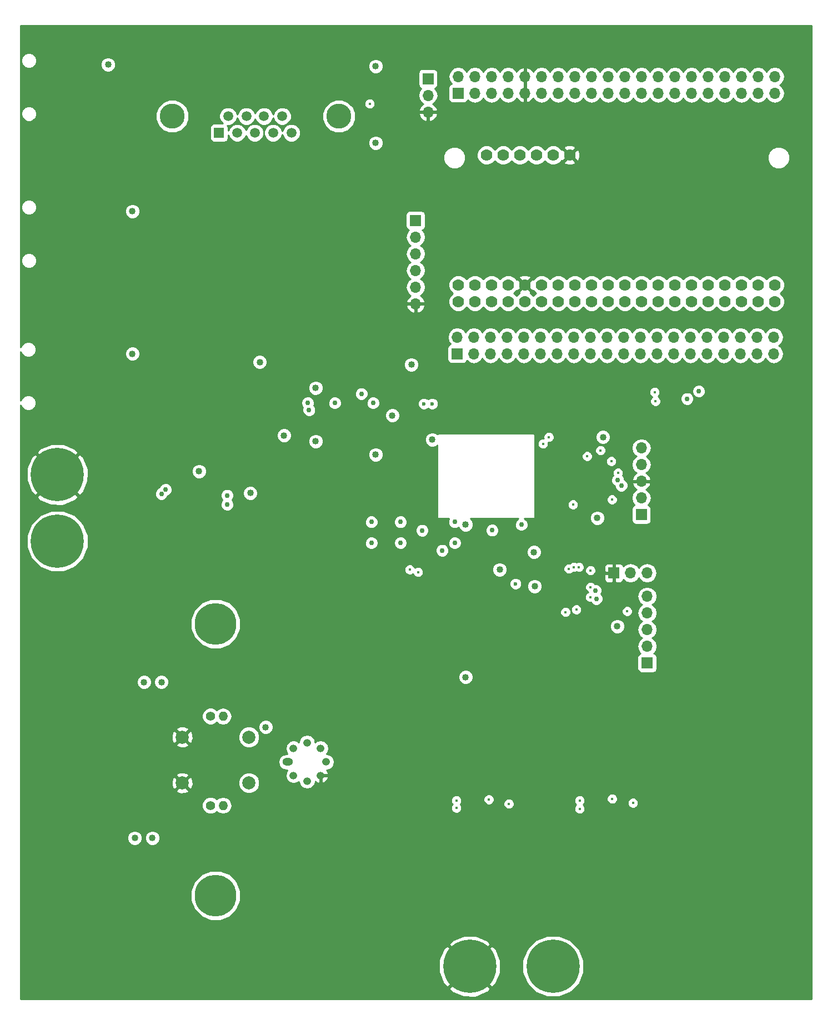
<source format=gbr>
G04 #@! TF.FileFunction,Copper,L2,Inr,Mixed*
%FSLAX46Y46*%
G04 Gerber Fmt 4.6, Leading zero omitted, Abs format (unit mm)*
G04 Created by KiCad (PCBNEW 4.0.6) date 09/10/17 19:14:27*
%MOMM*%
%LPD*%
G01*
G04 APERTURE LIST*
%ADD10C,0.100000*%
%ADD11R,1.700000X1.700000*%
%ADD12O,1.700000X1.700000*%
%ADD13C,6.350000*%
%ADD14C,3.810000*%
%ADD15R,1.520000X1.520000*%
%ADD16C,1.520000*%
%ADD17C,8.100000*%
%ADD18C,1.778000*%
%ADD19C,1.998980*%
%ADD20C,1.400000*%
%ADD21O,1.400000X1.400000*%
%ADD22O,1.600000X1.200000*%
%ADD23O,1.200000X1.200000*%
%ADD24C,1.016000*%
%ADD25C,0.762000*%
%ADD26C,0.381000*%
%ADD27C,0.600000*%
%ADD28C,1.270000*%
%ADD29C,0.381000*%
%ADD30C,0.762000*%
%ADD31C,0.254000*%
G04 APERTURE END LIST*
D10*
D11*
X73660000Y-43180000D03*
D12*
X73660000Y-45720000D03*
X73660000Y-48260000D03*
X73660000Y-50800000D03*
X73660000Y-53340000D03*
X73660000Y-55880000D03*
D13*
X43180000Y-104648000D03*
X43180000Y-146050000D03*
D11*
X75565000Y-21590000D03*
D12*
X75565000Y-24130000D03*
X75565000Y-26670000D03*
D11*
X80166160Y-23806452D03*
D12*
X80166160Y-21266452D03*
X82706160Y-23806452D03*
X82706160Y-21266452D03*
X85246160Y-23806452D03*
X85246160Y-21266452D03*
X87786160Y-23806452D03*
X87786160Y-21266452D03*
X90326160Y-23806452D03*
X90326160Y-21266452D03*
X92866160Y-23806452D03*
X92866160Y-21266452D03*
X95406160Y-23806452D03*
X95406160Y-21266452D03*
X97946160Y-23806452D03*
X97946160Y-21266452D03*
X100486160Y-23806452D03*
X100486160Y-21266452D03*
X103026160Y-23806452D03*
X103026160Y-21266452D03*
X105566160Y-23806452D03*
X105566160Y-21266452D03*
X108106160Y-23806452D03*
X108106160Y-21266452D03*
X110646160Y-23806452D03*
X110646160Y-21266452D03*
X113186160Y-23806452D03*
X113186160Y-21266452D03*
X115726160Y-23806452D03*
X115726160Y-21266452D03*
X118266160Y-23806452D03*
X118266160Y-21266452D03*
X120806160Y-23806452D03*
X120806160Y-21266452D03*
X123346160Y-23806452D03*
X123346160Y-21266452D03*
X125886160Y-23806452D03*
X125886160Y-21266452D03*
X128426160Y-23806452D03*
X128426160Y-21266452D03*
D11*
X80010000Y-63500000D03*
D12*
X80010000Y-60960000D03*
X82550000Y-63500000D03*
X82550000Y-60960000D03*
X85090000Y-63500000D03*
X85090000Y-60960000D03*
X87630000Y-63500000D03*
X87630000Y-60960000D03*
X90170000Y-63500000D03*
X90170000Y-60960000D03*
X92710000Y-63500000D03*
X92710000Y-60960000D03*
X95250000Y-63500000D03*
X95250000Y-60960000D03*
X97790000Y-63500000D03*
X97790000Y-60960000D03*
X100330000Y-63500000D03*
X100330000Y-60960000D03*
X102870000Y-63500000D03*
X102870000Y-60960000D03*
X105410000Y-63500000D03*
X105410000Y-60960000D03*
X107950000Y-63500000D03*
X107950000Y-60960000D03*
X110490000Y-63500000D03*
X110490000Y-60960000D03*
X113030000Y-63500000D03*
X113030000Y-60960000D03*
X115570000Y-63500000D03*
X115570000Y-60960000D03*
X118110000Y-63500000D03*
X118110000Y-60960000D03*
X120650000Y-63500000D03*
X120650000Y-60960000D03*
X123190000Y-63500000D03*
X123190000Y-60960000D03*
X125730000Y-63500000D03*
X125730000Y-60960000D03*
X128270000Y-63500000D03*
X128270000Y-60960000D03*
D14*
X61980000Y-27305000D03*
X36580000Y-27305000D03*
D15*
X43690000Y-29845000D03*
D16*
X46480000Y-29845000D03*
X49150000Y-29845000D03*
X51950000Y-29845000D03*
X54740000Y-29845000D03*
X45090000Y-27305000D03*
X47880000Y-27305000D03*
X50550000Y-27305000D03*
X53340000Y-27305000D03*
D17*
X94615000Y-156845000D03*
X81915000Y-156845000D03*
D11*
X103886000Y-96901000D03*
D12*
X106426000Y-96901000D03*
X108966000Y-96901000D03*
D11*
X108966000Y-110617000D03*
D12*
X108966000Y-108077000D03*
X108966000Y-105537000D03*
X108966000Y-102997000D03*
X108966000Y-100457000D03*
D17*
X19050000Y-92075000D03*
X19050000Y-81915000D03*
D18*
X80166160Y-53016452D03*
X80166160Y-55556452D03*
X82706160Y-53016452D03*
X82706160Y-55556452D03*
X85246160Y-53016452D03*
X85246160Y-55556452D03*
X87786160Y-53016452D03*
X87786160Y-55556452D03*
X90326160Y-53016452D03*
X90326160Y-55556452D03*
X92866160Y-53016452D03*
X92866160Y-55556452D03*
X95406160Y-53016452D03*
X95406160Y-55556452D03*
X97946160Y-53016452D03*
X97946160Y-55556452D03*
X100486160Y-53016452D03*
X100486160Y-55556452D03*
X103026160Y-53016452D03*
X103026160Y-55556452D03*
X105566160Y-53016452D03*
X105566160Y-55556452D03*
X108106160Y-53016452D03*
X108106160Y-55556452D03*
X110646160Y-53016452D03*
X110646160Y-55556452D03*
X113186160Y-53016452D03*
X113186160Y-55556452D03*
X115726160Y-53016452D03*
X115726160Y-55556452D03*
X118266160Y-53016452D03*
X118266160Y-55556452D03*
X120806160Y-53016452D03*
X120806160Y-55556452D03*
X123346160Y-53016452D03*
X123346160Y-55556452D03*
X125886160Y-53016452D03*
X125886160Y-55556452D03*
X128426160Y-53016452D03*
X128426160Y-55556452D03*
X84476160Y-33236452D03*
X87016160Y-33236452D03*
X89556160Y-33236452D03*
X92096160Y-33236452D03*
X94636160Y-33236452D03*
X97176160Y-33236452D03*
D19*
X48260000Y-128905000D03*
X38100000Y-128905000D03*
X48260000Y-121920000D03*
X38100000Y-121920000D03*
D20*
X42418000Y-132334000D03*
D21*
X44318000Y-132334000D03*
D20*
X42418000Y-118745000D03*
D21*
X44318000Y-118745000D03*
D22*
X54197248Y-125697248D03*
D23*
X55052496Y-127762000D03*
X57117248Y-128617248D03*
X59182000Y-127762000D03*
X60037248Y-125697248D03*
X59182000Y-123632496D03*
X57117248Y-122777248D03*
X55052496Y-123632496D03*
D11*
X108077000Y-88011000D03*
D12*
X108077000Y-85471000D03*
X108077000Y-82931000D03*
X108077000Y-80391000D03*
X108077000Y-77851000D03*
D24*
X34925000Y-113538000D03*
X32258000Y-113538000D03*
X30861000Y-137287000D03*
X33528000Y-137287000D03*
X75692000Y-84709000D03*
X23622000Y-52959000D03*
X23622000Y-30480000D03*
X37592000Y-83312000D03*
X100838000Y-132715000D03*
X61976000Y-64262000D03*
X46355000Y-83566000D03*
X60960000Y-74041000D03*
X66548000Y-16891000D03*
X71120000Y-23114000D03*
X72136000Y-31750000D03*
X104267000Y-120904000D03*
X75565000Y-127889000D03*
D25*
X82457000Y-132080000D03*
X81627000Y-130890000D03*
D24*
X96419500Y-100176500D03*
X98144500Y-98451500D03*
X80010000Y-103378000D03*
X76835000Y-103378000D03*
X100965000Y-91059000D03*
X102074000Y-84501500D03*
X98886500Y-81314000D03*
X97663000Y-77978000D03*
X68961000Y-76200000D03*
D25*
X42094333Y-75071513D03*
X41319333Y-76311513D03*
D24*
X35433000Y-86995000D03*
X34290000Y-143510000D03*
X34671000Y-107315000D03*
X31115000Y-117094000D03*
X50673000Y-127254000D03*
X34417000Y-132715000D03*
X101473000Y-147193000D03*
X87757000Y-143764000D03*
X75438000Y-137668000D03*
X38989000Y-69469000D03*
X81280000Y-89535000D03*
X58420000Y-76835000D03*
X53594000Y-75946000D03*
X67564000Y-19685000D03*
X67564000Y-31369000D03*
X91694000Y-93726000D03*
X86487000Y-96393000D03*
X104394000Y-105029000D03*
X91821000Y-98933000D03*
X81280000Y-112776000D03*
X101346000Y-88519000D03*
X102235000Y-76200000D03*
X76200000Y-76581000D03*
X67564000Y-78867000D03*
X70104000Y-72898000D03*
X73025000Y-65151000D03*
X49911000Y-64770000D03*
X58420000Y-68707000D03*
X48485624Y-84730467D03*
X40640000Y-81407000D03*
X50800000Y-120396000D03*
D26*
X98679000Y-132842000D03*
X98679000Y-131572000D03*
X79883000Y-132715000D03*
X79883000Y-131572000D03*
D25*
X105029000Y-83566000D03*
X116840000Y-69215000D03*
X101219000Y-100838000D03*
D26*
X110109000Y-69342000D03*
X93980000Y-76200000D03*
X72771000Y-96393000D03*
X110236000Y-70739000D03*
X93091000Y-77216000D03*
X74041000Y-96774000D03*
X66675000Y-25400000D03*
D25*
X79629000Y-92316252D03*
X65405000Y-69596000D03*
X44958000Y-85090000D03*
X35560000Y-84201000D03*
X57422515Y-72058943D03*
X66929000Y-92316252D03*
X66929000Y-89141252D03*
X71374000Y-92316252D03*
X71374000Y-89141252D03*
X79629000Y-89141252D03*
X85344000Y-90411252D03*
X89789000Y-89535000D03*
X74676000Y-90424000D03*
X77724000Y-93472000D03*
X67183000Y-70993000D03*
X61341000Y-70993000D03*
X34925000Y-84836000D03*
X57238388Y-70985820D03*
X44958000Y-86493108D03*
X104504422Y-82770843D03*
X101037612Y-99570958D03*
X115062000Y-70358000D03*
D26*
X97790000Y-96012000D03*
X105918000Y-102743000D03*
X98552000Y-96012000D03*
X100330000Y-96520000D03*
X106807000Y-131953000D03*
X103632000Y-131318000D03*
X87884000Y-132080000D03*
X84836000Y-131421498D03*
X101854000Y-78232000D03*
X104521000Y-81661000D03*
X103601000Y-85725000D03*
X97663000Y-86487000D03*
X99822000Y-79121000D03*
X103505000Y-79883000D03*
D24*
X30480000Y-63500000D03*
X30480000Y-41783000D03*
X26797000Y-19431000D03*
D26*
X97028000Y-96266000D03*
X98171000Y-102489000D03*
X100280053Y-100593989D03*
X100330000Y-99060000D03*
X96520000Y-102870000D03*
D27*
X74930000Y-71120000D03*
X76200000Y-71120000D03*
X88900000Y-98552000D03*
D28*
X66548000Y-16891000D02*
X65829580Y-16891000D01*
X65829580Y-16891000D02*
X65067580Y-17653000D01*
X71120000Y-23114000D02*
X72390000Y-23114000D01*
X72600420Y-31369000D02*
X72517000Y-31369000D01*
X72517000Y-31369000D02*
X72136000Y-31750000D01*
X103548580Y-120904000D02*
X102489000Y-120904000D01*
X104267000Y-120904000D02*
X103548580Y-120904000D01*
X75565000Y-127889000D02*
X75565000Y-128607420D01*
X82457000Y-132080000D02*
X82457000Y-132876000D01*
X81627000Y-130890000D02*
X81627000Y-130082000D01*
X96419500Y-100176500D02*
X96419500Y-99213500D01*
X98144500Y-98451500D02*
X98144500Y-99160500D01*
X80010000Y-103378000D02*
X80010000Y-104096420D01*
X76835000Y-103378000D02*
X76835000Y-104096420D01*
X100965000Y-91059000D02*
X102362000Y-91059000D01*
X101646500Y-84501500D02*
X100330000Y-83185000D01*
X100330000Y-83185000D02*
X100330000Y-82296000D01*
X102074000Y-84501500D02*
X101646500Y-84501500D01*
X99348000Y-81314000D02*
X100330000Y-82296000D01*
X98886500Y-81314000D02*
X99348000Y-81314000D01*
X97663000Y-77978000D02*
X97663000Y-78696420D01*
X97663000Y-78696420D02*
X97536000Y-78823420D01*
X68961000Y-76200000D02*
X68242580Y-76200000D01*
X68242580Y-76200000D02*
X67607580Y-76835000D01*
D29*
X38989000Y-69469000D02*
X38989000Y-70993000D01*
X42094333Y-75071513D02*
X42094333Y-75876333D01*
X41319333Y-76311513D02*
X41319333Y-77006333D01*
D30*
X35433000Y-86995000D02*
X35433000Y-87713420D01*
X34290000Y-143510000D02*
X35433000Y-143510000D01*
X34671000Y-107315000D02*
X33147000Y-107315000D01*
D29*
X31115000Y-117094000D02*
X31115000Y-116332000D01*
D30*
X50673000Y-127254000D02*
X50673000Y-128016000D01*
D29*
X34417000Y-132715000D02*
X34925000Y-133223000D01*
D28*
X101473000Y-147193000D02*
X99695000Y-147193000D01*
X87757000Y-143764000D02*
X88519000Y-143002000D01*
D30*
X75438000Y-137668000D02*
X74676000Y-138430000D01*
D31*
G36*
X134012000Y-161798000D02*
X13462000Y-161798000D01*
X13462000Y-160199011D01*
X78740594Y-160199011D01*
X79211014Y-160782782D01*
X80923767Y-161517807D01*
X82787426Y-161541439D01*
X84518266Y-160850081D01*
X84618986Y-160782782D01*
X85089406Y-160199011D01*
X81915000Y-157024605D01*
X78740594Y-160199011D01*
X13462000Y-160199011D01*
X13462000Y-157717426D01*
X77218561Y-157717426D01*
X77909919Y-159448266D01*
X77977218Y-159548986D01*
X78560989Y-160019406D01*
X81735395Y-156845000D01*
X82094605Y-156845000D01*
X85269011Y-160019406D01*
X85852782Y-159548986D01*
X86587807Y-157836233D01*
X86588611Y-157772816D01*
X89929188Y-157772816D01*
X90640934Y-159495373D01*
X91957695Y-160814434D01*
X93679007Y-161529185D01*
X95542816Y-161530812D01*
X97265373Y-160819066D01*
X98584434Y-159502305D01*
X99299185Y-157780993D01*
X99300812Y-155917184D01*
X98589066Y-154194627D01*
X97272305Y-152875566D01*
X95550993Y-152160815D01*
X93687184Y-152159188D01*
X91964627Y-152870934D01*
X90645566Y-154187695D01*
X89930815Y-155909007D01*
X89929188Y-157772816D01*
X86588611Y-157772816D01*
X86611439Y-155972574D01*
X85920081Y-154241734D01*
X85852782Y-154141014D01*
X85269011Y-153670594D01*
X82094605Y-156845000D01*
X81735395Y-156845000D01*
X78560989Y-153670594D01*
X77977218Y-154141014D01*
X77242193Y-155853767D01*
X77218561Y-157717426D01*
X13462000Y-157717426D01*
X13462000Y-153490989D01*
X78740594Y-153490989D01*
X81915000Y-156665395D01*
X85089406Y-153490989D01*
X84618986Y-152907218D01*
X82906233Y-152172193D01*
X81042574Y-152148561D01*
X79311734Y-152839919D01*
X79211014Y-152907218D01*
X78740594Y-153490989D01*
X13462000Y-153490989D01*
X13462000Y-146804531D01*
X39369340Y-146804531D01*
X39948156Y-148205372D01*
X41018991Y-149278077D01*
X42418819Y-149859337D01*
X43934531Y-149860660D01*
X45335372Y-149281844D01*
X46408077Y-148211009D01*
X46989337Y-146811181D01*
X46990660Y-145295469D01*
X46411844Y-143894628D01*
X45341009Y-142821923D01*
X43941181Y-142240663D01*
X42425469Y-142239340D01*
X41024628Y-142818156D01*
X39951923Y-143888991D01*
X39370663Y-145288819D01*
X39369340Y-146804531D01*
X13462000Y-146804531D01*
X13462000Y-137513359D01*
X29717802Y-137513359D01*
X29891446Y-137933612D01*
X30212697Y-138255423D01*
X30632646Y-138429801D01*
X31087359Y-138430198D01*
X31507612Y-138256554D01*
X31829423Y-137935303D01*
X32003801Y-137515354D01*
X32003802Y-137513359D01*
X32384802Y-137513359D01*
X32558446Y-137933612D01*
X32879697Y-138255423D01*
X33299646Y-138429801D01*
X33754359Y-138430198D01*
X34174612Y-138256554D01*
X34496423Y-137935303D01*
X34670801Y-137515354D01*
X34671198Y-137060641D01*
X34497554Y-136640388D01*
X34176303Y-136318577D01*
X33756354Y-136144199D01*
X33301641Y-136143802D01*
X32881388Y-136317446D01*
X32559577Y-136638697D01*
X32385199Y-137058646D01*
X32384802Y-137513359D01*
X32003802Y-137513359D01*
X32004198Y-137060641D01*
X31830554Y-136640388D01*
X31509303Y-136318577D01*
X31089354Y-136144199D01*
X30634641Y-136143802D01*
X30214388Y-136317446D01*
X29892577Y-136638697D01*
X29718199Y-137058646D01*
X29717802Y-137513359D01*
X13462000Y-137513359D01*
X13462000Y-132598383D01*
X41082769Y-132598383D01*
X41285582Y-133089229D01*
X41660796Y-133465098D01*
X42151287Y-133668768D01*
X42682383Y-133669231D01*
X43173229Y-133466418D01*
X43356322Y-133283644D01*
X43780964Y-133567379D01*
X44291846Y-133669000D01*
X44344154Y-133669000D01*
X44855036Y-133567379D01*
X45288142Y-133277988D01*
X45577533Y-132844882D01*
X45679154Y-132334000D01*
X45577533Y-131823118D01*
X45518977Y-131735482D01*
X79057357Y-131735482D01*
X79182767Y-132038998D01*
X79287066Y-132143479D01*
X79183583Y-132246781D01*
X79057643Y-132550077D01*
X79057357Y-132878482D01*
X79182767Y-133181998D01*
X79414781Y-133414417D01*
X79718077Y-133540357D01*
X80046482Y-133540643D01*
X80349998Y-133415233D01*
X80582417Y-133183219D01*
X80708357Y-132879923D01*
X80708643Y-132551518D01*
X80583233Y-132248002D01*
X80478934Y-132143521D01*
X80582417Y-132040219D01*
X80708357Y-131736923D01*
X80708489Y-131584980D01*
X84010357Y-131584980D01*
X84135767Y-131888496D01*
X84367781Y-132120915D01*
X84671077Y-132246855D01*
X84999482Y-132247141D01*
X85008337Y-132243482D01*
X87058357Y-132243482D01*
X87183767Y-132546998D01*
X87415781Y-132779417D01*
X87719077Y-132905357D01*
X88047482Y-132905643D01*
X88350998Y-132780233D01*
X88583417Y-132548219D01*
X88709357Y-132244923D01*
X88709643Y-131916518D01*
X88634841Y-131735482D01*
X97853357Y-131735482D01*
X97978767Y-132038998D01*
X98146566Y-132207089D01*
X97979583Y-132373781D01*
X97853643Y-132677077D01*
X97853357Y-133005482D01*
X97978767Y-133308998D01*
X98210781Y-133541417D01*
X98514077Y-133667357D01*
X98842482Y-133667643D01*
X99145998Y-133542233D01*
X99378417Y-133310219D01*
X99504357Y-133006923D01*
X99504643Y-132678518D01*
X99379233Y-132375002D01*
X99211434Y-132206911D01*
X99378417Y-132040219D01*
X99504357Y-131736923D01*
X99504579Y-131481482D01*
X102806357Y-131481482D01*
X102931767Y-131784998D01*
X103163781Y-132017417D01*
X103467077Y-132143357D01*
X103795482Y-132143643D01*
X103861216Y-132116482D01*
X105981357Y-132116482D01*
X106106767Y-132419998D01*
X106338781Y-132652417D01*
X106642077Y-132778357D01*
X106970482Y-132778643D01*
X107273998Y-132653233D01*
X107506417Y-132421219D01*
X107632357Y-132117923D01*
X107632643Y-131789518D01*
X107507233Y-131486002D01*
X107275219Y-131253583D01*
X106971923Y-131127643D01*
X106643518Y-131127357D01*
X106340002Y-131252767D01*
X106107583Y-131484781D01*
X105981643Y-131788077D01*
X105981357Y-132116482D01*
X103861216Y-132116482D01*
X104098998Y-132018233D01*
X104331417Y-131786219D01*
X104457357Y-131482923D01*
X104457643Y-131154518D01*
X104332233Y-130851002D01*
X104100219Y-130618583D01*
X103796923Y-130492643D01*
X103468518Y-130492357D01*
X103165002Y-130617767D01*
X102932583Y-130849781D01*
X102806643Y-131153077D01*
X102806357Y-131481482D01*
X99504579Y-131481482D01*
X99504643Y-131408518D01*
X99379233Y-131105002D01*
X99147219Y-130872583D01*
X98843923Y-130746643D01*
X98515518Y-130746357D01*
X98212002Y-130871767D01*
X97979583Y-131103781D01*
X97853643Y-131407077D01*
X97853357Y-131735482D01*
X88634841Y-131735482D01*
X88584233Y-131613002D01*
X88352219Y-131380583D01*
X88048923Y-131254643D01*
X87720518Y-131254357D01*
X87417002Y-131379767D01*
X87184583Y-131611781D01*
X87058643Y-131915077D01*
X87058357Y-132243482D01*
X85008337Y-132243482D01*
X85302998Y-132121731D01*
X85535417Y-131889717D01*
X85661357Y-131586421D01*
X85661643Y-131258016D01*
X85536233Y-130954500D01*
X85304219Y-130722081D01*
X85000923Y-130596141D01*
X84672518Y-130595855D01*
X84369002Y-130721265D01*
X84136583Y-130953279D01*
X84010643Y-131256575D01*
X84010357Y-131584980D01*
X80708489Y-131584980D01*
X80708643Y-131408518D01*
X80583233Y-131105002D01*
X80351219Y-130872583D01*
X80047923Y-130746643D01*
X79719518Y-130746357D01*
X79416002Y-130871767D01*
X79183583Y-131103781D01*
X79057643Y-131407077D01*
X79057357Y-131735482D01*
X45518977Y-131735482D01*
X45288142Y-131390012D01*
X44855036Y-131100621D01*
X44344154Y-130999000D01*
X44291846Y-130999000D01*
X43780964Y-131100621D01*
X43356334Y-131384348D01*
X43175204Y-131202902D01*
X42684713Y-130999232D01*
X42153617Y-130998769D01*
X41662771Y-131201582D01*
X41286902Y-131576796D01*
X41083232Y-132067287D01*
X41082769Y-132598383D01*
X13462000Y-132598383D01*
X13462000Y-130057163D01*
X37127443Y-130057163D01*
X37226042Y-130323965D01*
X37835582Y-130550401D01*
X38485377Y-130526341D01*
X38973958Y-130323965D01*
X39072557Y-130057163D01*
X38100000Y-129084605D01*
X37127443Y-130057163D01*
X13462000Y-130057163D01*
X13462000Y-128640582D01*
X36454599Y-128640582D01*
X36478659Y-129290377D01*
X36681035Y-129778958D01*
X36947837Y-129877557D01*
X37920395Y-128905000D01*
X38279605Y-128905000D01*
X39252163Y-129877557D01*
X39518965Y-129778958D01*
X39723380Y-129228694D01*
X46625226Y-129228694D01*
X46873538Y-129829655D01*
X47332927Y-130289846D01*
X47933453Y-130539206D01*
X48583694Y-130539774D01*
X49184655Y-130291462D01*
X49644846Y-129832073D01*
X49894206Y-129231547D01*
X49894774Y-128581306D01*
X49646462Y-127980345D01*
X49187073Y-127520154D01*
X48586547Y-127270794D01*
X47936306Y-127270226D01*
X47335345Y-127518538D01*
X46875154Y-127977927D01*
X46625794Y-128578453D01*
X46625226Y-129228694D01*
X39723380Y-129228694D01*
X39745401Y-129169418D01*
X39721341Y-128519623D01*
X39518965Y-128031042D01*
X39252163Y-127932443D01*
X38279605Y-128905000D01*
X37920395Y-128905000D01*
X36947837Y-127932443D01*
X36681035Y-128031042D01*
X36454599Y-128640582D01*
X13462000Y-128640582D01*
X13462000Y-127752837D01*
X37127443Y-127752837D01*
X38100000Y-128725395D01*
X39072557Y-127752837D01*
X38973958Y-127486035D01*
X38364418Y-127259599D01*
X37714623Y-127283659D01*
X37226042Y-127486035D01*
X37127443Y-127752837D01*
X13462000Y-127752837D01*
X13462000Y-125697248D01*
X52734135Y-125697248D01*
X52828144Y-126169862D01*
X53095858Y-126570525D01*
X53496521Y-126838239D01*
X53969135Y-126932248D01*
X54125942Y-126932248D01*
X53887310Y-127289386D01*
X53793301Y-127762000D01*
X53887310Y-128234614D01*
X54155024Y-128635277D01*
X54555687Y-128902991D01*
X55028301Y-128997000D01*
X55076691Y-128997000D01*
X55549305Y-128902991D01*
X55872002Y-128687372D01*
X55952062Y-129089862D01*
X56219776Y-129490525D01*
X56620439Y-129758239D01*
X57093053Y-129852248D01*
X57141443Y-129852248D01*
X57614057Y-129758239D01*
X58014720Y-129490525D01*
X58282434Y-129089862D01*
X58366242Y-128668532D01*
X58431844Y-128743080D01*
X58864389Y-128955472D01*
X59055000Y-128831714D01*
X59055000Y-127889000D01*
X59309000Y-127889000D01*
X59309000Y-128831714D01*
X59499611Y-128955472D01*
X59932156Y-128743080D01*
X60250497Y-128381327D01*
X60375462Y-128079609D01*
X60250731Y-127889000D01*
X59309000Y-127889000D01*
X59055000Y-127889000D01*
X59035000Y-127889000D01*
X59035000Y-127635000D01*
X59055000Y-127635000D01*
X59055000Y-127615000D01*
X59309000Y-127615000D01*
X59309000Y-127635000D01*
X60250731Y-127635000D01*
X60375462Y-127444391D01*
X60250497Y-127142673D01*
X60064746Y-126931591D01*
X60534057Y-126838239D01*
X60934720Y-126570525D01*
X61202434Y-126169862D01*
X61296443Y-125697248D01*
X61202434Y-125224634D01*
X60934720Y-124823971D01*
X60534057Y-124556257D01*
X60103027Y-124470520D01*
X60347186Y-124105110D01*
X60441195Y-123632496D01*
X60347186Y-123159882D01*
X60079472Y-122759219D01*
X59678809Y-122491505D01*
X59206195Y-122397496D01*
X59157805Y-122397496D01*
X58685191Y-122491505D01*
X58362494Y-122707124D01*
X58282434Y-122304634D01*
X58014720Y-121903971D01*
X57614057Y-121636257D01*
X57141443Y-121542248D01*
X57093053Y-121542248D01*
X56620439Y-121636257D01*
X56219776Y-121903971D01*
X55952062Y-122304634D01*
X55872002Y-122707124D01*
X55549305Y-122491505D01*
X55076691Y-122397496D01*
X55028301Y-122397496D01*
X54555687Y-122491505D01*
X54155024Y-122759219D01*
X53887310Y-123159882D01*
X53793301Y-123632496D01*
X53887310Y-124105110D01*
X54125942Y-124462248D01*
X53969135Y-124462248D01*
X53496521Y-124556257D01*
X53095858Y-124823971D01*
X52828144Y-125224634D01*
X52734135Y-125697248D01*
X13462000Y-125697248D01*
X13462000Y-123072163D01*
X37127443Y-123072163D01*
X37226042Y-123338965D01*
X37835582Y-123565401D01*
X38485377Y-123541341D01*
X38973958Y-123338965D01*
X39072557Y-123072163D01*
X38100000Y-122099605D01*
X37127443Y-123072163D01*
X13462000Y-123072163D01*
X13462000Y-121655582D01*
X36454599Y-121655582D01*
X36478659Y-122305377D01*
X36681035Y-122793958D01*
X36947837Y-122892557D01*
X37920395Y-121920000D01*
X38279605Y-121920000D01*
X39252163Y-122892557D01*
X39518965Y-122793958D01*
X39723380Y-122243694D01*
X46625226Y-122243694D01*
X46873538Y-122844655D01*
X47332927Y-123304846D01*
X47933453Y-123554206D01*
X48583694Y-123554774D01*
X49184655Y-123306462D01*
X49644846Y-122847073D01*
X49894206Y-122246547D01*
X49894774Y-121596306D01*
X49646462Y-120995345D01*
X49274127Y-120622359D01*
X49656802Y-120622359D01*
X49830446Y-121042612D01*
X50151697Y-121364423D01*
X50571646Y-121538801D01*
X51026359Y-121539198D01*
X51446612Y-121365554D01*
X51768423Y-121044303D01*
X51942801Y-120624354D01*
X51943198Y-120169641D01*
X51769554Y-119749388D01*
X51448303Y-119427577D01*
X51028354Y-119253199D01*
X50573641Y-119252802D01*
X50153388Y-119426446D01*
X49831577Y-119747697D01*
X49657199Y-120167646D01*
X49656802Y-120622359D01*
X49274127Y-120622359D01*
X49187073Y-120535154D01*
X48586547Y-120285794D01*
X47936306Y-120285226D01*
X47335345Y-120533538D01*
X46875154Y-120992927D01*
X46625794Y-121593453D01*
X46625226Y-122243694D01*
X39723380Y-122243694D01*
X39745401Y-122184418D01*
X39721341Y-121534623D01*
X39518965Y-121046042D01*
X39252163Y-120947443D01*
X38279605Y-121920000D01*
X37920395Y-121920000D01*
X36947837Y-120947443D01*
X36681035Y-121046042D01*
X36454599Y-121655582D01*
X13462000Y-121655582D01*
X13462000Y-120767837D01*
X37127443Y-120767837D01*
X38100000Y-121740395D01*
X39072557Y-120767837D01*
X38973958Y-120501035D01*
X38364418Y-120274599D01*
X37714623Y-120298659D01*
X37226042Y-120501035D01*
X37127443Y-120767837D01*
X13462000Y-120767837D01*
X13462000Y-119009383D01*
X41082769Y-119009383D01*
X41285582Y-119500229D01*
X41660796Y-119876098D01*
X42151287Y-120079768D01*
X42682383Y-120080231D01*
X43173229Y-119877418D01*
X43356322Y-119694644D01*
X43780964Y-119978379D01*
X44291846Y-120080000D01*
X44344154Y-120080000D01*
X44855036Y-119978379D01*
X45288142Y-119688988D01*
X45577533Y-119255882D01*
X45679154Y-118745000D01*
X45577533Y-118234118D01*
X45288142Y-117801012D01*
X44855036Y-117511621D01*
X44344154Y-117410000D01*
X44291846Y-117410000D01*
X43780964Y-117511621D01*
X43356334Y-117795348D01*
X43175204Y-117613902D01*
X42684713Y-117410232D01*
X42153617Y-117409769D01*
X41662771Y-117612582D01*
X41286902Y-117987796D01*
X41083232Y-118478287D01*
X41082769Y-119009383D01*
X13462000Y-119009383D01*
X13462000Y-113764359D01*
X31114802Y-113764359D01*
X31288446Y-114184612D01*
X31609697Y-114506423D01*
X32029646Y-114680801D01*
X32484359Y-114681198D01*
X32904612Y-114507554D01*
X33226423Y-114186303D01*
X33400801Y-113766354D01*
X33400802Y-113764359D01*
X33781802Y-113764359D01*
X33955446Y-114184612D01*
X34276697Y-114506423D01*
X34696646Y-114680801D01*
X35151359Y-114681198D01*
X35571612Y-114507554D01*
X35893423Y-114186303D01*
X36067801Y-113766354D01*
X36068198Y-113311641D01*
X35940407Y-113002359D01*
X80136802Y-113002359D01*
X80310446Y-113422612D01*
X80631697Y-113744423D01*
X81051646Y-113918801D01*
X81506359Y-113919198D01*
X81926612Y-113745554D01*
X82248423Y-113424303D01*
X82422801Y-113004354D01*
X82423198Y-112549641D01*
X82249554Y-112129388D01*
X81928303Y-111807577D01*
X81508354Y-111633199D01*
X81053641Y-111632802D01*
X80633388Y-111806446D01*
X80311577Y-112127697D01*
X80137199Y-112547646D01*
X80136802Y-113002359D01*
X35940407Y-113002359D01*
X35894554Y-112891388D01*
X35573303Y-112569577D01*
X35153354Y-112395199D01*
X34698641Y-112394802D01*
X34278388Y-112568446D01*
X33956577Y-112889697D01*
X33782199Y-113309646D01*
X33781802Y-113764359D01*
X33400802Y-113764359D01*
X33401198Y-113311641D01*
X33227554Y-112891388D01*
X32906303Y-112569577D01*
X32486354Y-112395199D01*
X32031641Y-112394802D01*
X31611388Y-112568446D01*
X31289577Y-112889697D01*
X31115199Y-113309646D01*
X31114802Y-113764359D01*
X13462000Y-113764359D01*
X13462000Y-105402531D01*
X39369340Y-105402531D01*
X39948156Y-106803372D01*
X41018991Y-107876077D01*
X42418819Y-108457337D01*
X43934531Y-108458660D01*
X45335372Y-107879844D01*
X46408077Y-106809009D01*
X46989337Y-105409181D01*
X46989471Y-105255359D01*
X103250802Y-105255359D01*
X103424446Y-105675612D01*
X103745697Y-105997423D01*
X104165646Y-106171801D01*
X104620359Y-106172198D01*
X105040612Y-105998554D01*
X105362423Y-105677303D01*
X105536801Y-105257354D01*
X105537198Y-104802641D01*
X105363554Y-104382388D01*
X105042303Y-104060577D01*
X104622354Y-103886199D01*
X104167641Y-103885802D01*
X103747388Y-104059446D01*
X103425577Y-104380697D01*
X103251199Y-104800646D01*
X103250802Y-105255359D01*
X46989471Y-105255359D01*
X46990660Y-103893469D01*
X46635321Y-103033482D01*
X95694357Y-103033482D01*
X95819767Y-103336998D01*
X96051781Y-103569417D01*
X96355077Y-103695357D01*
X96683482Y-103695643D01*
X96986998Y-103570233D01*
X97219417Y-103338219D01*
X97345357Y-103034923D01*
X97345643Y-102706518D01*
X97323316Y-102652482D01*
X97345357Y-102652482D01*
X97470767Y-102955998D01*
X97702781Y-103188417D01*
X98006077Y-103314357D01*
X98334482Y-103314643D01*
X98637998Y-103189233D01*
X98870417Y-102957219D01*
X98891484Y-102906482D01*
X105092357Y-102906482D01*
X105217767Y-103209998D01*
X105449781Y-103442417D01*
X105753077Y-103568357D01*
X106081482Y-103568643D01*
X106384998Y-103443233D01*
X106617417Y-103211219D01*
X106743357Y-102907923D01*
X106743643Y-102579518D01*
X106618233Y-102276002D01*
X106386219Y-102043583D01*
X106082923Y-101917643D01*
X105754518Y-101917357D01*
X105451002Y-102042767D01*
X105218583Y-102274781D01*
X105092643Y-102578077D01*
X105092357Y-102906482D01*
X98891484Y-102906482D01*
X98996357Y-102653923D01*
X98996643Y-102325518D01*
X98871233Y-102022002D01*
X98639219Y-101789583D01*
X98335923Y-101663643D01*
X98007518Y-101663357D01*
X97704002Y-101788767D01*
X97471583Y-102020781D01*
X97345643Y-102324077D01*
X97345357Y-102652482D01*
X97323316Y-102652482D01*
X97220233Y-102403002D01*
X96988219Y-102170583D01*
X96684923Y-102044643D01*
X96356518Y-102044357D01*
X96053002Y-102169767D01*
X95820583Y-102401781D01*
X95694643Y-102705077D01*
X95694357Y-103033482D01*
X46635321Y-103033482D01*
X46411844Y-102492628D01*
X45341009Y-101419923D01*
X43941181Y-100838663D01*
X42425469Y-100837340D01*
X41024628Y-101416156D01*
X39951923Y-102486991D01*
X39370663Y-103886819D01*
X39369340Y-105402531D01*
X13462000Y-105402531D01*
X13462000Y-100757471D01*
X99454410Y-100757471D01*
X99579820Y-101060987D01*
X99811834Y-101293406D01*
X100115130Y-101419346D01*
X100363960Y-101419563D01*
X100642731Y-101698821D01*
X101016018Y-101853824D01*
X101420208Y-101854176D01*
X101793766Y-101699825D01*
X102079821Y-101414269D01*
X102234824Y-101040982D01*
X102235176Y-100636792D01*
X102160888Y-100457000D01*
X107451907Y-100457000D01*
X107564946Y-101025285D01*
X107886853Y-101507054D01*
X108216026Y-101727000D01*
X107886853Y-101946946D01*
X107564946Y-102428715D01*
X107451907Y-102997000D01*
X107564946Y-103565285D01*
X107886853Y-104047054D01*
X108216026Y-104267000D01*
X107886853Y-104486946D01*
X107564946Y-104968715D01*
X107451907Y-105537000D01*
X107564946Y-106105285D01*
X107886853Y-106587054D01*
X108216026Y-106807000D01*
X107886853Y-107026946D01*
X107564946Y-107508715D01*
X107451907Y-108077000D01*
X107564946Y-108645285D01*
X107886853Y-109127054D01*
X107928452Y-109154850D01*
X107880683Y-109163838D01*
X107664559Y-109302910D01*
X107519569Y-109515110D01*
X107468560Y-109767000D01*
X107468560Y-111467000D01*
X107512838Y-111702317D01*
X107651910Y-111918441D01*
X107864110Y-112063431D01*
X108116000Y-112114440D01*
X109816000Y-112114440D01*
X110051317Y-112070162D01*
X110267441Y-111931090D01*
X110412431Y-111718890D01*
X110463440Y-111467000D01*
X110463440Y-109767000D01*
X110419162Y-109531683D01*
X110280090Y-109315559D01*
X110067890Y-109170569D01*
X110000459Y-109156914D01*
X110045147Y-109127054D01*
X110367054Y-108645285D01*
X110480093Y-108077000D01*
X110367054Y-107508715D01*
X110045147Y-107026946D01*
X109715974Y-106807000D01*
X110045147Y-106587054D01*
X110367054Y-106105285D01*
X110480093Y-105537000D01*
X110367054Y-104968715D01*
X110045147Y-104486946D01*
X109715974Y-104267000D01*
X110045147Y-104047054D01*
X110367054Y-103565285D01*
X110480093Y-102997000D01*
X110367054Y-102428715D01*
X110045147Y-101946946D01*
X109715974Y-101727000D01*
X110045147Y-101507054D01*
X110367054Y-101025285D01*
X110480093Y-100457000D01*
X110367054Y-99888715D01*
X110045147Y-99406946D01*
X109563378Y-99085039D01*
X108995093Y-98972000D01*
X108936907Y-98972000D01*
X108368622Y-99085039D01*
X107886853Y-99406946D01*
X107564946Y-99888715D01*
X107451907Y-100457000D01*
X102160888Y-100457000D01*
X102080825Y-100263234D01*
X101917994Y-100100119D01*
X102053436Y-99773940D01*
X102053788Y-99369750D01*
X101899437Y-98996192D01*
X101613881Y-98710137D01*
X101240594Y-98555134D01*
X100992215Y-98554918D01*
X100798219Y-98360583D01*
X100494923Y-98234643D01*
X100166518Y-98234357D01*
X99863002Y-98359767D01*
X99630583Y-98591781D01*
X99504643Y-98895077D01*
X99504357Y-99223482D01*
X99629767Y-99526998D01*
X99861781Y-99759417D01*
X99999639Y-99816661D01*
X99813055Y-99893756D01*
X99580636Y-100125770D01*
X99454696Y-100429066D01*
X99454410Y-100757471D01*
X13462000Y-100757471D01*
X13462000Y-98737167D01*
X87964838Y-98737167D01*
X88106883Y-99080943D01*
X88369673Y-99344192D01*
X88713201Y-99486838D01*
X89085167Y-99487162D01*
X89428943Y-99345117D01*
X89615025Y-99159359D01*
X90677802Y-99159359D01*
X90851446Y-99579612D01*
X91172697Y-99901423D01*
X91592646Y-100075801D01*
X92047359Y-100076198D01*
X92467612Y-99902554D01*
X92789423Y-99581303D01*
X92963801Y-99161354D01*
X92964198Y-98706641D01*
X92790554Y-98286388D01*
X92469303Y-97964577D01*
X92049354Y-97790199D01*
X91594641Y-97789802D01*
X91174388Y-97963446D01*
X90852577Y-98284697D01*
X90678199Y-98704646D01*
X90677802Y-99159359D01*
X89615025Y-99159359D01*
X89692192Y-99082327D01*
X89834838Y-98738799D01*
X89835162Y-98366833D01*
X89693117Y-98023057D01*
X89430327Y-97759808D01*
X89086799Y-97617162D01*
X88714833Y-97616838D01*
X88371057Y-97758883D01*
X88107808Y-98021673D01*
X87965162Y-98365201D01*
X87964838Y-98737167D01*
X13462000Y-98737167D01*
X13462000Y-93002816D01*
X14364188Y-93002816D01*
X15075934Y-94725373D01*
X16392695Y-96044434D01*
X18114007Y-96759185D01*
X19977816Y-96760812D01*
X20472332Y-96556482D01*
X71945357Y-96556482D01*
X72070767Y-96859998D01*
X72302781Y-97092417D01*
X72606077Y-97218357D01*
X72934482Y-97218643D01*
X73237998Y-97093233D01*
X73267531Y-97063752D01*
X73340767Y-97240998D01*
X73572781Y-97473417D01*
X73876077Y-97599357D01*
X74204482Y-97599643D01*
X74507998Y-97474233D01*
X74740417Y-97242219D01*
X74866357Y-96938923D01*
X74866635Y-96619359D01*
X85343802Y-96619359D01*
X85517446Y-97039612D01*
X85838697Y-97361423D01*
X86258646Y-97535801D01*
X86713359Y-97536198D01*
X87133612Y-97362554D01*
X87455423Y-97041303D01*
X87629801Y-96621354D01*
X87629968Y-96429482D01*
X96202357Y-96429482D01*
X96327767Y-96732998D01*
X96559781Y-96965417D01*
X96863077Y-97091357D01*
X97191482Y-97091643D01*
X97494998Y-96966233D01*
X97624386Y-96837070D01*
X97625077Y-96837357D01*
X97953482Y-96837643D01*
X98171160Y-96747700D01*
X98387077Y-96837357D01*
X98715482Y-96837643D01*
X99018998Y-96712233D01*
X99047799Y-96683482D01*
X99504357Y-96683482D01*
X99629767Y-96986998D01*
X99861781Y-97219417D01*
X100165077Y-97345357D01*
X100493482Y-97345643D01*
X100796998Y-97220233D01*
X100830539Y-97186750D01*
X102401000Y-97186750D01*
X102401000Y-97877309D01*
X102497673Y-98110698D01*
X102676301Y-98289327D01*
X102909690Y-98386000D01*
X103600250Y-98386000D01*
X103759000Y-98227250D01*
X103759000Y-97028000D01*
X102559750Y-97028000D01*
X102401000Y-97186750D01*
X100830539Y-97186750D01*
X101029417Y-96988219D01*
X101155357Y-96684923D01*
X101155643Y-96356518D01*
X101030233Y-96053002D01*
X100902146Y-95924691D01*
X102401000Y-95924691D01*
X102401000Y-96615250D01*
X102559750Y-96774000D01*
X103759000Y-96774000D01*
X103759000Y-95574750D01*
X104013000Y-95574750D01*
X104013000Y-96774000D01*
X104033000Y-96774000D01*
X104033000Y-97028000D01*
X104013000Y-97028000D01*
X104013000Y-98227250D01*
X104171750Y-98386000D01*
X104862310Y-98386000D01*
X105095699Y-98289327D01*
X105274327Y-98110698D01*
X105346597Y-97936223D01*
X105375946Y-97980147D01*
X105857715Y-98302054D01*
X106426000Y-98415093D01*
X106994285Y-98302054D01*
X107476054Y-97980147D01*
X107696000Y-97650974D01*
X107915946Y-97980147D01*
X108397715Y-98302054D01*
X108966000Y-98415093D01*
X109534285Y-98302054D01*
X110016054Y-97980147D01*
X110337961Y-97498378D01*
X110451000Y-96930093D01*
X110451000Y-96871907D01*
X110337961Y-96303622D01*
X110016054Y-95821853D01*
X109534285Y-95499946D01*
X108966000Y-95386907D01*
X108397715Y-95499946D01*
X107915946Y-95821853D01*
X107696000Y-96151026D01*
X107476054Y-95821853D01*
X106994285Y-95499946D01*
X106426000Y-95386907D01*
X105857715Y-95499946D01*
X105375946Y-95821853D01*
X105346597Y-95865777D01*
X105274327Y-95691302D01*
X105095699Y-95512673D01*
X104862310Y-95416000D01*
X104171750Y-95416000D01*
X104013000Y-95574750D01*
X103759000Y-95574750D01*
X103600250Y-95416000D01*
X102909690Y-95416000D01*
X102676301Y-95512673D01*
X102497673Y-95691302D01*
X102401000Y-95924691D01*
X100902146Y-95924691D01*
X100798219Y-95820583D01*
X100494923Y-95694643D01*
X100166518Y-95694357D01*
X99863002Y-95819767D01*
X99630583Y-96051781D01*
X99504643Y-96355077D01*
X99504357Y-96683482D01*
X99047799Y-96683482D01*
X99251417Y-96480219D01*
X99377357Y-96176923D01*
X99377643Y-95848518D01*
X99252233Y-95545002D01*
X99020219Y-95312583D01*
X98716923Y-95186643D01*
X98388518Y-95186357D01*
X98170840Y-95276300D01*
X97954923Y-95186643D01*
X97626518Y-95186357D01*
X97323002Y-95311767D01*
X97193614Y-95440930D01*
X97192923Y-95440643D01*
X96864518Y-95440357D01*
X96561002Y-95565767D01*
X96328583Y-95797781D01*
X96202643Y-96101077D01*
X96202357Y-96429482D01*
X87629968Y-96429482D01*
X87630198Y-96166641D01*
X87456554Y-95746388D01*
X87135303Y-95424577D01*
X86715354Y-95250199D01*
X86260641Y-95249802D01*
X85840388Y-95423446D01*
X85518577Y-95744697D01*
X85344199Y-96164646D01*
X85343802Y-96619359D01*
X74866635Y-96619359D01*
X74866643Y-96610518D01*
X74741233Y-96307002D01*
X74509219Y-96074583D01*
X74205923Y-95948643D01*
X73877518Y-95948357D01*
X73574002Y-96073767D01*
X73544469Y-96103248D01*
X73471233Y-95926002D01*
X73239219Y-95693583D01*
X72935923Y-95567643D01*
X72607518Y-95567357D01*
X72304002Y-95692767D01*
X72071583Y-95924781D01*
X71945643Y-96228077D01*
X71945357Y-96556482D01*
X20472332Y-96556482D01*
X21700373Y-96049066D01*
X23019434Y-94732305D01*
X23459209Y-93673208D01*
X76707824Y-93673208D01*
X76862175Y-94046766D01*
X77147731Y-94332821D01*
X77521018Y-94487824D01*
X77925208Y-94488176D01*
X78298766Y-94333825D01*
X78584821Y-94048269D01*
X78624646Y-93952359D01*
X90550802Y-93952359D01*
X90724446Y-94372612D01*
X91045697Y-94694423D01*
X91465646Y-94868801D01*
X91920359Y-94869198D01*
X92340612Y-94695554D01*
X92662423Y-94374303D01*
X92836801Y-93954354D01*
X92837198Y-93499641D01*
X92663554Y-93079388D01*
X92342303Y-92757577D01*
X91922354Y-92583199D01*
X91467641Y-92582802D01*
X91047388Y-92756446D01*
X90725577Y-93077697D01*
X90551199Y-93497646D01*
X90550802Y-93952359D01*
X78624646Y-93952359D01*
X78739824Y-93674982D01*
X78740176Y-93270792D01*
X78585825Y-92897234D01*
X78300269Y-92611179D01*
X78074570Y-92517460D01*
X78612824Y-92517460D01*
X78767175Y-92891018D01*
X79052731Y-93177073D01*
X79426018Y-93332076D01*
X79830208Y-93332428D01*
X80203766Y-93178077D01*
X80489821Y-92892521D01*
X80644824Y-92519234D01*
X80645176Y-92115044D01*
X80490825Y-91741486D01*
X80205269Y-91455431D01*
X79831982Y-91300428D01*
X79427792Y-91300076D01*
X79054234Y-91454427D01*
X78768179Y-91739983D01*
X78613176Y-92113270D01*
X78612824Y-92517460D01*
X78074570Y-92517460D01*
X77926982Y-92456176D01*
X77522792Y-92455824D01*
X77149234Y-92610175D01*
X76863179Y-92895731D01*
X76708176Y-93269018D01*
X76707824Y-93673208D01*
X23459209Y-93673208D01*
X23734185Y-93010993D01*
X23734615Y-92517460D01*
X65912824Y-92517460D01*
X66067175Y-92891018D01*
X66352731Y-93177073D01*
X66726018Y-93332076D01*
X67130208Y-93332428D01*
X67503766Y-93178077D01*
X67789821Y-92892521D01*
X67944824Y-92519234D01*
X67944825Y-92517460D01*
X70357824Y-92517460D01*
X70512175Y-92891018D01*
X70797731Y-93177073D01*
X71171018Y-93332076D01*
X71575208Y-93332428D01*
X71948766Y-93178077D01*
X72234821Y-92892521D01*
X72389824Y-92519234D01*
X72390176Y-92115044D01*
X72235825Y-91741486D01*
X71950269Y-91455431D01*
X71576982Y-91300428D01*
X71172792Y-91300076D01*
X70799234Y-91454427D01*
X70513179Y-91739983D01*
X70358176Y-92113270D01*
X70357824Y-92517460D01*
X67944825Y-92517460D01*
X67945176Y-92115044D01*
X67790825Y-91741486D01*
X67505269Y-91455431D01*
X67131982Y-91300428D01*
X66727792Y-91300076D01*
X66354234Y-91454427D01*
X66068179Y-91739983D01*
X65913176Y-92113270D01*
X65912824Y-92517460D01*
X23734615Y-92517460D01*
X23735812Y-91147184D01*
X23520136Y-90625208D01*
X73659824Y-90625208D01*
X73814175Y-90998766D01*
X74099731Y-91284821D01*
X74473018Y-91439824D01*
X74877208Y-91440176D01*
X75250766Y-91285825D01*
X75536821Y-91000269D01*
X75691824Y-90626982D01*
X75692176Y-90222792D01*
X75537825Y-89849234D01*
X75252269Y-89563179D01*
X74878982Y-89408176D01*
X74474792Y-89407824D01*
X74101234Y-89562175D01*
X73815179Y-89847731D01*
X73660176Y-90221018D01*
X73659824Y-90625208D01*
X23520136Y-90625208D01*
X23024066Y-89424627D01*
X22942043Y-89342460D01*
X65912824Y-89342460D01*
X66067175Y-89716018D01*
X66352731Y-90002073D01*
X66726018Y-90157076D01*
X67130208Y-90157428D01*
X67503766Y-90003077D01*
X67789821Y-89717521D01*
X67944824Y-89344234D01*
X67944825Y-89342460D01*
X70357824Y-89342460D01*
X70512175Y-89716018D01*
X70797731Y-90002073D01*
X71171018Y-90157076D01*
X71575208Y-90157428D01*
X71948766Y-90003077D01*
X72234821Y-89717521D01*
X72389824Y-89344234D01*
X72390176Y-88940044D01*
X72235825Y-88566486D01*
X71950269Y-88280431D01*
X71576982Y-88125428D01*
X71172792Y-88125076D01*
X70799234Y-88279427D01*
X70513179Y-88564983D01*
X70358176Y-88938270D01*
X70357824Y-89342460D01*
X67944825Y-89342460D01*
X67945176Y-88940044D01*
X67790825Y-88566486D01*
X67505269Y-88280431D01*
X67131982Y-88125428D01*
X66727792Y-88125076D01*
X66354234Y-88279427D01*
X66068179Y-88564983D01*
X65913176Y-88938270D01*
X65912824Y-89342460D01*
X22942043Y-89342460D01*
X21707305Y-88105566D01*
X19985993Y-87390815D01*
X18122184Y-87389188D01*
X16399627Y-88100934D01*
X15080566Y-89417695D01*
X14365815Y-91139007D01*
X14364188Y-93002816D01*
X13462000Y-93002816D01*
X13462000Y-85269011D01*
X15875594Y-85269011D01*
X16346014Y-85852782D01*
X18058767Y-86587807D01*
X19922426Y-86611439D01*
X21653266Y-85920081D01*
X21753986Y-85852782D01*
X22224406Y-85269011D01*
X19050000Y-82094605D01*
X15875594Y-85269011D01*
X13462000Y-85269011D01*
X13462000Y-82787426D01*
X14353561Y-82787426D01*
X15044919Y-84518266D01*
X15112218Y-84618986D01*
X15695989Y-85089406D01*
X18870395Y-81915000D01*
X19229605Y-81915000D01*
X22404011Y-85089406D01*
X22468786Y-85037208D01*
X33908824Y-85037208D01*
X34063175Y-85410766D01*
X34348731Y-85696821D01*
X34722018Y-85851824D01*
X35126208Y-85852176D01*
X35499766Y-85697825D01*
X35785821Y-85412269D01*
X35836090Y-85291208D01*
X43941824Y-85291208D01*
X44096175Y-85664766D01*
X44222712Y-85791525D01*
X44097179Y-85916839D01*
X43942176Y-86290126D01*
X43941824Y-86694316D01*
X44096175Y-87067874D01*
X44381731Y-87353929D01*
X44755018Y-87508932D01*
X45159208Y-87509284D01*
X45532766Y-87354933D01*
X45818821Y-87069377D01*
X45973824Y-86696090D01*
X45974176Y-86291900D01*
X45819825Y-85918342D01*
X45693288Y-85791583D01*
X45818821Y-85666269D01*
X45973824Y-85292982D01*
X45974116Y-84956826D01*
X47342426Y-84956826D01*
X47516070Y-85377079D01*
X47837321Y-85698890D01*
X48257270Y-85873268D01*
X48711983Y-85873665D01*
X49132236Y-85700021D01*
X49454047Y-85378770D01*
X49628425Y-84958821D01*
X49628822Y-84504108D01*
X49455178Y-84083855D01*
X49133927Y-83762044D01*
X48713978Y-83587666D01*
X48259265Y-83587269D01*
X47839012Y-83760913D01*
X47517201Y-84082164D01*
X47342823Y-84502113D01*
X47342426Y-84956826D01*
X45974116Y-84956826D01*
X45974176Y-84888792D01*
X45819825Y-84515234D01*
X45534269Y-84229179D01*
X45160982Y-84074176D01*
X44756792Y-84073824D01*
X44383234Y-84228175D01*
X44097179Y-84513731D01*
X43942176Y-84887018D01*
X43941824Y-85291208D01*
X35836090Y-85291208D01*
X35888706Y-85164495D01*
X36134766Y-85062825D01*
X36420821Y-84777269D01*
X36575824Y-84403982D01*
X36576176Y-83999792D01*
X36421825Y-83626234D01*
X36136269Y-83340179D01*
X35762982Y-83185176D01*
X35358792Y-83184824D01*
X34985234Y-83339175D01*
X34699179Y-83624731D01*
X34596294Y-83872505D01*
X34350234Y-83974175D01*
X34064179Y-84259731D01*
X33909176Y-84633018D01*
X33908824Y-85037208D01*
X22468786Y-85037208D01*
X22987782Y-84618986D01*
X23722807Y-82906233D01*
X23738947Y-81633359D01*
X39496802Y-81633359D01*
X39670446Y-82053612D01*
X39991697Y-82375423D01*
X40411646Y-82549801D01*
X40866359Y-82550198D01*
X41286612Y-82376554D01*
X41608423Y-82055303D01*
X41782801Y-81635354D01*
X41783198Y-81180641D01*
X41609554Y-80760388D01*
X41288303Y-80438577D01*
X40868354Y-80264199D01*
X40413641Y-80263802D01*
X39993388Y-80437446D01*
X39671577Y-80758697D01*
X39497199Y-81178646D01*
X39496802Y-81633359D01*
X23738947Y-81633359D01*
X23746439Y-81042574D01*
X23055081Y-79311734D01*
X22987782Y-79211014D01*
X22841778Y-79093359D01*
X66420802Y-79093359D01*
X66594446Y-79513612D01*
X66915697Y-79835423D01*
X67335646Y-80009801D01*
X67790359Y-80010198D01*
X68210612Y-79836554D01*
X68532423Y-79515303D01*
X68706801Y-79095354D01*
X68707198Y-78640641D01*
X68533554Y-78220388D01*
X68212303Y-77898577D01*
X67792354Y-77724199D01*
X67337641Y-77723802D01*
X66917388Y-77897446D01*
X66595577Y-78218697D01*
X66421199Y-78638646D01*
X66420802Y-79093359D01*
X22841778Y-79093359D01*
X22404011Y-78740594D01*
X19229605Y-81915000D01*
X18870395Y-81915000D01*
X15695989Y-78740594D01*
X15112218Y-79211014D01*
X14377193Y-80923767D01*
X14353561Y-82787426D01*
X13462000Y-82787426D01*
X13462000Y-78560989D01*
X15875594Y-78560989D01*
X19050000Y-81735395D01*
X22224406Y-78560989D01*
X21753986Y-77977218D01*
X20041233Y-77242193D01*
X18177574Y-77218561D01*
X16446734Y-77909919D01*
X16346014Y-77977218D01*
X15875594Y-78560989D01*
X13462000Y-78560989D01*
X13462000Y-76172359D01*
X52450802Y-76172359D01*
X52624446Y-76592612D01*
X52945697Y-76914423D01*
X53365646Y-77088801D01*
X53820359Y-77089198D01*
X53887734Y-77061359D01*
X57276802Y-77061359D01*
X57450446Y-77481612D01*
X57771697Y-77803423D01*
X58191646Y-77977801D01*
X58646359Y-77978198D01*
X59066612Y-77804554D01*
X59388423Y-77483303D01*
X59562801Y-77063354D01*
X59563024Y-76807359D01*
X75056802Y-76807359D01*
X75230446Y-77227612D01*
X75551697Y-77549423D01*
X75971646Y-77723801D01*
X76426359Y-77724198D01*
X76846612Y-77550554D01*
X76962000Y-77435367D01*
X76962000Y-88506252D01*
X76970685Y-88552411D01*
X76997965Y-88594805D01*
X77039590Y-88623246D01*
X77089000Y-88633252D01*
X78739831Y-88633252D01*
X78613176Y-88938270D01*
X78612824Y-89342460D01*
X78767175Y-89716018D01*
X79052731Y-90002073D01*
X79426018Y-90157076D01*
X79830208Y-90157428D01*
X80203766Y-90003077D01*
X80227067Y-89979817D01*
X80310446Y-90181612D01*
X80631697Y-90503423D01*
X81051646Y-90677801D01*
X81506359Y-90678198D01*
X81665458Y-90612460D01*
X84327824Y-90612460D01*
X84482175Y-90986018D01*
X84767731Y-91272073D01*
X85141018Y-91427076D01*
X85545208Y-91427428D01*
X85918766Y-91273077D01*
X86204821Y-90987521D01*
X86359824Y-90614234D01*
X86360176Y-90210044D01*
X86205825Y-89836486D01*
X85920269Y-89550431D01*
X85546982Y-89395428D01*
X85142792Y-89395076D01*
X84769234Y-89549427D01*
X84483179Y-89834983D01*
X84328176Y-90208270D01*
X84327824Y-90612460D01*
X81665458Y-90612460D01*
X81926612Y-90504554D01*
X82248423Y-90183303D01*
X82422801Y-89763354D01*
X82423198Y-89308641D01*
X82249554Y-88888388D01*
X81994862Y-88633252D01*
X89310855Y-88633252D01*
X89214234Y-88673175D01*
X88928179Y-88958731D01*
X88773176Y-89332018D01*
X88772824Y-89736208D01*
X88927175Y-90109766D01*
X89212731Y-90395821D01*
X89586018Y-90550824D01*
X89990208Y-90551176D01*
X90363766Y-90396825D01*
X90649821Y-90111269D01*
X90804824Y-89737982D01*
X90805176Y-89333792D01*
X90650825Y-88960234D01*
X90436325Y-88745359D01*
X100202802Y-88745359D01*
X100376446Y-89165612D01*
X100697697Y-89487423D01*
X101117646Y-89661801D01*
X101572359Y-89662198D01*
X101992612Y-89488554D01*
X102314423Y-89167303D01*
X102488801Y-88747354D01*
X102489198Y-88292641D01*
X102315554Y-87872388D01*
X101994303Y-87550577D01*
X101574354Y-87376199D01*
X101119641Y-87375802D01*
X100699388Y-87549446D01*
X100377577Y-87870697D01*
X100203199Y-88290646D01*
X100202802Y-88745359D01*
X90436325Y-88745359D01*
X90365269Y-88674179D01*
X90266706Y-88633252D01*
X91694000Y-88633252D01*
X91740159Y-88624567D01*
X91782553Y-88597287D01*
X91810994Y-88555662D01*
X91821000Y-88506252D01*
X91821000Y-86650482D01*
X96837357Y-86650482D01*
X96962767Y-86953998D01*
X97194781Y-87186417D01*
X97498077Y-87312357D01*
X97826482Y-87312643D01*
X98129998Y-87187233D01*
X98362417Y-86955219D01*
X98488357Y-86651923D01*
X98488643Y-86323518D01*
X98363233Y-86020002D01*
X98231943Y-85888482D01*
X102775357Y-85888482D01*
X102900767Y-86191998D01*
X103132781Y-86424417D01*
X103436077Y-86550357D01*
X103764482Y-86550643D01*
X104067998Y-86425233D01*
X104300417Y-86193219D01*
X104426357Y-85889923D01*
X104426643Y-85561518D01*
X104389242Y-85471000D01*
X106562907Y-85471000D01*
X106675946Y-86039285D01*
X106997853Y-86521054D01*
X107039452Y-86548850D01*
X106991683Y-86557838D01*
X106775559Y-86696910D01*
X106630569Y-86909110D01*
X106579560Y-87161000D01*
X106579560Y-88861000D01*
X106623838Y-89096317D01*
X106762910Y-89312441D01*
X106975110Y-89457431D01*
X107227000Y-89508440D01*
X108927000Y-89508440D01*
X109162317Y-89464162D01*
X109378441Y-89325090D01*
X109523431Y-89112890D01*
X109574440Y-88861000D01*
X109574440Y-87161000D01*
X109530162Y-86925683D01*
X109391090Y-86709559D01*
X109178890Y-86564569D01*
X109111459Y-86550914D01*
X109156147Y-86521054D01*
X109478054Y-86039285D01*
X109591093Y-85471000D01*
X109478054Y-84902715D01*
X109156147Y-84420946D01*
X108815447Y-84193298D01*
X108958358Y-84126183D01*
X109348645Y-83697924D01*
X109518476Y-83287890D01*
X109397155Y-83058000D01*
X108204000Y-83058000D01*
X108204000Y-83078000D01*
X107950000Y-83078000D01*
X107950000Y-83058000D01*
X106756845Y-83058000D01*
X106635524Y-83287890D01*
X106805355Y-83697924D01*
X107195642Y-84126183D01*
X107338553Y-84193298D01*
X106997853Y-84420946D01*
X106675946Y-84902715D01*
X106562907Y-85471000D01*
X104389242Y-85471000D01*
X104301233Y-85258002D01*
X104069219Y-85025583D01*
X103765923Y-84899643D01*
X103437518Y-84899357D01*
X103134002Y-85024767D01*
X102901583Y-85256781D01*
X102775643Y-85560077D01*
X102775357Y-85888482D01*
X98231943Y-85888482D01*
X98131219Y-85787583D01*
X97827923Y-85661643D01*
X97499518Y-85661357D01*
X97196002Y-85786767D01*
X96963583Y-86018781D01*
X96837643Y-86322077D01*
X96837357Y-86650482D01*
X91821000Y-86650482D01*
X91821000Y-82972051D01*
X103488246Y-82972051D01*
X103642597Y-83345609D01*
X103928153Y-83631664D01*
X104012911Y-83666859D01*
X104012824Y-83767208D01*
X104167175Y-84140766D01*
X104452731Y-84426821D01*
X104826018Y-84581824D01*
X105230208Y-84582176D01*
X105603766Y-84427825D01*
X105889821Y-84142269D01*
X106044824Y-83768982D01*
X106045176Y-83364792D01*
X105890825Y-82991234D01*
X105605269Y-82705179D01*
X105520511Y-82669984D01*
X105520598Y-82569635D01*
X105366247Y-82196077D01*
X105243651Y-82073266D01*
X105346357Y-81825923D01*
X105346643Y-81497518D01*
X105221233Y-81194002D01*
X104989219Y-80961583D01*
X104685923Y-80835643D01*
X104357518Y-80835357D01*
X104054002Y-80960767D01*
X103821583Y-81192781D01*
X103695643Y-81496077D01*
X103695357Y-81824482D01*
X103788506Y-82049921D01*
X103643601Y-82194574D01*
X103488598Y-82567861D01*
X103488246Y-82972051D01*
X91821000Y-82972051D01*
X91821000Y-80046482D01*
X102679357Y-80046482D01*
X102804767Y-80349998D01*
X103036781Y-80582417D01*
X103340077Y-80708357D01*
X103668482Y-80708643D01*
X103971998Y-80583233D01*
X104204417Y-80351219D01*
X104330357Y-80047923D01*
X104330643Y-79719518D01*
X104205233Y-79416002D01*
X103973219Y-79183583D01*
X103669923Y-79057643D01*
X103341518Y-79057357D01*
X103038002Y-79182767D01*
X102805583Y-79414781D01*
X102679643Y-79718077D01*
X102679357Y-80046482D01*
X91821000Y-80046482D01*
X91821000Y-79284482D01*
X98996357Y-79284482D01*
X99121767Y-79587998D01*
X99353781Y-79820417D01*
X99657077Y-79946357D01*
X99985482Y-79946643D01*
X100288998Y-79821233D01*
X100521417Y-79589219D01*
X100647357Y-79285923D01*
X100647643Y-78957518D01*
X100522233Y-78654002D01*
X100290219Y-78421583D01*
X100227362Y-78395482D01*
X101028357Y-78395482D01*
X101153767Y-78698998D01*
X101385781Y-78931417D01*
X101689077Y-79057357D01*
X102017482Y-79057643D01*
X102320998Y-78932233D01*
X102553417Y-78700219D01*
X102679357Y-78396923D01*
X102679643Y-78068518D01*
X102589767Y-77851000D01*
X106562907Y-77851000D01*
X106675946Y-78419285D01*
X106997853Y-78901054D01*
X107327026Y-79121000D01*
X106997853Y-79340946D01*
X106675946Y-79822715D01*
X106562907Y-80391000D01*
X106675946Y-80959285D01*
X106997853Y-81441054D01*
X107338553Y-81668702D01*
X107195642Y-81735817D01*
X106805355Y-82164076D01*
X106635524Y-82574110D01*
X106756845Y-82804000D01*
X107950000Y-82804000D01*
X107950000Y-82784000D01*
X108204000Y-82784000D01*
X108204000Y-82804000D01*
X109397155Y-82804000D01*
X109518476Y-82574110D01*
X109348645Y-82164076D01*
X108958358Y-81735817D01*
X108815447Y-81668702D01*
X109156147Y-81441054D01*
X109478054Y-80959285D01*
X109591093Y-80391000D01*
X109478054Y-79822715D01*
X109156147Y-79340946D01*
X108826974Y-79121000D01*
X109156147Y-78901054D01*
X109478054Y-78419285D01*
X109591093Y-77851000D01*
X109478054Y-77282715D01*
X109156147Y-76800946D01*
X108674378Y-76479039D01*
X108106093Y-76366000D01*
X108047907Y-76366000D01*
X107479622Y-76479039D01*
X106997853Y-76800946D01*
X106675946Y-77282715D01*
X106562907Y-77851000D01*
X102589767Y-77851000D01*
X102554233Y-77765002D01*
X102322219Y-77532583D01*
X102018923Y-77406643D01*
X101690518Y-77406357D01*
X101387002Y-77531767D01*
X101154583Y-77763781D01*
X101028643Y-78067077D01*
X101028357Y-78395482D01*
X100227362Y-78395482D01*
X99986923Y-78295643D01*
X99658518Y-78295357D01*
X99355002Y-78420767D01*
X99122583Y-78652781D01*
X98996643Y-78956077D01*
X98996357Y-79284482D01*
X91821000Y-79284482D01*
X91821000Y-77379482D01*
X92265357Y-77379482D01*
X92390767Y-77682998D01*
X92622781Y-77915417D01*
X92926077Y-78041357D01*
X93254482Y-78041643D01*
X93557998Y-77916233D01*
X93790417Y-77684219D01*
X93916357Y-77380923D01*
X93916643Y-77052518D01*
X93905453Y-77025436D01*
X94143482Y-77025643D01*
X94446998Y-76900233D01*
X94679417Y-76668219D01*
X94779846Y-76426359D01*
X101091802Y-76426359D01*
X101265446Y-76846612D01*
X101586697Y-77168423D01*
X102006646Y-77342801D01*
X102461359Y-77343198D01*
X102881612Y-77169554D01*
X103203423Y-76848303D01*
X103377801Y-76428354D01*
X103378198Y-75973641D01*
X103204554Y-75553388D01*
X102883303Y-75231577D01*
X102463354Y-75057199D01*
X102008641Y-75056802D01*
X101588388Y-75230446D01*
X101266577Y-75551697D01*
X101092199Y-75971646D01*
X101091802Y-76426359D01*
X94779846Y-76426359D01*
X94805357Y-76364923D01*
X94805643Y-76036518D01*
X94680233Y-75733002D01*
X94448219Y-75500583D01*
X94144923Y-75374643D01*
X93816518Y-75374357D01*
X93513002Y-75499767D01*
X93280583Y-75731781D01*
X93154643Y-76035077D01*
X93154357Y-76363482D01*
X93165547Y-76390564D01*
X92927518Y-76390357D01*
X92624002Y-76515767D01*
X92391583Y-76747781D01*
X92265643Y-77051077D01*
X92265357Y-77379482D01*
X91821000Y-77379482D01*
X91821000Y-75806252D01*
X91812315Y-75760093D01*
X91785035Y-75717699D01*
X91743410Y-75689258D01*
X91694000Y-75679252D01*
X77089000Y-75679252D01*
X77042841Y-75687937D01*
X77000447Y-75715217D01*
X76980259Y-75744763D01*
X76848303Y-75612577D01*
X76428354Y-75438199D01*
X75973641Y-75437802D01*
X75553388Y-75611446D01*
X75231577Y-75932697D01*
X75057199Y-76352646D01*
X75056802Y-76807359D01*
X59563024Y-76807359D01*
X59563198Y-76608641D01*
X59389554Y-76188388D01*
X59068303Y-75866577D01*
X58648354Y-75692199D01*
X58193641Y-75691802D01*
X57773388Y-75865446D01*
X57451577Y-76186697D01*
X57277199Y-76606646D01*
X57276802Y-77061359D01*
X53887734Y-77061359D01*
X54240612Y-76915554D01*
X54562423Y-76594303D01*
X54736801Y-76174354D01*
X54737198Y-75719641D01*
X54563554Y-75299388D01*
X54242303Y-74977577D01*
X53822354Y-74803199D01*
X53367641Y-74802802D01*
X52947388Y-74976446D01*
X52625577Y-75297697D01*
X52451199Y-75717646D01*
X52450802Y-76172359D01*
X13462000Y-76172359D01*
X13462000Y-73124359D01*
X68960802Y-73124359D01*
X69134446Y-73544612D01*
X69455697Y-73866423D01*
X69875646Y-74040801D01*
X70330359Y-74041198D01*
X70750612Y-73867554D01*
X71072423Y-73546303D01*
X71246801Y-73126354D01*
X71247198Y-72671641D01*
X71073554Y-72251388D01*
X70752303Y-71929577D01*
X70332354Y-71755199D01*
X69877641Y-71754802D01*
X69457388Y-71928446D01*
X69135577Y-72249697D01*
X68961199Y-72669646D01*
X68960802Y-73124359D01*
X13462000Y-73124359D01*
X13462000Y-71321823D01*
X13599820Y-71655372D01*
X13932875Y-71989009D01*
X14368255Y-72169794D01*
X14839677Y-72170206D01*
X15275372Y-71990180D01*
X15609009Y-71657125D01*
X15789794Y-71221745D01*
X15789824Y-71187028D01*
X56222212Y-71187028D01*
X56376563Y-71560586D01*
X56484461Y-71668672D01*
X56406691Y-71855961D01*
X56406339Y-72260151D01*
X56560690Y-72633709D01*
X56846246Y-72919764D01*
X57219533Y-73074767D01*
X57623723Y-73075119D01*
X57997281Y-72920768D01*
X58283336Y-72635212D01*
X58438339Y-72261925D01*
X58438691Y-71857735D01*
X58284340Y-71484177D01*
X58176442Y-71376091D01*
X58251967Y-71194208D01*
X60324824Y-71194208D01*
X60479175Y-71567766D01*
X60764731Y-71853821D01*
X61138018Y-72008824D01*
X61542208Y-72009176D01*
X61915766Y-71854825D01*
X62201821Y-71569269D01*
X62356824Y-71195982D01*
X62356825Y-71194208D01*
X66166824Y-71194208D01*
X66321175Y-71567766D01*
X66606731Y-71853821D01*
X66980018Y-72008824D01*
X67384208Y-72009176D01*
X67757766Y-71854825D01*
X68043821Y-71569269D01*
X68153486Y-71305167D01*
X73994838Y-71305167D01*
X74136883Y-71648943D01*
X74399673Y-71912192D01*
X74743201Y-72054838D01*
X75115167Y-72055162D01*
X75458943Y-71913117D01*
X75564954Y-71807290D01*
X75669673Y-71912192D01*
X76013201Y-72054838D01*
X76385167Y-72055162D01*
X76728943Y-71913117D01*
X76992192Y-71650327D01*
X77134838Y-71306799D01*
X77135162Y-70934833D01*
X76993117Y-70591057D01*
X76730327Y-70327808D01*
X76386799Y-70185162D01*
X76014833Y-70184838D01*
X75671057Y-70326883D01*
X75565046Y-70432710D01*
X75460327Y-70327808D01*
X75116799Y-70185162D01*
X74744833Y-70184838D01*
X74401057Y-70326883D01*
X74137808Y-70589673D01*
X73995162Y-70933201D01*
X73994838Y-71305167D01*
X68153486Y-71305167D01*
X68198824Y-71195982D01*
X68199176Y-70791792D01*
X68044825Y-70418234D01*
X67759269Y-70132179D01*
X67385982Y-69977176D01*
X66981792Y-69976824D01*
X66608234Y-70131175D01*
X66322179Y-70416731D01*
X66167176Y-70790018D01*
X66166824Y-71194208D01*
X62356825Y-71194208D01*
X62357176Y-70791792D01*
X62202825Y-70418234D01*
X61917269Y-70132179D01*
X61543982Y-69977176D01*
X61139792Y-69976824D01*
X60766234Y-70131175D01*
X60480179Y-70416731D01*
X60325176Y-70790018D01*
X60324824Y-71194208D01*
X58251967Y-71194208D01*
X58254212Y-71188802D01*
X58254564Y-70784612D01*
X58100213Y-70411054D01*
X57814657Y-70124999D01*
X57441370Y-69969996D01*
X57037180Y-69969644D01*
X56663622Y-70123995D01*
X56377567Y-70409551D01*
X56222564Y-70782838D01*
X56222212Y-71187028D01*
X15789824Y-71187028D01*
X15790206Y-70750323D01*
X15610180Y-70314628D01*
X15277125Y-69980991D01*
X14841745Y-69800206D01*
X14370323Y-69799794D01*
X13934628Y-69979820D01*
X13600991Y-70312875D01*
X13462000Y-70647604D01*
X13462000Y-68933359D01*
X57276802Y-68933359D01*
X57450446Y-69353612D01*
X57771697Y-69675423D01*
X58191646Y-69849801D01*
X58646359Y-69850198D01*
X58774605Y-69797208D01*
X64388824Y-69797208D01*
X64543175Y-70170766D01*
X64828731Y-70456821D01*
X65202018Y-70611824D01*
X65606208Y-70612176D01*
X65979766Y-70457825D01*
X66265821Y-70172269D01*
X66420824Y-69798982D01*
X66421079Y-69505482D01*
X109283357Y-69505482D01*
X109408767Y-69808998D01*
X109640781Y-70041417D01*
X109729460Y-70078240D01*
X109536583Y-70270781D01*
X109410643Y-70574077D01*
X109410357Y-70902482D01*
X109535767Y-71205998D01*
X109767781Y-71438417D01*
X110071077Y-71564357D01*
X110399482Y-71564643D01*
X110702998Y-71439233D01*
X110935417Y-71207219D01*
X111061357Y-70903923D01*
X111061643Y-70575518D01*
X111054904Y-70559208D01*
X114045824Y-70559208D01*
X114200175Y-70932766D01*
X114485731Y-71218821D01*
X114859018Y-71373824D01*
X115263208Y-71374176D01*
X115636766Y-71219825D01*
X115922821Y-70934269D01*
X116077824Y-70560982D01*
X116078176Y-70156792D01*
X115923825Y-69783234D01*
X115638269Y-69497179D01*
X115443271Y-69416208D01*
X115823824Y-69416208D01*
X115978175Y-69789766D01*
X116263731Y-70075821D01*
X116637018Y-70230824D01*
X117041208Y-70231176D01*
X117414766Y-70076825D01*
X117700821Y-69791269D01*
X117855824Y-69417982D01*
X117856176Y-69013792D01*
X117701825Y-68640234D01*
X117416269Y-68354179D01*
X117042982Y-68199176D01*
X116638792Y-68198824D01*
X116265234Y-68353175D01*
X115979179Y-68638731D01*
X115824176Y-69012018D01*
X115823824Y-69416208D01*
X115443271Y-69416208D01*
X115264982Y-69342176D01*
X114860792Y-69341824D01*
X114487234Y-69496175D01*
X114201179Y-69781731D01*
X114046176Y-70155018D01*
X114045824Y-70559208D01*
X111054904Y-70559208D01*
X110936233Y-70272002D01*
X110704219Y-70039583D01*
X110615540Y-70002760D01*
X110808417Y-69810219D01*
X110934357Y-69506923D01*
X110934643Y-69178518D01*
X110809233Y-68875002D01*
X110577219Y-68642583D01*
X110273923Y-68516643D01*
X109945518Y-68516357D01*
X109642002Y-68641767D01*
X109409583Y-68873781D01*
X109283643Y-69177077D01*
X109283357Y-69505482D01*
X66421079Y-69505482D01*
X66421176Y-69394792D01*
X66266825Y-69021234D01*
X65981269Y-68735179D01*
X65607982Y-68580176D01*
X65203792Y-68579824D01*
X64830234Y-68734175D01*
X64544179Y-69019731D01*
X64389176Y-69393018D01*
X64388824Y-69797208D01*
X58774605Y-69797208D01*
X59066612Y-69676554D01*
X59388423Y-69355303D01*
X59562801Y-68935354D01*
X59563198Y-68480641D01*
X59389554Y-68060388D01*
X59068303Y-67738577D01*
X58648354Y-67564199D01*
X58193641Y-67563802D01*
X57773388Y-67737446D01*
X57451577Y-68058697D01*
X57277199Y-68478646D01*
X57276802Y-68933359D01*
X13462000Y-68933359D01*
X13462000Y-64996359D01*
X48767802Y-64996359D01*
X48941446Y-65416612D01*
X49262697Y-65738423D01*
X49682646Y-65912801D01*
X50137359Y-65913198D01*
X50557612Y-65739554D01*
X50879423Y-65418303D01*
X50896424Y-65377359D01*
X71881802Y-65377359D01*
X72055446Y-65797612D01*
X72376697Y-66119423D01*
X72796646Y-66293801D01*
X73251359Y-66294198D01*
X73671612Y-66120554D01*
X73993423Y-65799303D01*
X74167801Y-65379354D01*
X74168198Y-64924641D01*
X73994554Y-64504388D01*
X73673303Y-64182577D01*
X73253354Y-64008199D01*
X72798641Y-64007802D01*
X72378388Y-64181446D01*
X72056577Y-64502697D01*
X71882199Y-64922646D01*
X71881802Y-65377359D01*
X50896424Y-65377359D01*
X51053801Y-64998354D01*
X51054198Y-64543641D01*
X50880554Y-64123388D01*
X50559303Y-63801577D01*
X50139354Y-63627199D01*
X49684641Y-63626802D01*
X49264388Y-63800446D01*
X48942577Y-64121697D01*
X48768199Y-64541646D01*
X48767802Y-64996359D01*
X13462000Y-64996359D01*
X13462000Y-63201823D01*
X13599820Y-63535372D01*
X13932875Y-63869009D01*
X14368255Y-64049794D01*
X14839677Y-64050206D01*
X15275372Y-63870180D01*
X15419444Y-63726359D01*
X29336802Y-63726359D01*
X29510446Y-64146612D01*
X29831697Y-64468423D01*
X30251646Y-64642801D01*
X30706359Y-64643198D01*
X31126612Y-64469554D01*
X31448423Y-64148303D01*
X31622801Y-63728354D01*
X31623198Y-63273641D01*
X31449554Y-62853388D01*
X31246520Y-62650000D01*
X78512560Y-62650000D01*
X78512560Y-64350000D01*
X78556838Y-64585317D01*
X78695910Y-64801441D01*
X78908110Y-64946431D01*
X79160000Y-64997440D01*
X80860000Y-64997440D01*
X81095317Y-64953162D01*
X81311441Y-64814090D01*
X81456431Y-64601890D01*
X81470086Y-64534459D01*
X81499946Y-64579147D01*
X81981715Y-64901054D01*
X82550000Y-65014093D01*
X83118285Y-64901054D01*
X83600054Y-64579147D01*
X83820000Y-64249974D01*
X84039946Y-64579147D01*
X84521715Y-64901054D01*
X85090000Y-65014093D01*
X85658285Y-64901054D01*
X86140054Y-64579147D01*
X86360000Y-64249974D01*
X86579946Y-64579147D01*
X87061715Y-64901054D01*
X87630000Y-65014093D01*
X88198285Y-64901054D01*
X88680054Y-64579147D01*
X88900000Y-64249974D01*
X89119946Y-64579147D01*
X89601715Y-64901054D01*
X90170000Y-65014093D01*
X90738285Y-64901054D01*
X91220054Y-64579147D01*
X91440000Y-64249974D01*
X91659946Y-64579147D01*
X92141715Y-64901054D01*
X92710000Y-65014093D01*
X93278285Y-64901054D01*
X93760054Y-64579147D01*
X93980000Y-64249974D01*
X94199946Y-64579147D01*
X94681715Y-64901054D01*
X95250000Y-65014093D01*
X95818285Y-64901054D01*
X96300054Y-64579147D01*
X96520000Y-64249974D01*
X96739946Y-64579147D01*
X97221715Y-64901054D01*
X97790000Y-65014093D01*
X98358285Y-64901054D01*
X98840054Y-64579147D01*
X99060000Y-64249974D01*
X99279946Y-64579147D01*
X99761715Y-64901054D01*
X100330000Y-65014093D01*
X100898285Y-64901054D01*
X101380054Y-64579147D01*
X101600000Y-64249974D01*
X101819946Y-64579147D01*
X102301715Y-64901054D01*
X102870000Y-65014093D01*
X103438285Y-64901054D01*
X103920054Y-64579147D01*
X104140000Y-64249974D01*
X104359946Y-64579147D01*
X104841715Y-64901054D01*
X105410000Y-65014093D01*
X105978285Y-64901054D01*
X106460054Y-64579147D01*
X106680000Y-64249974D01*
X106899946Y-64579147D01*
X107381715Y-64901054D01*
X107950000Y-65014093D01*
X108518285Y-64901054D01*
X109000054Y-64579147D01*
X109220000Y-64249974D01*
X109439946Y-64579147D01*
X109921715Y-64901054D01*
X110490000Y-65014093D01*
X111058285Y-64901054D01*
X111540054Y-64579147D01*
X111760000Y-64249974D01*
X111979946Y-64579147D01*
X112461715Y-64901054D01*
X113030000Y-65014093D01*
X113598285Y-64901054D01*
X114080054Y-64579147D01*
X114300000Y-64249974D01*
X114519946Y-64579147D01*
X115001715Y-64901054D01*
X115570000Y-65014093D01*
X116138285Y-64901054D01*
X116620054Y-64579147D01*
X116840000Y-64249974D01*
X117059946Y-64579147D01*
X117541715Y-64901054D01*
X118110000Y-65014093D01*
X118678285Y-64901054D01*
X119160054Y-64579147D01*
X119380000Y-64249974D01*
X119599946Y-64579147D01*
X120081715Y-64901054D01*
X120650000Y-65014093D01*
X121218285Y-64901054D01*
X121700054Y-64579147D01*
X121920000Y-64249974D01*
X122139946Y-64579147D01*
X122621715Y-64901054D01*
X123190000Y-65014093D01*
X123758285Y-64901054D01*
X124240054Y-64579147D01*
X124460000Y-64249974D01*
X124679946Y-64579147D01*
X125161715Y-64901054D01*
X125730000Y-65014093D01*
X126298285Y-64901054D01*
X126780054Y-64579147D01*
X127000000Y-64249974D01*
X127219946Y-64579147D01*
X127701715Y-64901054D01*
X128270000Y-65014093D01*
X128838285Y-64901054D01*
X129320054Y-64579147D01*
X129641961Y-64097378D01*
X129755000Y-63529093D01*
X129755000Y-63470907D01*
X129641961Y-62902622D01*
X129320054Y-62420853D01*
X129034422Y-62230000D01*
X129320054Y-62039147D01*
X129641961Y-61557378D01*
X129755000Y-60989093D01*
X129755000Y-60930907D01*
X129641961Y-60362622D01*
X129320054Y-59880853D01*
X128838285Y-59558946D01*
X128270000Y-59445907D01*
X127701715Y-59558946D01*
X127219946Y-59880853D01*
X127000000Y-60210026D01*
X126780054Y-59880853D01*
X126298285Y-59558946D01*
X125730000Y-59445907D01*
X125161715Y-59558946D01*
X124679946Y-59880853D01*
X124460000Y-60210026D01*
X124240054Y-59880853D01*
X123758285Y-59558946D01*
X123190000Y-59445907D01*
X122621715Y-59558946D01*
X122139946Y-59880853D01*
X121920000Y-60210026D01*
X121700054Y-59880853D01*
X121218285Y-59558946D01*
X120650000Y-59445907D01*
X120081715Y-59558946D01*
X119599946Y-59880853D01*
X119380000Y-60210026D01*
X119160054Y-59880853D01*
X118678285Y-59558946D01*
X118110000Y-59445907D01*
X117541715Y-59558946D01*
X117059946Y-59880853D01*
X116840000Y-60210026D01*
X116620054Y-59880853D01*
X116138285Y-59558946D01*
X115570000Y-59445907D01*
X115001715Y-59558946D01*
X114519946Y-59880853D01*
X114300000Y-60210026D01*
X114080054Y-59880853D01*
X113598285Y-59558946D01*
X113030000Y-59445907D01*
X112461715Y-59558946D01*
X111979946Y-59880853D01*
X111760000Y-60210026D01*
X111540054Y-59880853D01*
X111058285Y-59558946D01*
X110490000Y-59445907D01*
X109921715Y-59558946D01*
X109439946Y-59880853D01*
X109220000Y-60210026D01*
X109000054Y-59880853D01*
X108518285Y-59558946D01*
X107950000Y-59445907D01*
X107381715Y-59558946D01*
X106899946Y-59880853D01*
X106680000Y-60210026D01*
X106460054Y-59880853D01*
X105978285Y-59558946D01*
X105410000Y-59445907D01*
X104841715Y-59558946D01*
X104359946Y-59880853D01*
X104140000Y-60210026D01*
X103920054Y-59880853D01*
X103438285Y-59558946D01*
X102870000Y-59445907D01*
X102301715Y-59558946D01*
X101819946Y-59880853D01*
X101600000Y-60210026D01*
X101380054Y-59880853D01*
X100898285Y-59558946D01*
X100330000Y-59445907D01*
X99761715Y-59558946D01*
X99279946Y-59880853D01*
X99060000Y-60210026D01*
X98840054Y-59880853D01*
X98358285Y-59558946D01*
X97790000Y-59445907D01*
X97221715Y-59558946D01*
X96739946Y-59880853D01*
X96520000Y-60210026D01*
X96300054Y-59880853D01*
X95818285Y-59558946D01*
X95250000Y-59445907D01*
X94681715Y-59558946D01*
X94199946Y-59880853D01*
X93980000Y-60210026D01*
X93760054Y-59880853D01*
X93278285Y-59558946D01*
X92710000Y-59445907D01*
X92141715Y-59558946D01*
X91659946Y-59880853D01*
X91440000Y-60210026D01*
X91220054Y-59880853D01*
X90738285Y-59558946D01*
X90170000Y-59445907D01*
X89601715Y-59558946D01*
X89119946Y-59880853D01*
X88900000Y-60210026D01*
X88680054Y-59880853D01*
X88198285Y-59558946D01*
X87630000Y-59445907D01*
X87061715Y-59558946D01*
X86579946Y-59880853D01*
X86360000Y-60210026D01*
X86140054Y-59880853D01*
X85658285Y-59558946D01*
X85090000Y-59445907D01*
X84521715Y-59558946D01*
X84039946Y-59880853D01*
X83820000Y-60210026D01*
X83600054Y-59880853D01*
X83118285Y-59558946D01*
X82550000Y-59445907D01*
X81981715Y-59558946D01*
X81499946Y-59880853D01*
X81280000Y-60210026D01*
X81060054Y-59880853D01*
X80578285Y-59558946D01*
X80010000Y-59445907D01*
X79441715Y-59558946D01*
X78959946Y-59880853D01*
X78638039Y-60362622D01*
X78525000Y-60930907D01*
X78525000Y-60989093D01*
X78638039Y-61557378D01*
X78959946Y-62039147D01*
X78961179Y-62039971D01*
X78924683Y-62046838D01*
X78708559Y-62185910D01*
X78563569Y-62398110D01*
X78512560Y-62650000D01*
X31246520Y-62650000D01*
X31128303Y-62531577D01*
X30708354Y-62357199D01*
X30253641Y-62356802D01*
X29833388Y-62530446D01*
X29511577Y-62851697D01*
X29337199Y-63271646D01*
X29336802Y-63726359D01*
X15419444Y-63726359D01*
X15609009Y-63537125D01*
X15789794Y-63101745D01*
X15790206Y-62630323D01*
X15610180Y-62194628D01*
X15277125Y-61860991D01*
X14841745Y-61680206D01*
X14370323Y-61679794D01*
X13934628Y-61859820D01*
X13600991Y-62192875D01*
X13462000Y-62527604D01*
X13462000Y-56236890D01*
X72218524Y-56236890D01*
X72388355Y-56646924D01*
X72778642Y-57075183D01*
X73303108Y-57321486D01*
X73533000Y-57200819D01*
X73533000Y-56007000D01*
X73787000Y-56007000D01*
X73787000Y-57200819D01*
X74016892Y-57321486D01*
X74541358Y-57075183D01*
X74931645Y-56646924D01*
X75101476Y-56236890D01*
X74980155Y-56007000D01*
X73787000Y-56007000D01*
X73533000Y-56007000D01*
X72339845Y-56007000D01*
X72218524Y-56236890D01*
X13462000Y-56236890D01*
X13462000Y-49538156D01*
X13525685Y-49538156D01*
X13705711Y-49973851D01*
X14038766Y-50307488D01*
X14474146Y-50488273D01*
X14945568Y-50488685D01*
X15381263Y-50308659D01*
X15714900Y-49975604D01*
X15895685Y-49540224D01*
X15896097Y-49068802D01*
X15716071Y-48633107D01*
X15383016Y-48299470D01*
X14947636Y-48118685D01*
X14476214Y-48118273D01*
X14040519Y-48298299D01*
X13706882Y-48631354D01*
X13526097Y-49066734D01*
X13525685Y-49538156D01*
X13462000Y-49538156D01*
X13462000Y-45720000D01*
X72145907Y-45720000D01*
X72258946Y-46288285D01*
X72580853Y-46770054D01*
X72910026Y-46990000D01*
X72580853Y-47209946D01*
X72258946Y-47691715D01*
X72145907Y-48260000D01*
X72258946Y-48828285D01*
X72580853Y-49310054D01*
X72910026Y-49530000D01*
X72580853Y-49749946D01*
X72258946Y-50231715D01*
X72145907Y-50800000D01*
X72258946Y-51368285D01*
X72580853Y-51850054D01*
X72910026Y-52070000D01*
X72580853Y-52289946D01*
X72258946Y-52771715D01*
X72145907Y-53340000D01*
X72258946Y-53908285D01*
X72580853Y-54390054D01*
X72921553Y-54617702D01*
X72778642Y-54684817D01*
X72388355Y-55113076D01*
X72218524Y-55523110D01*
X72339845Y-55753000D01*
X73533000Y-55753000D01*
X73533000Y-55733000D01*
X73787000Y-55733000D01*
X73787000Y-55753000D01*
X74980155Y-55753000D01*
X75101476Y-55523110D01*
X74931645Y-55113076D01*
X74541358Y-54684817D01*
X74398447Y-54617702D01*
X74739147Y-54390054D01*
X75061054Y-53908285D01*
X75174093Y-53340000D01*
X75169770Y-53318264D01*
X78641896Y-53318264D01*
X78873422Y-53878601D01*
X79280897Y-54286788D01*
X78874929Y-54692048D01*
X78642425Y-55251980D01*
X78641896Y-55858264D01*
X78873422Y-56418601D01*
X79301756Y-56847683D01*
X79861688Y-57080187D01*
X80467972Y-57080716D01*
X81028309Y-56849190D01*
X81436496Y-56441715D01*
X81841756Y-56847683D01*
X82401688Y-57080187D01*
X83007972Y-57080716D01*
X83568309Y-56849190D01*
X83976496Y-56441715D01*
X84381756Y-56847683D01*
X84941688Y-57080187D01*
X85547972Y-57080716D01*
X86108309Y-56849190D01*
X86516496Y-56441715D01*
X86921756Y-56847683D01*
X87481688Y-57080187D01*
X88087972Y-57080716D01*
X88648309Y-56849190D01*
X89056496Y-56441715D01*
X89461756Y-56847683D01*
X90021688Y-57080187D01*
X90627972Y-57080716D01*
X91188309Y-56849190D01*
X91596496Y-56441715D01*
X92001756Y-56847683D01*
X92561688Y-57080187D01*
X93167972Y-57080716D01*
X93728309Y-56849190D01*
X94136496Y-56441715D01*
X94541756Y-56847683D01*
X95101688Y-57080187D01*
X95707972Y-57080716D01*
X96268309Y-56849190D01*
X96676496Y-56441715D01*
X97081756Y-56847683D01*
X97641688Y-57080187D01*
X98247972Y-57080716D01*
X98808309Y-56849190D01*
X99216496Y-56441715D01*
X99621756Y-56847683D01*
X100181688Y-57080187D01*
X100787972Y-57080716D01*
X101348309Y-56849190D01*
X101756496Y-56441715D01*
X102161756Y-56847683D01*
X102721688Y-57080187D01*
X103327972Y-57080716D01*
X103888309Y-56849190D01*
X104296496Y-56441715D01*
X104701756Y-56847683D01*
X105261688Y-57080187D01*
X105867972Y-57080716D01*
X106428309Y-56849190D01*
X106836496Y-56441715D01*
X107241756Y-56847683D01*
X107801688Y-57080187D01*
X108407972Y-57080716D01*
X108968309Y-56849190D01*
X109376496Y-56441715D01*
X109781756Y-56847683D01*
X110341688Y-57080187D01*
X110947972Y-57080716D01*
X111508309Y-56849190D01*
X111916496Y-56441715D01*
X112321756Y-56847683D01*
X112881688Y-57080187D01*
X113487972Y-57080716D01*
X114048309Y-56849190D01*
X114456496Y-56441715D01*
X114861756Y-56847683D01*
X115421688Y-57080187D01*
X116027972Y-57080716D01*
X116588309Y-56849190D01*
X116996496Y-56441715D01*
X117401756Y-56847683D01*
X117961688Y-57080187D01*
X118567972Y-57080716D01*
X119128309Y-56849190D01*
X119536496Y-56441715D01*
X119941756Y-56847683D01*
X120501688Y-57080187D01*
X121107972Y-57080716D01*
X121668309Y-56849190D01*
X122076496Y-56441715D01*
X122481756Y-56847683D01*
X123041688Y-57080187D01*
X123647972Y-57080716D01*
X124208309Y-56849190D01*
X124616496Y-56441715D01*
X125021756Y-56847683D01*
X125581688Y-57080187D01*
X126187972Y-57080716D01*
X126748309Y-56849190D01*
X127156496Y-56441715D01*
X127561756Y-56847683D01*
X128121688Y-57080187D01*
X128727972Y-57080716D01*
X129288309Y-56849190D01*
X129717391Y-56420856D01*
X129949895Y-55860924D01*
X129950424Y-55254640D01*
X129718898Y-54694303D01*
X129311423Y-54286116D01*
X129717391Y-53880856D01*
X129949895Y-53320924D01*
X129950424Y-52714640D01*
X129718898Y-52154303D01*
X129290564Y-51725221D01*
X128730632Y-51492717D01*
X128124348Y-51492188D01*
X127564011Y-51723714D01*
X127155824Y-52131189D01*
X126750564Y-51725221D01*
X126190632Y-51492717D01*
X125584348Y-51492188D01*
X125024011Y-51723714D01*
X124615824Y-52131189D01*
X124210564Y-51725221D01*
X123650632Y-51492717D01*
X123044348Y-51492188D01*
X122484011Y-51723714D01*
X122075824Y-52131189D01*
X121670564Y-51725221D01*
X121110632Y-51492717D01*
X120504348Y-51492188D01*
X119944011Y-51723714D01*
X119535824Y-52131189D01*
X119130564Y-51725221D01*
X118570632Y-51492717D01*
X117964348Y-51492188D01*
X117404011Y-51723714D01*
X116995824Y-52131189D01*
X116590564Y-51725221D01*
X116030632Y-51492717D01*
X115424348Y-51492188D01*
X114864011Y-51723714D01*
X114455824Y-52131189D01*
X114050564Y-51725221D01*
X113490632Y-51492717D01*
X112884348Y-51492188D01*
X112324011Y-51723714D01*
X111915824Y-52131189D01*
X111510564Y-51725221D01*
X110950632Y-51492717D01*
X110344348Y-51492188D01*
X109784011Y-51723714D01*
X109375824Y-52131189D01*
X108970564Y-51725221D01*
X108410632Y-51492717D01*
X107804348Y-51492188D01*
X107244011Y-51723714D01*
X106835824Y-52131189D01*
X106430564Y-51725221D01*
X105870632Y-51492717D01*
X105264348Y-51492188D01*
X104704011Y-51723714D01*
X104295824Y-52131189D01*
X103890564Y-51725221D01*
X103330632Y-51492717D01*
X102724348Y-51492188D01*
X102164011Y-51723714D01*
X101755824Y-52131189D01*
X101350564Y-51725221D01*
X100790632Y-51492717D01*
X100184348Y-51492188D01*
X99624011Y-51723714D01*
X99215824Y-52131189D01*
X98810564Y-51725221D01*
X98250632Y-51492717D01*
X97644348Y-51492188D01*
X97084011Y-51723714D01*
X96675824Y-52131189D01*
X96270564Y-51725221D01*
X95710632Y-51492717D01*
X95104348Y-51492188D01*
X94544011Y-51723714D01*
X94135824Y-52131189D01*
X93730564Y-51725221D01*
X93170632Y-51492717D01*
X92564348Y-51492188D01*
X92004011Y-51723714D01*
X91574929Y-52152048D01*
X91563755Y-52178958D01*
X91398356Y-52123861D01*
X90505765Y-53016452D01*
X91398356Y-53909043D01*
X91563298Y-53854099D01*
X91573422Y-53878601D01*
X91980897Y-54286788D01*
X91595824Y-54671189D01*
X91190564Y-54265221D01*
X91163654Y-54254047D01*
X91218751Y-54088648D01*
X90326160Y-53196057D01*
X89433569Y-54088648D01*
X89488513Y-54253590D01*
X89464011Y-54263714D01*
X89055824Y-54671189D01*
X88671423Y-54286116D01*
X89077391Y-53880856D01*
X89088565Y-53853946D01*
X89253964Y-53909043D01*
X90146555Y-53016452D01*
X89253964Y-52123861D01*
X89089022Y-52178805D01*
X89078898Y-52154303D01*
X88869218Y-51944256D01*
X89433569Y-51944256D01*
X90326160Y-52836847D01*
X91218751Y-51944256D01*
X91133693Y-51688913D01*
X90564195Y-51480936D01*
X89958460Y-51506729D01*
X89518627Y-51688913D01*
X89433569Y-51944256D01*
X88869218Y-51944256D01*
X88650564Y-51725221D01*
X88090632Y-51492717D01*
X87484348Y-51492188D01*
X86924011Y-51723714D01*
X86515824Y-52131189D01*
X86110564Y-51725221D01*
X85550632Y-51492717D01*
X84944348Y-51492188D01*
X84384011Y-51723714D01*
X83975824Y-52131189D01*
X83570564Y-51725221D01*
X83010632Y-51492717D01*
X82404348Y-51492188D01*
X81844011Y-51723714D01*
X81435824Y-52131189D01*
X81030564Y-51725221D01*
X80470632Y-51492717D01*
X79864348Y-51492188D01*
X79304011Y-51723714D01*
X78874929Y-52152048D01*
X78642425Y-52711980D01*
X78641896Y-53318264D01*
X75169770Y-53318264D01*
X75061054Y-52771715D01*
X74739147Y-52289946D01*
X74409974Y-52070000D01*
X74739147Y-51850054D01*
X75061054Y-51368285D01*
X75174093Y-50800000D01*
X75061054Y-50231715D01*
X74739147Y-49749946D01*
X74409974Y-49530000D01*
X74739147Y-49310054D01*
X75061054Y-48828285D01*
X75174093Y-48260000D01*
X75061054Y-47691715D01*
X74739147Y-47209946D01*
X74409974Y-46990000D01*
X74739147Y-46770054D01*
X75061054Y-46288285D01*
X75174093Y-45720000D01*
X75061054Y-45151715D01*
X74739147Y-44669946D01*
X74697548Y-44642150D01*
X74745317Y-44633162D01*
X74961441Y-44494090D01*
X75106431Y-44281890D01*
X75157440Y-44030000D01*
X75157440Y-42330000D01*
X75113162Y-42094683D01*
X74974090Y-41878559D01*
X74761890Y-41733569D01*
X74510000Y-41682560D01*
X72810000Y-41682560D01*
X72574683Y-41726838D01*
X72358559Y-41865910D01*
X72213569Y-42078110D01*
X72162560Y-42330000D01*
X72162560Y-44030000D01*
X72206838Y-44265317D01*
X72345910Y-44481441D01*
X72558110Y-44626431D01*
X72625541Y-44640086D01*
X72580853Y-44669946D01*
X72258946Y-45151715D01*
X72145907Y-45720000D01*
X13462000Y-45720000D01*
X13462000Y-41418156D01*
X13525685Y-41418156D01*
X13705711Y-41853851D01*
X14038766Y-42187488D01*
X14474146Y-42368273D01*
X14945568Y-42368685D01*
X15381263Y-42188659D01*
X15560876Y-42009359D01*
X29336802Y-42009359D01*
X29510446Y-42429612D01*
X29831697Y-42751423D01*
X30251646Y-42925801D01*
X30706359Y-42926198D01*
X31126612Y-42752554D01*
X31448423Y-42431303D01*
X31622801Y-42011354D01*
X31623198Y-41556641D01*
X31449554Y-41136388D01*
X31128303Y-40814577D01*
X30708354Y-40640199D01*
X30253641Y-40639802D01*
X29833388Y-40813446D01*
X29511577Y-41134697D01*
X29337199Y-41554646D01*
X29336802Y-42009359D01*
X15560876Y-42009359D01*
X15714900Y-41855604D01*
X15895685Y-41420224D01*
X15896097Y-40948802D01*
X15716071Y-40513107D01*
X15383016Y-40179470D01*
X14947636Y-39998685D01*
X14476214Y-39998273D01*
X14040519Y-40178299D01*
X13706882Y-40511354D01*
X13526097Y-40946734D01*
X13525685Y-41418156D01*
X13462000Y-41418156D01*
X13462000Y-33975100D01*
X77885864Y-33975100D01*
X78145647Y-34603824D01*
X78626258Y-35085274D01*
X79254528Y-35346155D01*
X79934808Y-35346748D01*
X80563532Y-35086965D01*
X81044982Y-34606354D01*
X81305863Y-33978084D01*
X81306246Y-33538264D01*
X82951896Y-33538264D01*
X83183422Y-34098601D01*
X83611756Y-34527683D01*
X84171688Y-34760187D01*
X84777972Y-34760716D01*
X85338309Y-34529190D01*
X85746496Y-34121715D01*
X86151756Y-34527683D01*
X86711688Y-34760187D01*
X87317972Y-34760716D01*
X87878309Y-34529190D01*
X88286496Y-34121715D01*
X88691756Y-34527683D01*
X89251688Y-34760187D01*
X89857972Y-34760716D01*
X90418309Y-34529190D01*
X90826496Y-34121715D01*
X91231756Y-34527683D01*
X91791688Y-34760187D01*
X92397972Y-34760716D01*
X92958309Y-34529190D01*
X93366496Y-34121715D01*
X93771756Y-34527683D01*
X94331688Y-34760187D01*
X94937972Y-34760716D01*
X95498309Y-34529190D01*
X95719236Y-34308648D01*
X96283569Y-34308648D01*
X96368627Y-34563991D01*
X96938125Y-34771968D01*
X97543860Y-34746175D01*
X97983693Y-34563991D01*
X98068751Y-34308648D01*
X97176160Y-33416057D01*
X96283569Y-34308648D01*
X95719236Y-34308648D01*
X95927391Y-34100856D01*
X95938565Y-34073946D01*
X96103964Y-34129043D01*
X96996555Y-33236452D01*
X97355765Y-33236452D01*
X98248356Y-34129043D01*
X98503699Y-34043985D01*
X98528855Y-33975100D01*
X127285864Y-33975100D01*
X127545647Y-34603824D01*
X128026258Y-35085274D01*
X128654528Y-35346155D01*
X129334808Y-35346748D01*
X129963532Y-35086965D01*
X130444982Y-34606354D01*
X130705863Y-33978084D01*
X130706456Y-33297804D01*
X130446673Y-32669080D01*
X129966062Y-32187630D01*
X129337792Y-31926749D01*
X128657512Y-31926156D01*
X128028788Y-32185939D01*
X127547338Y-32666550D01*
X127286457Y-33294820D01*
X127285864Y-33975100D01*
X98528855Y-33975100D01*
X98711676Y-33474487D01*
X98685883Y-32868752D01*
X98503699Y-32428919D01*
X98248356Y-32343861D01*
X97355765Y-33236452D01*
X96996555Y-33236452D01*
X96103964Y-32343861D01*
X95939022Y-32398805D01*
X95928898Y-32374303D01*
X95719218Y-32164256D01*
X96283569Y-32164256D01*
X97176160Y-33056847D01*
X98068751Y-32164256D01*
X97983693Y-31908913D01*
X97414195Y-31700936D01*
X96808460Y-31726729D01*
X96368627Y-31908913D01*
X96283569Y-32164256D01*
X95719218Y-32164256D01*
X95500564Y-31945221D01*
X94940632Y-31712717D01*
X94334348Y-31712188D01*
X93774011Y-31943714D01*
X93365824Y-32351189D01*
X92960564Y-31945221D01*
X92400632Y-31712717D01*
X91794348Y-31712188D01*
X91234011Y-31943714D01*
X90825824Y-32351189D01*
X90420564Y-31945221D01*
X89860632Y-31712717D01*
X89254348Y-31712188D01*
X88694011Y-31943714D01*
X88285824Y-32351189D01*
X87880564Y-31945221D01*
X87320632Y-31712717D01*
X86714348Y-31712188D01*
X86154011Y-31943714D01*
X85745824Y-32351189D01*
X85340564Y-31945221D01*
X84780632Y-31712717D01*
X84174348Y-31712188D01*
X83614011Y-31943714D01*
X83184929Y-32372048D01*
X82952425Y-32931980D01*
X82951896Y-33538264D01*
X81306246Y-33538264D01*
X81306456Y-33297804D01*
X81046673Y-32669080D01*
X80566062Y-32187630D01*
X79937792Y-31926749D01*
X79257512Y-31926156D01*
X78628788Y-32185939D01*
X78147338Y-32666550D01*
X77886457Y-33294820D01*
X77885864Y-33975100D01*
X13462000Y-33975100D01*
X13462000Y-31595359D01*
X66420802Y-31595359D01*
X66594446Y-32015612D01*
X66915697Y-32337423D01*
X67335646Y-32511801D01*
X67790359Y-32512198D01*
X68210612Y-32338554D01*
X68532423Y-32017303D01*
X68706801Y-31597354D01*
X68707198Y-31142641D01*
X68533554Y-30722388D01*
X68212303Y-30400577D01*
X67792354Y-30226199D01*
X67337641Y-30225802D01*
X66917388Y-30399446D01*
X66595577Y-30720697D01*
X66421199Y-31140646D01*
X66420802Y-31595359D01*
X13462000Y-31595359D01*
X13462000Y-27154677D01*
X13525685Y-27154677D01*
X13705711Y-27590372D01*
X14038766Y-27924009D01*
X14474146Y-28104794D01*
X14945568Y-28105206D01*
X15381263Y-27925180D01*
X15498626Y-27808021D01*
X34039560Y-27808021D01*
X34425437Y-28741915D01*
X35139327Y-29457052D01*
X36072546Y-29844559D01*
X37083021Y-29845440D01*
X38016915Y-29459563D01*
X38392132Y-29085000D01*
X42282560Y-29085000D01*
X42282560Y-30605000D01*
X42326838Y-30840317D01*
X42465910Y-31056441D01*
X42678110Y-31201431D01*
X42930000Y-31252440D01*
X44450000Y-31252440D01*
X44685317Y-31208162D01*
X44901441Y-31069090D01*
X45046431Y-30856890D01*
X45097440Y-30605000D01*
X45097440Y-30151958D01*
X45296687Y-30634172D01*
X45688764Y-31026934D01*
X46201300Y-31239758D01*
X46756265Y-31240242D01*
X47269172Y-31028313D01*
X47661934Y-30636236D01*
X47815114Y-30267338D01*
X47966687Y-30634172D01*
X48358764Y-31026934D01*
X48871300Y-31239758D01*
X49426265Y-31240242D01*
X49939172Y-31028313D01*
X50331934Y-30636236D01*
X50544758Y-30123700D01*
X50544760Y-30121265D01*
X50554758Y-30121265D01*
X50766687Y-30634172D01*
X51158764Y-31026934D01*
X51671300Y-31239758D01*
X52226265Y-31240242D01*
X52739172Y-31028313D01*
X53131934Y-30636236D01*
X53344758Y-30123700D01*
X53344760Y-30121270D01*
X53556687Y-30634172D01*
X53948764Y-31026934D01*
X54461300Y-31239758D01*
X55016265Y-31240242D01*
X55529172Y-31028313D01*
X55921934Y-30636236D01*
X56134758Y-30123700D01*
X56135242Y-29568735D01*
X55923313Y-29055828D01*
X55531236Y-28663066D01*
X55018700Y-28450242D01*
X54463735Y-28449758D01*
X53950828Y-28661687D01*
X53558066Y-29053764D01*
X53345242Y-29566300D01*
X53345240Y-29568730D01*
X53133313Y-29055828D01*
X52741236Y-28663066D01*
X52228700Y-28450242D01*
X51673735Y-28449758D01*
X51160828Y-28661687D01*
X50768066Y-29053764D01*
X50555242Y-29566300D01*
X50554758Y-30121265D01*
X50544760Y-30121265D01*
X50545242Y-29568735D01*
X50333313Y-29055828D01*
X49941236Y-28663066D01*
X49428700Y-28450242D01*
X48873735Y-28449758D01*
X48360828Y-28661687D01*
X47968066Y-29053764D01*
X47814886Y-29422662D01*
X47663313Y-29055828D01*
X47271236Y-28663066D01*
X46758700Y-28450242D01*
X46203735Y-28449758D01*
X45690828Y-28661687D01*
X45298066Y-29053764D01*
X45097440Y-29536924D01*
X45097440Y-29085000D01*
X45053162Y-28849683D01*
X44956770Y-28699885D01*
X45366265Y-28700242D01*
X45879172Y-28488313D01*
X46271934Y-28096236D01*
X46484758Y-27583700D01*
X46484760Y-27581270D01*
X46696687Y-28094172D01*
X47088764Y-28486934D01*
X47601300Y-28699758D01*
X48156265Y-28700242D01*
X48669172Y-28488313D01*
X49061934Y-28096236D01*
X49215114Y-27727338D01*
X49366687Y-28094172D01*
X49758764Y-28486934D01*
X50271300Y-28699758D01*
X50826265Y-28700242D01*
X51339172Y-28488313D01*
X51731934Y-28096236D01*
X51944758Y-27583700D01*
X51944760Y-27581270D01*
X52156687Y-28094172D01*
X52548764Y-28486934D01*
X53061300Y-28699758D01*
X53616265Y-28700242D01*
X54129172Y-28488313D01*
X54521934Y-28096236D01*
X54641611Y-27808021D01*
X59439560Y-27808021D01*
X59825437Y-28741915D01*
X60539327Y-29457052D01*
X61472546Y-29844559D01*
X62483021Y-29845440D01*
X63416915Y-29459563D01*
X64132052Y-28745673D01*
X64519559Y-27812454D01*
X64520243Y-27026890D01*
X74123524Y-27026890D01*
X74293355Y-27436924D01*
X74683642Y-27865183D01*
X75208108Y-28111486D01*
X75438000Y-27990819D01*
X75438000Y-26797000D01*
X75692000Y-26797000D01*
X75692000Y-27990819D01*
X75921892Y-28111486D01*
X76446358Y-27865183D01*
X76836645Y-27436924D01*
X77006476Y-27026890D01*
X76885155Y-26797000D01*
X75692000Y-26797000D01*
X75438000Y-26797000D01*
X74244845Y-26797000D01*
X74123524Y-27026890D01*
X64520243Y-27026890D01*
X64520440Y-26801979D01*
X64134563Y-25868085D01*
X63830492Y-25563482D01*
X65849357Y-25563482D01*
X65974767Y-25866998D01*
X66206781Y-26099417D01*
X66510077Y-26225357D01*
X66838482Y-26225643D01*
X67141998Y-26100233D01*
X67374417Y-25868219D01*
X67500357Y-25564923D01*
X67500643Y-25236518D01*
X67375233Y-24933002D01*
X67143219Y-24700583D01*
X66839923Y-24574643D01*
X66511518Y-24574357D01*
X66208002Y-24699767D01*
X65975583Y-24931781D01*
X65849643Y-25235077D01*
X65849357Y-25563482D01*
X63830492Y-25563482D01*
X63420673Y-25152948D01*
X62487454Y-24765441D01*
X61476979Y-24764560D01*
X60543085Y-25150437D01*
X59827948Y-25864327D01*
X59440441Y-26797546D01*
X59439560Y-27808021D01*
X54641611Y-27808021D01*
X54734758Y-27583700D01*
X54735242Y-27028735D01*
X54523313Y-26515828D01*
X54131236Y-26123066D01*
X53618700Y-25910242D01*
X53063735Y-25909758D01*
X52550828Y-26121687D01*
X52158066Y-26513764D01*
X51945242Y-27026300D01*
X51945240Y-27028730D01*
X51733313Y-26515828D01*
X51341236Y-26123066D01*
X50828700Y-25910242D01*
X50273735Y-25909758D01*
X49760828Y-26121687D01*
X49368066Y-26513764D01*
X49214886Y-26882662D01*
X49063313Y-26515828D01*
X48671236Y-26123066D01*
X48158700Y-25910242D01*
X47603735Y-25909758D01*
X47090828Y-26121687D01*
X46698066Y-26513764D01*
X46485242Y-27026300D01*
X46485240Y-27028730D01*
X46273313Y-26515828D01*
X45881236Y-26123066D01*
X45368700Y-25910242D01*
X44813735Y-25909758D01*
X44300828Y-26121687D01*
X43908066Y-26513764D01*
X43695242Y-27026300D01*
X43694758Y-27581265D01*
X43906687Y-28094172D01*
X44249476Y-28437560D01*
X42930000Y-28437560D01*
X42694683Y-28481838D01*
X42478559Y-28620910D01*
X42333569Y-28833110D01*
X42282560Y-29085000D01*
X38392132Y-29085000D01*
X38732052Y-28745673D01*
X39119559Y-27812454D01*
X39120440Y-26801979D01*
X38734563Y-25868085D01*
X38020673Y-25152948D01*
X37087454Y-24765441D01*
X36076979Y-24764560D01*
X35143085Y-25150437D01*
X34427948Y-25864327D01*
X34040441Y-26797546D01*
X34039560Y-27808021D01*
X15498626Y-27808021D01*
X15714900Y-27592125D01*
X15895685Y-27156745D01*
X15896097Y-26685323D01*
X15716071Y-26249628D01*
X15383016Y-25915991D01*
X14947636Y-25735206D01*
X14476214Y-25734794D01*
X14040519Y-25914820D01*
X13706882Y-26247875D01*
X13526097Y-26683255D01*
X13525685Y-27154677D01*
X13462000Y-27154677D01*
X13462000Y-24130000D01*
X74050907Y-24130000D01*
X74163946Y-24698285D01*
X74485853Y-25180054D01*
X74826553Y-25407702D01*
X74683642Y-25474817D01*
X74293355Y-25903076D01*
X74123524Y-26313110D01*
X74244845Y-26543000D01*
X75438000Y-26543000D01*
X75438000Y-26523000D01*
X75692000Y-26523000D01*
X75692000Y-26543000D01*
X76885155Y-26543000D01*
X77006476Y-26313110D01*
X76836645Y-25903076D01*
X76446358Y-25474817D01*
X76303447Y-25407702D01*
X76644147Y-25180054D01*
X76966054Y-24698285D01*
X77079093Y-24130000D01*
X76966054Y-23561715D01*
X76644147Y-23079946D01*
X76602548Y-23052150D01*
X76650317Y-23043162D01*
X76785068Y-22956452D01*
X78668720Y-22956452D01*
X78668720Y-24656452D01*
X78712998Y-24891769D01*
X78852070Y-25107893D01*
X79064270Y-25252883D01*
X79316160Y-25303892D01*
X81016160Y-25303892D01*
X81251477Y-25259614D01*
X81467601Y-25120542D01*
X81612591Y-24908342D01*
X81626246Y-24840911D01*
X81656106Y-24885599D01*
X82137875Y-25207506D01*
X82706160Y-25320545D01*
X83274445Y-25207506D01*
X83756214Y-24885599D01*
X83976160Y-24556426D01*
X84196106Y-24885599D01*
X84677875Y-25207506D01*
X85246160Y-25320545D01*
X85814445Y-25207506D01*
X86296214Y-24885599D01*
X86516160Y-24556426D01*
X86736106Y-24885599D01*
X87217875Y-25207506D01*
X87786160Y-25320545D01*
X88354445Y-25207506D01*
X88836214Y-24885599D01*
X89063862Y-24544899D01*
X89130977Y-24687810D01*
X89559236Y-25078097D01*
X89969270Y-25247928D01*
X90199160Y-25126607D01*
X90199160Y-23933452D01*
X90179160Y-23933452D01*
X90179160Y-23679452D01*
X90199160Y-23679452D01*
X90199160Y-21393452D01*
X90179160Y-21393452D01*
X90179160Y-21139452D01*
X90199160Y-21139452D01*
X90199160Y-19946297D01*
X90453160Y-19946297D01*
X90453160Y-21139452D01*
X90473160Y-21139452D01*
X90473160Y-21393452D01*
X90453160Y-21393452D01*
X90453160Y-23679452D01*
X90473160Y-23679452D01*
X90473160Y-23933452D01*
X90453160Y-23933452D01*
X90453160Y-25126607D01*
X90683050Y-25247928D01*
X91093084Y-25078097D01*
X91521343Y-24687810D01*
X91588458Y-24544899D01*
X91816106Y-24885599D01*
X92297875Y-25207506D01*
X92866160Y-25320545D01*
X93434445Y-25207506D01*
X93916214Y-24885599D01*
X94136160Y-24556426D01*
X94356106Y-24885599D01*
X94837875Y-25207506D01*
X95406160Y-25320545D01*
X95974445Y-25207506D01*
X96456214Y-24885599D01*
X96676160Y-24556426D01*
X96896106Y-24885599D01*
X97377875Y-25207506D01*
X97946160Y-25320545D01*
X98514445Y-25207506D01*
X98996214Y-24885599D01*
X99216160Y-24556426D01*
X99436106Y-24885599D01*
X99917875Y-25207506D01*
X100486160Y-25320545D01*
X101054445Y-25207506D01*
X101536214Y-24885599D01*
X101756160Y-24556426D01*
X101976106Y-24885599D01*
X102457875Y-25207506D01*
X103026160Y-25320545D01*
X103594445Y-25207506D01*
X104076214Y-24885599D01*
X104296160Y-24556426D01*
X104516106Y-24885599D01*
X104997875Y-25207506D01*
X105566160Y-25320545D01*
X106134445Y-25207506D01*
X106616214Y-24885599D01*
X106836160Y-24556426D01*
X107056106Y-24885599D01*
X107537875Y-25207506D01*
X108106160Y-25320545D01*
X108674445Y-25207506D01*
X109156214Y-24885599D01*
X109376160Y-24556426D01*
X109596106Y-24885599D01*
X110077875Y-25207506D01*
X110646160Y-25320545D01*
X111214445Y-25207506D01*
X111696214Y-24885599D01*
X111916160Y-24556426D01*
X112136106Y-24885599D01*
X112617875Y-25207506D01*
X113186160Y-25320545D01*
X113754445Y-25207506D01*
X114236214Y-24885599D01*
X114456160Y-24556426D01*
X114676106Y-24885599D01*
X115157875Y-25207506D01*
X115726160Y-25320545D01*
X116294445Y-25207506D01*
X116776214Y-24885599D01*
X116996160Y-24556426D01*
X117216106Y-24885599D01*
X117697875Y-25207506D01*
X118266160Y-25320545D01*
X118834445Y-25207506D01*
X119316214Y-24885599D01*
X119536160Y-24556426D01*
X119756106Y-24885599D01*
X120237875Y-25207506D01*
X120806160Y-25320545D01*
X121374445Y-25207506D01*
X121856214Y-24885599D01*
X122076160Y-24556426D01*
X122296106Y-24885599D01*
X122777875Y-25207506D01*
X123346160Y-25320545D01*
X123914445Y-25207506D01*
X124396214Y-24885599D01*
X124616160Y-24556426D01*
X124836106Y-24885599D01*
X125317875Y-25207506D01*
X125886160Y-25320545D01*
X126454445Y-25207506D01*
X126936214Y-24885599D01*
X127156160Y-24556426D01*
X127376106Y-24885599D01*
X127857875Y-25207506D01*
X128426160Y-25320545D01*
X128994445Y-25207506D01*
X129476214Y-24885599D01*
X129798121Y-24403830D01*
X129911160Y-23835545D01*
X129911160Y-23777359D01*
X129798121Y-23209074D01*
X129476214Y-22727305D01*
X129190582Y-22536452D01*
X129476214Y-22345599D01*
X129798121Y-21863830D01*
X129911160Y-21295545D01*
X129911160Y-21237359D01*
X129798121Y-20669074D01*
X129476214Y-20187305D01*
X128994445Y-19865398D01*
X128426160Y-19752359D01*
X127857875Y-19865398D01*
X127376106Y-20187305D01*
X127156160Y-20516478D01*
X126936214Y-20187305D01*
X126454445Y-19865398D01*
X125886160Y-19752359D01*
X125317875Y-19865398D01*
X124836106Y-20187305D01*
X124616160Y-20516478D01*
X124396214Y-20187305D01*
X123914445Y-19865398D01*
X123346160Y-19752359D01*
X122777875Y-19865398D01*
X122296106Y-20187305D01*
X122076160Y-20516478D01*
X121856214Y-20187305D01*
X121374445Y-19865398D01*
X120806160Y-19752359D01*
X120237875Y-19865398D01*
X119756106Y-20187305D01*
X119536160Y-20516478D01*
X119316214Y-20187305D01*
X118834445Y-19865398D01*
X118266160Y-19752359D01*
X117697875Y-19865398D01*
X117216106Y-20187305D01*
X116996160Y-20516478D01*
X116776214Y-20187305D01*
X116294445Y-19865398D01*
X115726160Y-19752359D01*
X115157875Y-19865398D01*
X114676106Y-20187305D01*
X114456160Y-20516478D01*
X114236214Y-20187305D01*
X113754445Y-19865398D01*
X113186160Y-19752359D01*
X112617875Y-19865398D01*
X112136106Y-20187305D01*
X111916160Y-20516478D01*
X111696214Y-20187305D01*
X111214445Y-19865398D01*
X110646160Y-19752359D01*
X110077875Y-19865398D01*
X109596106Y-20187305D01*
X109376160Y-20516478D01*
X109156214Y-20187305D01*
X108674445Y-19865398D01*
X108106160Y-19752359D01*
X107537875Y-19865398D01*
X107056106Y-20187305D01*
X106836160Y-20516478D01*
X106616214Y-20187305D01*
X106134445Y-19865398D01*
X105566160Y-19752359D01*
X104997875Y-19865398D01*
X104516106Y-20187305D01*
X104296160Y-20516478D01*
X104076214Y-20187305D01*
X103594445Y-19865398D01*
X103026160Y-19752359D01*
X102457875Y-19865398D01*
X101976106Y-20187305D01*
X101756160Y-20516478D01*
X101536214Y-20187305D01*
X101054445Y-19865398D01*
X100486160Y-19752359D01*
X99917875Y-19865398D01*
X99436106Y-20187305D01*
X99216160Y-20516478D01*
X98996214Y-20187305D01*
X98514445Y-19865398D01*
X97946160Y-19752359D01*
X97377875Y-19865398D01*
X96896106Y-20187305D01*
X96676160Y-20516478D01*
X96456214Y-20187305D01*
X95974445Y-19865398D01*
X95406160Y-19752359D01*
X94837875Y-19865398D01*
X94356106Y-20187305D01*
X94136160Y-20516478D01*
X93916214Y-20187305D01*
X93434445Y-19865398D01*
X92866160Y-19752359D01*
X92297875Y-19865398D01*
X91816106Y-20187305D01*
X91588458Y-20528005D01*
X91521343Y-20385094D01*
X91093084Y-19994807D01*
X90683050Y-19824976D01*
X90453160Y-19946297D01*
X90199160Y-19946297D01*
X89969270Y-19824976D01*
X89559236Y-19994807D01*
X89130977Y-20385094D01*
X89063862Y-20528005D01*
X88836214Y-20187305D01*
X88354445Y-19865398D01*
X87786160Y-19752359D01*
X87217875Y-19865398D01*
X86736106Y-20187305D01*
X86516160Y-20516478D01*
X86296214Y-20187305D01*
X85814445Y-19865398D01*
X85246160Y-19752359D01*
X84677875Y-19865398D01*
X84196106Y-20187305D01*
X83976160Y-20516478D01*
X83756214Y-20187305D01*
X83274445Y-19865398D01*
X82706160Y-19752359D01*
X82137875Y-19865398D01*
X81656106Y-20187305D01*
X81436160Y-20516478D01*
X81216214Y-20187305D01*
X80734445Y-19865398D01*
X80166160Y-19752359D01*
X79597875Y-19865398D01*
X79116106Y-20187305D01*
X78794199Y-20669074D01*
X78681160Y-21237359D01*
X78681160Y-21295545D01*
X78794199Y-21863830D01*
X79116106Y-22345599D01*
X79117339Y-22346423D01*
X79080843Y-22353290D01*
X78864719Y-22492362D01*
X78719729Y-22704562D01*
X78668720Y-22956452D01*
X76785068Y-22956452D01*
X76866441Y-22904090D01*
X77011431Y-22691890D01*
X77062440Y-22440000D01*
X77062440Y-20740000D01*
X77018162Y-20504683D01*
X76879090Y-20288559D01*
X76666890Y-20143569D01*
X76415000Y-20092560D01*
X74715000Y-20092560D01*
X74479683Y-20136838D01*
X74263559Y-20275910D01*
X74118569Y-20488110D01*
X74067560Y-20740000D01*
X74067560Y-22440000D01*
X74111838Y-22675317D01*
X74250910Y-22891441D01*
X74463110Y-23036431D01*
X74530541Y-23050086D01*
X74485853Y-23079946D01*
X74163946Y-23561715D01*
X74050907Y-24130000D01*
X13462000Y-24130000D01*
X13462000Y-19034677D01*
X13525685Y-19034677D01*
X13705711Y-19470372D01*
X14038766Y-19804009D01*
X14474146Y-19984794D01*
X14945568Y-19985206D01*
X15381263Y-19805180D01*
X15529342Y-19657359D01*
X25653802Y-19657359D01*
X25827446Y-20077612D01*
X26148697Y-20399423D01*
X26568646Y-20573801D01*
X27023359Y-20574198D01*
X27443612Y-20400554D01*
X27765423Y-20079303D01*
X27835159Y-19911359D01*
X66420802Y-19911359D01*
X66594446Y-20331612D01*
X66915697Y-20653423D01*
X67335646Y-20827801D01*
X67790359Y-20828198D01*
X68210612Y-20654554D01*
X68532423Y-20333303D01*
X68706801Y-19913354D01*
X68707198Y-19458641D01*
X68533554Y-19038388D01*
X68212303Y-18716577D01*
X67792354Y-18542199D01*
X67337641Y-18541802D01*
X66917388Y-18715446D01*
X66595577Y-19036697D01*
X66421199Y-19456646D01*
X66420802Y-19911359D01*
X27835159Y-19911359D01*
X27939801Y-19659354D01*
X27940198Y-19204641D01*
X27766554Y-18784388D01*
X27445303Y-18462577D01*
X27025354Y-18288199D01*
X26570641Y-18287802D01*
X26150388Y-18461446D01*
X25828577Y-18782697D01*
X25654199Y-19202646D01*
X25653802Y-19657359D01*
X15529342Y-19657359D01*
X15714900Y-19472125D01*
X15895685Y-19036745D01*
X15896097Y-18565323D01*
X15716071Y-18129628D01*
X15383016Y-17795991D01*
X14947636Y-17615206D01*
X14476214Y-17614794D01*
X14040519Y-17794820D01*
X13706882Y-18127875D01*
X13526097Y-18563255D01*
X13525685Y-19034677D01*
X13462000Y-19034677D01*
X13462000Y-13462000D01*
X134012000Y-13462000D01*
X134012000Y-161798000D01*
X134012000Y-161798000D01*
G37*
X134012000Y-161798000D02*
X13462000Y-161798000D01*
X13462000Y-160199011D01*
X78740594Y-160199011D01*
X79211014Y-160782782D01*
X80923767Y-161517807D01*
X82787426Y-161541439D01*
X84518266Y-160850081D01*
X84618986Y-160782782D01*
X85089406Y-160199011D01*
X81915000Y-157024605D01*
X78740594Y-160199011D01*
X13462000Y-160199011D01*
X13462000Y-157717426D01*
X77218561Y-157717426D01*
X77909919Y-159448266D01*
X77977218Y-159548986D01*
X78560989Y-160019406D01*
X81735395Y-156845000D01*
X82094605Y-156845000D01*
X85269011Y-160019406D01*
X85852782Y-159548986D01*
X86587807Y-157836233D01*
X86588611Y-157772816D01*
X89929188Y-157772816D01*
X90640934Y-159495373D01*
X91957695Y-160814434D01*
X93679007Y-161529185D01*
X95542816Y-161530812D01*
X97265373Y-160819066D01*
X98584434Y-159502305D01*
X99299185Y-157780993D01*
X99300812Y-155917184D01*
X98589066Y-154194627D01*
X97272305Y-152875566D01*
X95550993Y-152160815D01*
X93687184Y-152159188D01*
X91964627Y-152870934D01*
X90645566Y-154187695D01*
X89930815Y-155909007D01*
X89929188Y-157772816D01*
X86588611Y-157772816D01*
X86611439Y-155972574D01*
X85920081Y-154241734D01*
X85852782Y-154141014D01*
X85269011Y-153670594D01*
X82094605Y-156845000D01*
X81735395Y-156845000D01*
X78560989Y-153670594D01*
X77977218Y-154141014D01*
X77242193Y-155853767D01*
X77218561Y-157717426D01*
X13462000Y-157717426D01*
X13462000Y-153490989D01*
X78740594Y-153490989D01*
X81915000Y-156665395D01*
X85089406Y-153490989D01*
X84618986Y-152907218D01*
X82906233Y-152172193D01*
X81042574Y-152148561D01*
X79311734Y-152839919D01*
X79211014Y-152907218D01*
X78740594Y-153490989D01*
X13462000Y-153490989D01*
X13462000Y-146804531D01*
X39369340Y-146804531D01*
X39948156Y-148205372D01*
X41018991Y-149278077D01*
X42418819Y-149859337D01*
X43934531Y-149860660D01*
X45335372Y-149281844D01*
X46408077Y-148211009D01*
X46989337Y-146811181D01*
X46990660Y-145295469D01*
X46411844Y-143894628D01*
X45341009Y-142821923D01*
X43941181Y-142240663D01*
X42425469Y-142239340D01*
X41024628Y-142818156D01*
X39951923Y-143888991D01*
X39370663Y-145288819D01*
X39369340Y-146804531D01*
X13462000Y-146804531D01*
X13462000Y-137513359D01*
X29717802Y-137513359D01*
X29891446Y-137933612D01*
X30212697Y-138255423D01*
X30632646Y-138429801D01*
X31087359Y-138430198D01*
X31507612Y-138256554D01*
X31829423Y-137935303D01*
X32003801Y-137515354D01*
X32003802Y-137513359D01*
X32384802Y-137513359D01*
X32558446Y-137933612D01*
X32879697Y-138255423D01*
X33299646Y-138429801D01*
X33754359Y-138430198D01*
X34174612Y-138256554D01*
X34496423Y-137935303D01*
X34670801Y-137515354D01*
X34671198Y-137060641D01*
X34497554Y-136640388D01*
X34176303Y-136318577D01*
X33756354Y-136144199D01*
X33301641Y-136143802D01*
X32881388Y-136317446D01*
X32559577Y-136638697D01*
X32385199Y-137058646D01*
X32384802Y-137513359D01*
X32003802Y-137513359D01*
X32004198Y-137060641D01*
X31830554Y-136640388D01*
X31509303Y-136318577D01*
X31089354Y-136144199D01*
X30634641Y-136143802D01*
X30214388Y-136317446D01*
X29892577Y-136638697D01*
X29718199Y-137058646D01*
X29717802Y-137513359D01*
X13462000Y-137513359D01*
X13462000Y-132598383D01*
X41082769Y-132598383D01*
X41285582Y-133089229D01*
X41660796Y-133465098D01*
X42151287Y-133668768D01*
X42682383Y-133669231D01*
X43173229Y-133466418D01*
X43356322Y-133283644D01*
X43780964Y-133567379D01*
X44291846Y-133669000D01*
X44344154Y-133669000D01*
X44855036Y-133567379D01*
X45288142Y-133277988D01*
X45577533Y-132844882D01*
X45679154Y-132334000D01*
X45577533Y-131823118D01*
X45518977Y-131735482D01*
X79057357Y-131735482D01*
X79182767Y-132038998D01*
X79287066Y-132143479D01*
X79183583Y-132246781D01*
X79057643Y-132550077D01*
X79057357Y-132878482D01*
X79182767Y-133181998D01*
X79414781Y-133414417D01*
X79718077Y-133540357D01*
X80046482Y-133540643D01*
X80349998Y-133415233D01*
X80582417Y-133183219D01*
X80708357Y-132879923D01*
X80708643Y-132551518D01*
X80583233Y-132248002D01*
X80478934Y-132143521D01*
X80582417Y-132040219D01*
X80708357Y-131736923D01*
X80708489Y-131584980D01*
X84010357Y-131584980D01*
X84135767Y-131888496D01*
X84367781Y-132120915D01*
X84671077Y-132246855D01*
X84999482Y-132247141D01*
X85008337Y-132243482D01*
X87058357Y-132243482D01*
X87183767Y-132546998D01*
X87415781Y-132779417D01*
X87719077Y-132905357D01*
X88047482Y-132905643D01*
X88350998Y-132780233D01*
X88583417Y-132548219D01*
X88709357Y-132244923D01*
X88709643Y-131916518D01*
X88634841Y-131735482D01*
X97853357Y-131735482D01*
X97978767Y-132038998D01*
X98146566Y-132207089D01*
X97979583Y-132373781D01*
X97853643Y-132677077D01*
X97853357Y-133005482D01*
X97978767Y-133308998D01*
X98210781Y-133541417D01*
X98514077Y-133667357D01*
X98842482Y-133667643D01*
X99145998Y-133542233D01*
X99378417Y-133310219D01*
X99504357Y-133006923D01*
X99504643Y-132678518D01*
X99379233Y-132375002D01*
X99211434Y-132206911D01*
X99378417Y-132040219D01*
X99504357Y-131736923D01*
X99504579Y-131481482D01*
X102806357Y-131481482D01*
X102931767Y-131784998D01*
X103163781Y-132017417D01*
X103467077Y-132143357D01*
X103795482Y-132143643D01*
X103861216Y-132116482D01*
X105981357Y-132116482D01*
X106106767Y-132419998D01*
X106338781Y-132652417D01*
X106642077Y-132778357D01*
X106970482Y-132778643D01*
X107273998Y-132653233D01*
X107506417Y-132421219D01*
X107632357Y-132117923D01*
X107632643Y-131789518D01*
X107507233Y-131486002D01*
X107275219Y-131253583D01*
X106971923Y-131127643D01*
X106643518Y-131127357D01*
X106340002Y-131252767D01*
X106107583Y-131484781D01*
X105981643Y-131788077D01*
X105981357Y-132116482D01*
X103861216Y-132116482D01*
X104098998Y-132018233D01*
X104331417Y-131786219D01*
X104457357Y-131482923D01*
X104457643Y-131154518D01*
X104332233Y-130851002D01*
X104100219Y-130618583D01*
X103796923Y-130492643D01*
X103468518Y-130492357D01*
X103165002Y-130617767D01*
X102932583Y-130849781D01*
X102806643Y-131153077D01*
X102806357Y-131481482D01*
X99504579Y-131481482D01*
X99504643Y-131408518D01*
X99379233Y-131105002D01*
X99147219Y-130872583D01*
X98843923Y-130746643D01*
X98515518Y-130746357D01*
X98212002Y-130871767D01*
X97979583Y-131103781D01*
X97853643Y-131407077D01*
X97853357Y-131735482D01*
X88634841Y-131735482D01*
X88584233Y-131613002D01*
X88352219Y-131380583D01*
X88048923Y-131254643D01*
X87720518Y-131254357D01*
X87417002Y-131379767D01*
X87184583Y-131611781D01*
X87058643Y-131915077D01*
X87058357Y-132243482D01*
X85008337Y-132243482D01*
X85302998Y-132121731D01*
X85535417Y-131889717D01*
X85661357Y-131586421D01*
X85661643Y-131258016D01*
X85536233Y-130954500D01*
X85304219Y-130722081D01*
X85000923Y-130596141D01*
X84672518Y-130595855D01*
X84369002Y-130721265D01*
X84136583Y-130953279D01*
X84010643Y-131256575D01*
X84010357Y-131584980D01*
X80708489Y-131584980D01*
X80708643Y-131408518D01*
X80583233Y-131105002D01*
X80351219Y-130872583D01*
X80047923Y-130746643D01*
X79719518Y-130746357D01*
X79416002Y-130871767D01*
X79183583Y-131103781D01*
X79057643Y-131407077D01*
X79057357Y-131735482D01*
X45518977Y-131735482D01*
X45288142Y-131390012D01*
X44855036Y-131100621D01*
X44344154Y-130999000D01*
X44291846Y-130999000D01*
X43780964Y-131100621D01*
X43356334Y-131384348D01*
X43175204Y-131202902D01*
X42684713Y-130999232D01*
X42153617Y-130998769D01*
X41662771Y-131201582D01*
X41286902Y-131576796D01*
X41083232Y-132067287D01*
X41082769Y-132598383D01*
X13462000Y-132598383D01*
X13462000Y-130057163D01*
X37127443Y-130057163D01*
X37226042Y-130323965D01*
X37835582Y-130550401D01*
X38485377Y-130526341D01*
X38973958Y-130323965D01*
X39072557Y-130057163D01*
X38100000Y-129084605D01*
X37127443Y-130057163D01*
X13462000Y-130057163D01*
X13462000Y-128640582D01*
X36454599Y-128640582D01*
X36478659Y-129290377D01*
X36681035Y-129778958D01*
X36947837Y-129877557D01*
X37920395Y-128905000D01*
X38279605Y-128905000D01*
X39252163Y-129877557D01*
X39518965Y-129778958D01*
X39723380Y-129228694D01*
X46625226Y-129228694D01*
X46873538Y-129829655D01*
X47332927Y-130289846D01*
X47933453Y-130539206D01*
X48583694Y-130539774D01*
X49184655Y-130291462D01*
X49644846Y-129832073D01*
X49894206Y-129231547D01*
X49894774Y-128581306D01*
X49646462Y-127980345D01*
X49187073Y-127520154D01*
X48586547Y-127270794D01*
X47936306Y-127270226D01*
X47335345Y-127518538D01*
X46875154Y-127977927D01*
X46625794Y-128578453D01*
X46625226Y-129228694D01*
X39723380Y-129228694D01*
X39745401Y-129169418D01*
X39721341Y-128519623D01*
X39518965Y-128031042D01*
X39252163Y-127932443D01*
X38279605Y-128905000D01*
X37920395Y-128905000D01*
X36947837Y-127932443D01*
X36681035Y-128031042D01*
X36454599Y-128640582D01*
X13462000Y-128640582D01*
X13462000Y-127752837D01*
X37127443Y-127752837D01*
X38100000Y-128725395D01*
X39072557Y-127752837D01*
X38973958Y-127486035D01*
X38364418Y-127259599D01*
X37714623Y-127283659D01*
X37226042Y-127486035D01*
X37127443Y-127752837D01*
X13462000Y-127752837D01*
X13462000Y-125697248D01*
X52734135Y-125697248D01*
X52828144Y-126169862D01*
X53095858Y-126570525D01*
X53496521Y-126838239D01*
X53969135Y-126932248D01*
X54125942Y-126932248D01*
X53887310Y-127289386D01*
X53793301Y-127762000D01*
X53887310Y-128234614D01*
X54155024Y-128635277D01*
X54555687Y-128902991D01*
X55028301Y-128997000D01*
X55076691Y-128997000D01*
X55549305Y-128902991D01*
X55872002Y-128687372D01*
X55952062Y-129089862D01*
X56219776Y-129490525D01*
X56620439Y-129758239D01*
X57093053Y-129852248D01*
X57141443Y-129852248D01*
X57614057Y-129758239D01*
X58014720Y-129490525D01*
X58282434Y-129089862D01*
X58366242Y-128668532D01*
X58431844Y-128743080D01*
X58864389Y-128955472D01*
X59055000Y-128831714D01*
X59055000Y-127889000D01*
X59309000Y-127889000D01*
X59309000Y-128831714D01*
X59499611Y-128955472D01*
X59932156Y-128743080D01*
X60250497Y-128381327D01*
X60375462Y-128079609D01*
X60250731Y-127889000D01*
X59309000Y-127889000D01*
X59055000Y-127889000D01*
X59035000Y-127889000D01*
X59035000Y-127635000D01*
X59055000Y-127635000D01*
X59055000Y-127615000D01*
X59309000Y-127615000D01*
X59309000Y-127635000D01*
X60250731Y-127635000D01*
X60375462Y-127444391D01*
X60250497Y-127142673D01*
X60064746Y-126931591D01*
X60534057Y-126838239D01*
X60934720Y-126570525D01*
X61202434Y-126169862D01*
X61296443Y-125697248D01*
X61202434Y-125224634D01*
X60934720Y-124823971D01*
X60534057Y-124556257D01*
X60103027Y-124470520D01*
X60347186Y-124105110D01*
X60441195Y-123632496D01*
X60347186Y-123159882D01*
X60079472Y-122759219D01*
X59678809Y-122491505D01*
X59206195Y-122397496D01*
X59157805Y-122397496D01*
X58685191Y-122491505D01*
X58362494Y-122707124D01*
X58282434Y-122304634D01*
X58014720Y-121903971D01*
X57614057Y-121636257D01*
X57141443Y-121542248D01*
X57093053Y-121542248D01*
X56620439Y-121636257D01*
X56219776Y-121903971D01*
X55952062Y-122304634D01*
X55872002Y-122707124D01*
X55549305Y-122491505D01*
X55076691Y-122397496D01*
X55028301Y-122397496D01*
X54555687Y-122491505D01*
X54155024Y-122759219D01*
X53887310Y-123159882D01*
X53793301Y-123632496D01*
X53887310Y-124105110D01*
X54125942Y-124462248D01*
X53969135Y-124462248D01*
X53496521Y-124556257D01*
X53095858Y-124823971D01*
X52828144Y-125224634D01*
X52734135Y-125697248D01*
X13462000Y-125697248D01*
X13462000Y-123072163D01*
X37127443Y-123072163D01*
X37226042Y-123338965D01*
X37835582Y-123565401D01*
X38485377Y-123541341D01*
X38973958Y-123338965D01*
X39072557Y-123072163D01*
X38100000Y-122099605D01*
X37127443Y-123072163D01*
X13462000Y-123072163D01*
X13462000Y-121655582D01*
X36454599Y-121655582D01*
X36478659Y-122305377D01*
X36681035Y-122793958D01*
X36947837Y-122892557D01*
X37920395Y-121920000D01*
X38279605Y-121920000D01*
X39252163Y-122892557D01*
X39518965Y-122793958D01*
X39723380Y-122243694D01*
X46625226Y-122243694D01*
X46873538Y-122844655D01*
X47332927Y-123304846D01*
X47933453Y-123554206D01*
X48583694Y-123554774D01*
X49184655Y-123306462D01*
X49644846Y-122847073D01*
X49894206Y-122246547D01*
X49894774Y-121596306D01*
X49646462Y-120995345D01*
X49274127Y-120622359D01*
X49656802Y-120622359D01*
X49830446Y-121042612D01*
X50151697Y-121364423D01*
X50571646Y-121538801D01*
X51026359Y-121539198D01*
X51446612Y-121365554D01*
X51768423Y-121044303D01*
X51942801Y-120624354D01*
X51943198Y-120169641D01*
X51769554Y-119749388D01*
X51448303Y-119427577D01*
X51028354Y-119253199D01*
X50573641Y-119252802D01*
X50153388Y-119426446D01*
X49831577Y-119747697D01*
X49657199Y-120167646D01*
X49656802Y-120622359D01*
X49274127Y-120622359D01*
X49187073Y-120535154D01*
X48586547Y-120285794D01*
X47936306Y-120285226D01*
X47335345Y-120533538D01*
X46875154Y-120992927D01*
X46625794Y-121593453D01*
X46625226Y-122243694D01*
X39723380Y-122243694D01*
X39745401Y-122184418D01*
X39721341Y-121534623D01*
X39518965Y-121046042D01*
X39252163Y-120947443D01*
X38279605Y-121920000D01*
X37920395Y-121920000D01*
X36947837Y-120947443D01*
X36681035Y-121046042D01*
X36454599Y-121655582D01*
X13462000Y-121655582D01*
X13462000Y-120767837D01*
X37127443Y-120767837D01*
X38100000Y-121740395D01*
X39072557Y-120767837D01*
X38973958Y-120501035D01*
X38364418Y-120274599D01*
X37714623Y-120298659D01*
X37226042Y-120501035D01*
X37127443Y-120767837D01*
X13462000Y-120767837D01*
X13462000Y-119009383D01*
X41082769Y-119009383D01*
X41285582Y-119500229D01*
X41660796Y-119876098D01*
X42151287Y-120079768D01*
X42682383Y-120080231D01*
X43173229Y-119877418D01*
X43356322Y-119694644D01*
X43780964Y-119978379D01*
X44291846Y-120080000D01*
X44344154Y-120080000D01*
X44855036Y-119978379D01*
X45288142Y-119688988D01*
X45577533Y-119255882D01*
X45679154Y-118745000D01*
X45577533Y-118234118D01*
X45288142Y-117801012D01*
X44855036Y-117511621D01*
X44344154Y-117410000D01*
X44291846Y-117410000D01*
X43780964Y-117511621D01*
X43356334Y-117795348D01*
X43175204Y-117613902D01*
X42684713Y-117410232D01*
X42153617Y-117409769D01*
X41662771Y-117612582D01*
X41286902Y-117987796D01*
X41083232Y-118478287D01*
X41082769Y-119009383D01*
X13462000Y-119009383D01*
X13462000Y-113764359D01*
X31114802Y-113764359D01*
X31288446Y-114184612D01*
X31609697Y-114506423D01*
X32029646Y-114680801D01*
X32484359Y-114681198D01*
X32904612Y-114507554D01*
X33226423Y-114186303D01*
X33400801Y-113766354D01*
X33400802Y-113764359D01*
X33781802Y-113764359D01*
X33955446Y-114184612D01*
X34276697Y-114506423D01*
X34696646Y-114680801D01*
X35151359Y-114681198D01*
X35571612Y-114507554D01*
X35893423Y-114186303D01*
X36067801Y-113766354D01*
X36068198Y-113311641D01*
X35940407Y-113002359D01*
X80136802Y-113002359D01*
X80310446Y-113422612D01*
X80631697Y-113744423D01*
X81051646Y-113918801D01*
X81506359Y-113919198D01*
X81926612Y-113745554D01*
X82248423Y-113424303D01*
X82422801Y-113004354D01*
X82423198Y-112549641D01*
X82249554Y-112129388D01*
X81928303Y-111807577D01*
X81508354Y-111633199D01*
X81053641Y-111632802D01*
X80633388Y-111806446D01*
X80311577Y-112127697D01*
X80137199Y-112547646D01*
X80136802Y-113002359D01*
X35940407Y-113002359D01*
X35894554Y-112891388D01*
X35573303Y-112569577D01*
X35153354Y-112395199D01*
X34698641Y-112394802D01*
X34278388Y-112568446D01*
X33956577Y-112889697D01*
X33782199Y-113309646D01*
X33781802Y-113764359D01*
X33400802Y-113764359D01*
X33401198Y-113311641D01*
X33227554Y-112891388D01*
X32906303Y-112569577D01*
X32486354Y-112395199D01*
X32031641Y-112394802D01*
X31611388Y-112568446D01*
X31289577Y-112889697D01*
X31115199Y-113309646D01*
X31114802Y-113764359D01*
X13462000Y-113764359D01*
X13462000Y-105402531D01*
X39369340Y-105402531D01*
X39948156Y-106803372D01*
X41018991Y-107876077D01*
X42418819Y-108457337D01*
X43934531Y-108458660D01*
X45335372Y-107879844D01*
X46408077Y-106809009D01*
X46989337Y-105409181D01*
X46989471Y-105255359D01*
X103250802Y-105255359D01*
X103424446Y-105675612D01*
X103745697Y-105997423D01*
X104165646Y-106171801D01*
X104620359Y-106172198D01*
X105040612Y-105998554D01*
X105362423Y-105677303D01*
X105536801Y-105257354D01*
X105537198Y-104802641D01*
X105363554Y-104382388D01*
X105042303Y-104060577D01*
X104622354Y-103886199D01*
X104167641Y-103885802D01*
X103747388Y-104059446D01*
X103425577Y-104380697D01*
X103251199Y-104800646D01*
X103250802Y-105255359D01*
X46989471Y-105255359D01*
X46990660Y-103893469D01*
X46635321Y-103033482D01*
X95694357Y-103033482D01*
X95819767Y-103336998D01*
X96051781Y-103569417D01*
X96355077Y-103695357D01*
X96683482Y-103695643D01*
X96986998Y-103570233D01*
X97219417Y-103338219D01*
X97345357Y-103034923D01*
X97345643Y-102706518D01*
X97323316Y-102652482D01*
X97345357Y-102652482D01*
X97470767Y-102955998D01*
X97702781Y-103188417D01*
X98006077Y-103314357D01*
X98334482Y-103314643D01*
X98637998Y-103189233D01*
X98870417Y-102957219D01*
X98891484Y-102906482D01*
X105092357Y-102906482D01*
X105217767Y-103209998D01*
X105449781Y-103442417D01*
X105753077Y-103568357D01*
X106081482Y-103568643D01*
X106384998Y-103443233D01*
X106617417Y-103211219D01*
X106743357Y-102907923D01*
X106743643Y-102579518D01*
X106618233Y-102276002D01*
X106386219Y-102043583D01*
X106082923Y-101917643D01*
X105754518Y-101917357D01*
X105451002Y-102042767D01*
X105218583Y-102274781D01*
X105092643Y-102578077D01*
X105092357Y-102906482D01*
X98891484Y-102906482D01*
X98996357Y-102653923D01*
X98996643Y-102325518D01*
X98871233Y-102022002D01*
X98639219Y-101789583D01*
X98335923Y-101663643D01*
X98007518Y-101663357D01*
X97704002Y-101788767D01*
X97471583Y-102020781D01*
X97345643Y-102324077D01*
X97345357Y-102652482D01*
X97323316Y-102652482D01*
X97220233Y-102403002D01*
X96988219Y-102170583D01*
X96684923Y-102044643D01*
X96356518Y-102044357D01*
X96053002Y-102169767D01*
X95820583Y-102401781D01*
X95694643Y-102705077D01*
X95694357Y-103033482D01*
X46635321Y-103033482D01*
X46411844Y-102492628D01*
X45341009Y-101419923D01*
X43941181Y-100838663D01*
X42425469Y-100837340D01*
X41024628Y-101416156D01*
X39951923Y-102486991D01*
X39370663Y-103886819D01*
X39369340Y-105402531D01*
X13462000Y-105402531D01*
X13462000Y-100757471D01*
X99454410Y-100757471D01*
X99579820Y-101060987D01*
X99811834Y-101293406D01*
X100115130Y-101419346D01*
X100363960Y-101419563D01*
X100642731Y-101698821D01*
X101016018Y-101853824D01*
X101420208Y-101854176D01*
X101793766Y-101699825D01*
X102079821Y-101414269D01*
X102234824Y-101040982D01*
X102235176Y-100636792D01*
X102160888Y-100457000D01*
X107451907Y-100457000D01*
X107564946Y-101025285D01*
X107886853Y-101507054D01*
X108216026Y-101727000D01*
X107886853Y-101946946D01*
X107564946Y-102428715D01*
X107451907Y-102997000D01*
X107564946Y-103565285D01*
X107886853Y-104047054D01*
X108216026Y-104267000D01*
X107886853Y-104486946D01*
X107564946Y-104968715D01*
X107451907Y-105537000D01*
X107564946Y-106105285D01*
X107886853Y-106587054D01*
X108216026Y-106807000D01*
X107886853Y-107026946D01*
X107564946Y-107508715D01*
X107451907Y-108077000D01*
X107564946Y-108645285D01*
X107886853Y-109127054D01*
X107928452Y-109154850D01*
X107880683Y-109163838D01*
X107664559Y-109302910D01*
X107519569Y-109515110D01*
X107468560Y-109767000D01*
X107468560Y-111467000D01*
X107512838Y-111702317D01*
X107651910Y-111918441D01*
X107864110Y-112063431D01*
X108116000Y-112114440D01*
X109816000Y-112114440D01*
X110051317Y-112070162D01*
X110267441Y-111931090D01*
X110412431Y-111718890D01*
X110463440Y-111467000D01*
X110463440Y-109767000D01*
X110419162Y-109531683D01*
X110280090Y-109315559D01*
X110067890Y-109170569D01*
X110000459Y-109156914D01*
X110045147Y-109127054D01*
X110367054Y-108645285D01*
X110480093Y-108077000D01*
X110367054Y-107508715D01*
X110045147Y-107026946D01*
X109715974Y-106807000D01*
X110045147Y-106587054D01*
X110367054Y-106105285D01*
X110480093Y-105537000D01*
X110367054Y-104968715D01*
X110045147Y-104486946D01*
X109715974Y-104267000D01*
X110045147Y-104047054D01*
X110367054Y-103565285D01*
X110480093Y-102997000D01*
X110367054Y-102428715D01*
X110045147Y-101946946D01*
X109715974Y-101727000D01*
X110045147Y-101507054D01*
X110367054Y-101025285D01*
X110480093Y-100457000D01*
X110367054Y-99888715D01*
X110045147Y-99406946D01*
X109563378Y-99085039D01*
X108995093Y-98972000D01*
X108936907Y-98972000D01*
X108368622Y-99085039D01*
X107886853Y-99406946D01*
X107564946Y-99888715D01*
X107451907Y-100457000D01*
X102160888Y-100457000D01*
X102080825Y-100263234D01*
X101917994Y-100100119D01*
X102053436Y-99773940D01*
X102053788Y-99369750D01*
X101899437Y-98996192D01*
X101613881Y-98710137D01*
X101240594Y-98555134D01*
X100992215Y-98554918D01*
X100798219Y-98360583D01*
X100494923Y-98234643D01*
X100166518Y-98234357D01*
X99863002Y-98359767D01*
X99630583Y-98591781D01*
X99504643Y-98895077D01*
X99504357Y-99223482D01*
X99629767Y-99526998D01*
X99861781Y-99759417D01*
X99999639Y-99816661D01*
X99813055Y-99893756D01*
X99580636Y-100125770D01*
X99454696Y-100429066D01*
X99454410Y-100757471D01*
X13462000Y-100757471D01*
X13462000Y-98737167D01*
X87964838Y-98737167D01*
X88106883Y-99080943D01*
X88369673Y-99344192D01*
X88713201Y-99486838D01*
X89085167Y-99487162D01*
X89428943Y-99345117D01*
X89615025Y-99159359D01*
X90677802Y-99159359D01*
X90851446Y-99579612D01*
X91172697Y-99901423D01*
X91592646Y-100075801D01*
X92047359Y-100076198D01*
X92467612Y-99902554D01*
X92789423Y-99581303D01*
X92963801Y-99161354D01*
X92964198Y-98706641D01*
X92790554Y-98286388D01*
X92469303Y-97964577D01*
X92049354Y-97790199D01*
X91594641Y-97789802D01*
X91174388Y-97963446D01*
X90852577Y-98284697D01*
X90678199Y-98704646D01*
X90677802Y-99159359D01*
X89615025Y-99159359D01*
X89692192Y-99082327D01*
X89834838Y-98738799D01*
X89835162Y-98366833D01*
X89693117Y-98023057D01*
X89430327Y-97759808D01*
X89086799Y-97617162D01*
X88714833Y-97616838D01*
X88371057Y-97758883D01*
X88107808Y-98021673D01*
X87965162Y-98365201D01*
X87964838Y-98737167D01*
X13462000Y-98737167D01*
X13462000Y-93002816D01*
X14364188Y-93002816D01*
X15075934Y-94725373D01*
X16392695Y-96044434D01*
X18114007Y-96759185D01*
X19977816Y-96760812D01*
X20472332Y-96556482D01*
X71945357Y-96556482D01*
X72070767Y-96859998D01*
X72302781Y-97092417D01*
X72606077Y-97218357D01*
X72934482Y-97218643D01*
X73237998Y-97093233D01*
X73267531Y-97063752D01*
X73340767Y-97240998D01*
X73572781Y-97473417D01*
X73876077Y-97599357D01*
X74204482Y-97599643D01*
X74507998Y-97474233D01*
X74740417Y-97242219D01*
X74866357Y-96938923D01*
X74866635Y-96619359D01*
X85343802Y-96619359D01*
X85517446Y-97039612D01*
X85838697Y-97361423D01*
X86258646Y-97535801D01*
X86713359Y-97536198D01*
X87133612Y-97362554D01*
X87455423Y-97041303D01*
X87629801Y-96621354D01*
X87629968Y-96429482D01*
X96202357Y-96429482D01*
X96327767Y-96732998D01*
X96559781Y-96965417D01*
X96863077Y-97091357D01*
X97191482Y-97091643D01*
X97494998Y-96966233D01*
X97624386Y-96837070D01*
X97625077Y-96837357D01*
X97953482Y-96837643D01*
X98171160Y-96747700D01*
X98387077Y-96837357D01*
X98715482Y-96837643D01*
X99018998Y-96712233D01*
X99047799Y-96683482D01*
X99504357Y-96683482D01*
X99629767Y-96986998D01*
X99861781Y-97219417D01*
X100165077Y-97345357D01*
X100493482Y-97345643D01*
X100796998Y-97220233D01*
X100830539Y-97186750D01*
X102401000Y-97186750D01*
X102401000Y-97877309D01*
X102497673Y-98110698D01*
X102676301Y-98289327D01*
X102909690Y-98386000D01*
X103600250Y-98386000D01*
X103759000Y-98227250D01*
X103759000Y-97028000D01*
X102559750Y-97028000D01*
X102401000Y-97186750D01*
X100830539Y-97186750D01*
X101029417Y-96988219D01*
X101155357Y-96684923D01*
X101155643Y-96356518D01*
X101030233Y-96053002D01*
X100902146Y-95924691D01*
X102401000Y-95924691D01*
X102401000Y-96615250D01*
X102559750Y-96774000D01*
X103759000Y-96774000D01*
X103759000Y-95574750D01*
X104013000Y-95574750D01*
X104013000Y-96774000D01*
X104033000Y-96774000D01*
X104033000Y-97028000D01*
X104013000Y-97028000D01*
X104013000Y-98227250D01*
X104171750Y-98386000D01*
X104862310Y-98386000D01*
X105095699Y-98289327D01*
X105274327Y-98110698D01*
X105346597Y-97936223D01*
X105375946Y-97980147D01*
X105857715Y-98302054D01*
X106426000Y-98415093D01*
X106994285Y-98302054D01*
X107476054Y-97980147D01*
X107696000Y-97650974D01*
X107915946Y-97980147D01*
X108397715Y-98302054D01*
X108966000Y-98415093D01*
X109534285Y-98302054D01*
X110016054Y-97980147D01*
X110337961Y-97498378D01*
X110451000Y-96930093D01*
X110451000Y-96871907D01*
X110337961Y-96303622D01*
X110016054Y-95821853D01*
X109534285Y-95499946D01*
X108966000Y-95386907D01*
X108397715Y-95499946D01*
X107915946Y-95821853D01*
X107696000Y-96151026D01*
X107476054Y-95821853D01*
X106994285Y-95499946D01*
X106426000Y-95386907D01*
X105857715Y-95499946D01*
X105375946Y-95821853D01*
X105346597Y-95865777D01*
X105274327Y-95691302D01*
X105095699Y-95512673D01*
X104862310Y-95416000D01*
X104171750Y-95416000D01*
X104013000Y-95574750D01*
X103759000Y-95574750D01*
X103600250Y-95416000D01*
X102909690Y-95416000D01*
X102676301Y-95512673D01*
X102497673Y-95691302D01*
X102401000Y-95924691D01*
X100902146Y-95924691D01*
X100798219Y-95820583D01*
X100494923Y-95694643D01*
X100166518Y-95694357D01*
X99863002Y-95819767D01*
X99630583Y-96051781D01*
X99504643Y-96355077D01*
X99504357Y-96683482D01*
X99047799Y-96683482D01*
X99251417Y-96480219D01*
X99377357Y-96176923D01*
X99377643Y-95848518D01*
X99252233Y-95545002D01*
X99020219Y-95312583D01*
X98716923Y-95186643D01*
X98388518Y-95186357D01*
X98170840Y-95276300D01*
X97954923Y-95186643D01*
X97626518Y-95186357D01*
X97323002Y-95311767D01*
X97193614Y-95440930D01*
X97192923Y-95440643D01*
X96864518Y-95440357D01*
X96561002Y-95565767D01*
X96328583Y-95797781D01*
X96202643Y-96101077D01*
X96202357Y-96429482D01*
X87629968Y-96429482D01*
X87630198Y-96166641D01*
X87456554Y-95746388D01*
X87135303Y-95424577D01*
X86715354Y-95250199D01*
X86260641Y-95249802D01*
X85840388Y-95423446D01*
X85518577Y-95744697D01*
X85344199Y-96164646D01*
X85343802Y-96619359D01*
X74866635Y-96619359D01*
X74866643Y-96610518D01*
X74741233Y-96307002D01*
X74509219Y-96074583D01*
X74205923Y-95948643D01*
X73877518Y-95948357D01*
X73574002Y-96073767D01*
X73544469Y-96103248D01*
X73471233Y-95926002D01*
X73239219Y-95693583D01*
X72935923Y-95567643D01*
X72607518Y-95567357D01*
X72304002Y-95692767D01*
X72071583Y-95924781D01*
X71945643Y-96228077D01*
X71945357Y-96556482D01*
X20472332Y-96556482D01*
X21700373Y-96049066D01*
X23019434Y-94732305D01*
X23459209Y-93673208D01*
X76707824Y-93673208D01*
X76862175Y-94046766D01*
X77147731Y-94332821D01*
X77521018Y-94487824D01*
X77925208Y-94488176D01*
X78298766Y-94333825D01*
X78584821Y-94048269D01*
X78624646Y-93952359D01*
X90550802Y-93952359D01*
X90724446Y-94372612D01*
X91045697Y-94694423D01*
X91465646Y-94868801D01*
X91920359Y-94869198D01*
X92340612Y-94695554D01*
X92662423Y-94374303D01*
X92836801Y-93954354D01*
X92837198Y-93499641D01*
X92663554Y-93079388D01*
X92342303Y-92757577D01*
X91922354Y-92583199D01*
X91467641Y-92582802D01*
X91047388Y-92756446D01*
X90725577Y-93077697D01*
X90551199Y-93497646D01*
X90550802Y-93952359D01*
X78624646Y-93952359D01*
X78739824Y-93674982D01*
X78740176Y-93270792D01*
X78585825Y-92897234D01*
X78300269Y-92611179D01*
X78074570Y-92517460D01*
X78612824Y-92517460D01*
X78767175Y-92891018D01*
X79052731Y-93177073D01*
X79426018Y-93332076D01*
X79830208Y-93332428D01*
X80203766Y-93178077D01*
X80489821Y-92892521D01*
X80644824Y-92519234D01*
X80645176Y-92115044D01*
X80490825Y-91741486D01*
X80205269Y-91455431D01*
X79831982Y-91300428D01*
X79427792Y-91300076D01*
X79054234Y-91454427D01*
X78768179Y-91739983D01*
X78613176Y-92113270D01*
X78612824Y-92517460D01*
X78074570Y-92517460D01*
X77926982Y-92456176D01*
X77522792Y-92455824D01*
X77149234Y-92610175D01*
X76863179Y-92895731D01*
X76708176Y-93269018D01*
X76707824Y-93673208D01*
X23459209Y-93673208D01*
X23734185Y-93010993D01*
X23734615Y-92517460D01*
X65912824Y-92517460D01*
X66067175Y-92891018D01*
X66352731Y-93177073D01*
X66726018Y-93332076D01*
X67130208Y-93332428D01*
X67503766Y-93178077D01*
X67789821Y-92892521D01*
X67944824Y-92519234D01*
X67944825Y-92517460D01*
X70357824Y-92517460D01*
X70512175Y-92891018D01*
X70797731Y-93177073D01*
X71171018Y-93332076D01*
X71575208Y-93332428D01*
X71948766Y-93178077D01*
X72234821Y-92892521D01*
X72389824Y-92519234D01*
X72390176Y-92115044D01*
X72235825Y-91741486D01*
X71950269Y-91455431D01*
X71576982Y-91300428D01*
X71172792Y-91300076D01*
X70799234Y-91454427D01*
X70513179Y-91739983D01*
X70358176Y-92113270D01*
X70357824Y-92517460D01*
X67944825Y-92517460D01*
X67945176Y-92115044D01*
X67790825Y-91741486D01*
X67505269Y-91455431D01*
X67131982Y-91300428D01*
X66727792Y-91300076D01*
X66354234Y-91454427D01*
X66068179Y-91739983D01*
X65913176Y-92113270D01*
X65912824Y-92517460D01*
X23734615Y-92517460D01*
X23735812Y-91147184D01*
X23520136Y-90625208D01*
X73659824Y-90625208D01*
X73814175Y-90998766D01*
X74099731Y-91284821D01*
X74473018Y-91439824D01*
X74877208Y-91440176D01*
X75250766Y-91285825D01*
X75536821Y-91000269D01*
X75691824Y-90626982D01*
X75692176Y-90222792D01*
X75537825Y-89849234D01*
X75252269Y-89563179D01*
X74878982Y-89408176D01*
X74474792Y-89407824D01*
X74101234Y-89562175D01*
X73815179Y-89847731D01*
X73660176Y-90221018D01*
X73659824Y-90625208D01*
X23520136Y-90625208D01*
X23024066Y-89424627D01*
X22942043Y-89342460D01*
X65912824Y-89342460D01*
X66067175Y-89716018D01*
X66352731Y-90002073D01*
X66726018Y-90157076D01*
X67130208Y-90157428D01*
X67503766Y-90003077D01*
X67789821Y-89717521D01*
X67944824Y-89344234D01*
X67944825Y-89342460D01*
X70357824Y-89342460D01*
X70512175Y-89716018D01*
X70797731Y-90002073D01*
X71171018Y-90157076D01*
X71575208Y-90157428D01*
X71948766Y-90003077D01*
X72234821Y-89717521D01*
X72389824Y-89344234D01*
X72390176Y-88940044D01*
X72235825Y-88566486D01*
X71950269Y-88280431D01*
X71576982Y-88125428D01*
X71172792Y-88125076D01*
X70799234Y-88279427D01*
X70513179Y-88564983D01*
X70358176Y-88938270D01*
X70357824Y-89342460D01*
X67944825Y-89342460D01*
X67945176Y-88940044D01*
X67790825Y-88566486D01*
X67505269Y-88280431D01*
X67131982Y-88125428D01*
X66727792Y-88125076D01*
X66354234Y-88279427D01*
X66068179Y-88564983D01*
X65913176Y-88938270D01*
X65912824Y-89342460D01*
X22942043Y-89342460D01*
X21707305Y-88105566D01*
X19985993Y-87390815D01*
X18122184Y-87389188D01*
X16399627Y-88100934D01*
X15080566Y-89417695D01*
X14365815Y-91139007D01*
X14364188Y-93002816D01*
X13462000Y-93002816D01*
X13462000Y-85269011D01*
X15875594Y-85269011D01*
X16346014Y-85852782D01*
X18058767Y-86587807D01*
X19922426Y-86611439D01*
X21653266Y-85920081D01*
X21753986Y-85852782D01*
X22224406Y-85269011D01*
X19050000Y-82094605D01*
X15875594Y-85269011D01*
X13462000Y-85269011D01*
X13462000Y-82787426D01*
X14353561Y-82787426D01*
X15044919Y-84518266D01*
X15112218Y-84618986D01*
X15695989Y-85089406D01*
X18870395Y-81915000D01*
X19229605Y-81915000D01*
X22404011Y-85089406D01*
X22468786Y-85037208D01*
X33908824Y-85037208D01*
X34063175Y-85410766D01*
X34348731Y-85696821D01*
X34722018Y-85851824D01*
X35126208Y-85852176D01*
X35499766Y-85697825D01*
X35785821Y-85412269D01*
X35836090Y-85291208D01*
X43941824Y-85291208D01*
X44096175Y-85664766D01*
X44222712Y-85791525D01*
X44097179Y-85916839D01*
X43942176Y-86290126D01*
X43941824Y-86694316D01*
X44096175Y-87067874D01*
X44381731Y-87353929D01*
X44755018Y-87508932D01*
X45159208Y-87509284D01*
X45532766Y-87354933D01*
X45818821Y-87069377D01*
X45973824Y-86696090D01*
X45974176Y-86291900D01*
X45819825Y-85918342D01*
X45693288Y-85791583D01*
X45818821Y-85666269D01*
X45973824Y-85292982D01*
X45974116Y-84956826D01*
X47342426Y-84956826D01*
X47516070Y-85377079D01*
X47837321Y-85698890D01*
X48257270Y-85873268D01*
X48711983Y-85873665D01*
X49132236Y-85700021D01*
X49454047Y-85378770D01*
X49628425Y-84958821D01*
X49628822Y-84504108D01*
X49455178Y-84083855D01*
X49133927Y-83762044D01*
X48713978Y-83587666D01*
X48259265Y-83587269D01*
X47839012Y-83760913D01*
X47517201Y-84082164D01*
X47342823Y-84502113D01*
X47342426Y-84956826D01*
X45974116Y-84956826D01*
X45974176Y-84888792D01*
X45819825Y-84515234D01*
X45534269Y-84229179D01*
X45160982Y-84074176D01*
X44756792Y-84073824D01*
X44383234Y-84228175D01*
X44097179Y-84513731D01*
X43942176Y-84887018D01*
X43941824Y-85291208D01*
X35836090Y-85291208D01*
X35888706Y-85164495D01*
X36134766Y-85062825D01*
X36420821Y-84777269D01*
X36575824Y-84403982D01*
X36576176Y-83999792D01*
X36421825Y-83626234D01*
X36136269Y-83340179D01*
X35762982Y-83185176D01*
X35358792Y-83184824D01*
X34985234Y-83339175D01*
X34699179Y-83624731D01*
X34596294Y-83872505D01*
X34350234Y-83974175D01*
X34064179Y-84259731D01*
X33909176Y-84633018D01*
X33908824Y-85037208D01*
X22468786Y-85037208D01*
X22987782Y-84618986D01*
X23722807Y-82906233D01*
X23738947Y-81633359D01*
X39496802Y-81633359D01*
X39670446Y-82053612D01*
X39991697Y-82375423D01*
X40411646Y-82549801D01*
X40866359Y-82550198D01*
X41286612Y-82376554D01*
X41608423Y-82055303D01*
X41782801Y-81635354D01*
X41783198Y-81180641D01*
X41609554Y-80760388D01*
X41288303Y-80438577D01*
X40868354Y-80264199D01*
X40413641Y-80263802D01*
X39993388Y-80437446D01*
X39671577Y-80758697D01*
X39497199Y-81178646D01*
X39496802Y-81633359D01*
X23738947Y-81633359D01*
X23746439Y-81042574D01*
X23055081Y-79311734D01*
X22987782Y-79211014D01*
X22841778Y-79093359D01*
X66420802Y-79093359D01*
X66594446Y-79513612D01*
X66915697Y-79835423D01*
X67335646Y-80009801D01*
X67790359Y-80010198D01*
X68210612Y-79836554D01*
X68532423Y-79515303D01*
X68706801Y-79095354D01*
X68707198Y-78640641D01*
X68533554Y-78220388D01*
X68212303Y-77898577D01*
X67792354Y-77724199D01*
X67337641Y-77723802D01*
X66917388Y-77897446D01*
X66595577Y-78218697D01*
X66421199Y-78638646D01*
X66420802Y-79093359D01*
X22841778Y-79093359D01*
X22404011Y-78740594D01*
X19229605Y-81915000D01*
X18870395Y-81915000D01*
X15695989Y-78740594D01*
X15112218Y-79211014D01*
X14377193Y-80923767D01*
X14353561Y-82787426D01*
X13462000Y-82787426D01*
X13462000Y-78560989D01*
X15875594Y-78560989D01*
X19050000Y-81735395D01*
X22224406Y-78560989D01*
X21753986Y-77977218D01*
X20041233Y-77242193D01*
X18177574Y-77218561D01*
X16446734Y-77909919D01*
X16346014Y-77977218D01*
X15875594Y-78560989D01*
X13462000Y-78560989D01*
X13462000Y-76172359D01*
X52450802Y-76172359D01*
X52624446Y-76592612D01*
X52945697Y-76914423D01*
X53365646Y-77088801D01*
X53820359Y-77089198D01*
X53887734Y-77061359D01*
X57276802Y-77061359D01*
X57450446Y-77481612D01*
X57771697Y-77803423D01*
X58191646Y-77977801D01*
X58646359Y-77978198D01*
X59066612Y-77804554D01*
X59388423Y-77483303D01*
X59562801Y-77063354D01*
X59563024Y-76807359D01*
X75056802Y-76807359D01*
X75230446Y-77227612D01*
X75551697Y-77549423D01*
X75971646Y-77723801D01*
X76426359Y-77724198D01*
X76846612Y-77550554D01*
X76962000Y-77435367D01*
X76962000Y-88506252D01*
X76970685Y-88552411D01*
X76997965Y-88594805D01*
X77039590Y-88623246D01*
X77089000Y-88633252D01*
X78739831Y-88633252D01*
X78613176Y-88938270D01*
X78612824Y-89342460D01*
X78767175Y-89716018D01*
X79052731Y-90002073D01*
X79426018Y-90157076D01*
X79830208Y-90157428D01*
X80203766Y-90003077D01*
X80227067Y-89979817D01*
X80310446Y-90181612D01*
X80631697Y-90503423D01*
X81051646Y-90677801D01*
X81506359Y-90678198D01*
X81665458Y-90612460D01*
X84327824Y-90612460D01*
X84482175Y-90986018D01*
X84767731Y-91272073D01*
X85141018Y-91427076D01*
X85545208Y-91427428D01*
X85918766Y-91273077D01*
X86204821Y-90987521D01*
X86359824Y-90614234D01*
X86360176Y-90210044D01*
X86205825Y-89836486D01*
X85920269Y-89550431D01*
X85546982Y-89395428D01*
X85142792Y-89395076D01*
X84769234Y-89549427D01*
X84483179Y-89834983D01*
X84328176Y-90208270D01*
X84327824Y-90612460D01*
X81665458Y-90612460D01*
X81926612Y-90504554D01*
X82248423Y-90183303D01*
X82422801Y-89763354D01*
X82423198Y-89308641D01*
X82249554Y-88888388D01*
X81994862Y-88633252D01*
X89310855Y-88633252D01*
X89214234Y-88673175D01*
X88928179Y-88958731D01*
X88773176Y-89332018D01*
X88772824Y-89736208D01*
X88927175Y-90109766D01*
X89212731Y-90395821D01*
X89586018Y-90550824D01*
X89990208Y-90551176D01*
X90363766Y-90396825D01*
X90649821Y-90111269D01*
X90804824Y-89737982D01*
X90805176Y-89333792D01*
X90650825Y-88960234D01*
X90436325Y-88745359D01*
X100202802Y-88745359D01*
X100376446Y-89165612D01*
X100697697Y-89487423D01*
X101117646Y-89661801D01*
X101572359Y-89662198D01*
X101992612Y-89488554D01*
X102314423Y-89167303D01*
X102488801Y-88747354D01*
X102489198Y-88292641D01*
X102315554Y-87872388D01*
X101994303Y-87550577D01*
X101574354Y-87376199D01*
X101119641Y-87375802D01*
X100699388Y-87549446D01*
X100377577Y-87870697D01*
X100203199Y-88290646D01*
X100202802Y-88745359D01*
X90436325Y-88745359D01*
X90365269Y-88674179D01*
X90266706Y-88633252D01*
X91694000Y-88633252D01*
X91740159Y-88624567D01*
X91782553Y-88597287D01*
X91810994Y-88555662D01*
X91821000Y-88506252D01*
X91821000Y-86650482D01*
X96837357Y-86650482D01*
X96962767Y-86953998D01*
X97194781Y-87186417D01*
X97498077Y-87312357D01*
X97826482Y-87312643D01*
X98129998Y-87187233D01*
X98362417Y-86955219D01*
X98488357Y-86651923D01*
X98488643Y-86323518D01*
X98363233Y-86020002D01*
X98231943Y-85888482D01*
X102775357Y-85888482D01*
X102900767Y-86191998D01*
X103132781Y-86424417D01*
X103436077Y-86550357D01*
X103764482Y-86550643D01*
X104067998Y-86425233D01*
X104300417Y-86193219D01*
X104426357Y-85889923D01*
X104426643Y-85561518D01*
X104389242Y-85471000D01*
X106562907Y-85471000D01*
X106675946Y-86039285D01*
X106997853Y-86521054D01*
X107039452Y-86548850D01*
X106991683Y-86557838D01*
X106775559Y-86696910D01*
X106630569Y-86909110D01*
X106579560Y-87161000D01*
X106579560Y-88861000D01*
X106623838Y-89096317D01*
X106762910Y-89312441D01*
X106975110Y-89457431D01*
X107227000Y-89508440D01*
X108927000Y-89508440D01*
X109162317Y-89464162D01*
X109378441Y-89325090D01*
X109523431Y-89112890D01*
X109574440Y-88861000D01*
X109574440Y-87161000D01*
X109530162Y-86925683D01*
X109391090Y-86709559D01*
X109178890Y-86564569D01*
X109111459Y-86550914D01*
X109156147Y-86521054D01*
X109478054Y-86039285D01*
X109591093Y-85471000D01*
X109478054Y-84902715D01*
X109156147Y-84420946D01*
X108815447Y-84193298D01*
X108958358Y-84126183D01*
X109348645Y-83697924D01*
X109518476Y-83287890D01*
X109397155Y-83058000D01*
X108204000Y-83058000D01*
X108204000Y-83078000D01*
X107950000Y-83078000D01*
X107950000Y-83058000D01*
X106756845Y-83058000D01*
X106635524Y-83287890D01*
X106805355Y-83697924D01*
X107195642Y-84126183D01*
X107338553Y-84193298D01*
X106997853Y-84420946D01*
X106675946Y-84902715D01*
X106562907Y-85471000D01*
X104389242Y-85471000D01*
X104301233Y-85258002D01*
X104069219Y-85025583D01*
X103765923Y-84899643D01*
X103437518Y-84899357D01*
X103134002Y-85024767D01*
X102901583Y-85256781D01*
X102775643Y-85560077D01*
X102775357Y-85888482D01*
X98231943Y-85888482D01*
X98131219Y-85787583D01*
X97827923Y-85661643D01*
X97499518Y-85661357D01*
X97196002Y-85786767D01*
X96963583Y-86018781D01*
X96837643Y-86322077D01*
X96837357Y-86650482D01*
X91821000Y-86650482D01*
X91821000Y-82972051D01*
X103488246Y-82972051D01*
X103642597Y-83345609D01*
X103928153Y-83631664D01*
X104012911Y-83666859D01*
X104012824Y-83767208D01*
X104167175Y-84140766D01*
X104452731Y-84426821D01*
X104826018Y-84581824D01*
X105230208Y-84582176D01*
X105603766Y-84427825D01*
X105889821Y-84142269D01*
X106044824Y-83768982D01*
X106045176Y-83364792D01*
X105890825Y-82991234D01*
X105605269Y-82705179D01*
X105520511Y-82669984D01*
X105520598Y-82569635D01*
X105366247Y-82196077D01*
X105243651Y-82073266D01*
X105346357Y-81825923D01*
X105346643Y-81497518D01*
X105221233Y-81194002D01*
X104989219Y-80961583D01*
X104685923Y-80835643D01*
X104357518Y-80835357D01*
X104054002Y-80960767D01*
X103821583Y-81192781D01*
X103695643Y-81496077D01*
X103695357Y-81824482D01*
X103788506Y-82049921D01*
X103643601Y-82194574D01*
X103488598Y-82567861D01*
X103488246Y-82972051D01*
X91821000Y-82972051D01*
X91821000Y-80046482D01*
X102679357Y-80046482D01*
X102804767Y-80349998D01*
X103036781Y-80582417D01*
X103340077Y-80708357D01*
X103668482Y-80708643D01*
X103971998Y-80583233D01*
X104204417Y-80351219D01*
X104330357Y-80047923D01*
X104330643Y-79719518D01*
X104205233Y-79416002D01*
X103973219Y-79183583D01*
X103669923Y-79057643D01*
X103341518Y-79057357D01*
X103038002Y-79182767D01*
X102805583Y-79414781D01*
X102679643Y-79718077D01*
X102679357Y-80046482D01*
X91821000Y-80046482D01*
X91821000Y-79284482D01*
X98996357Y-79284482D01*
X99121767Y-79587998D01*
X99353781Y-79820417D01*
X99657077Y-79946357D01*
X99985482Y-79946643D01*
X100288998Y-79821233D01*
X100521417Y-79589219D01*
X100647357Y-79285923D01*
X100647643Y-78957518D01*
X100522233Y-78654002D01*
X100290219Y-78421583D01*
X100227362Y-78395482D01*
X101028357Y-78395482D01*
X101153767Y-78698998D01*
X101385781Y-78931417D01*
X101689077Y-79057357D01*
X102017482Y-79057643D01*
X102320998Y-78932233D01*
X102553417Y-78700219D01*
X102679357Y-78396923D01*
X102679643Y-78068518D01*
X102589767Y-77851000D01*
X106562907Y-77851000D01*
X106675946Y-78419285D01*
X106997853Y-78901054D01*
X107327026Y-79121000D01*
X106997853Y-79340946D01*
X106675946Y-79822715D01*
X106562907Y-80391000D01*
X106675946Y-80959285D01*
X106997853Y-81441054D01*
X107338553Y-81668702D01*
X107195642Y-81735817D01*
X106805355Y-82164076D01*
X106635524Y-82574110D01*
X106756845Y-82804000D01*
X107950000Y-82804000D01*
X107950000Y-82784000D01*
X108204000Y-82784000D01*
X108204000Y-82804000D01*
X109397155Y-82804000D01*
X109518476Y-82574110D01*
X109348645Y-82164076D01*
X108958358Y-81735817D01*
X108815447Y-81668702D01*
X109156147Y-81441054D01*
X109478054Y-80959285D01*
X109591093Y-80391000D01*
X109478054Y-79822715D01*
X109156147Y-79340946D01*
X108826974Y-79121000D01*
X109156147Y-78901054D01*
X109478054Y-78419285D01*
X109591093Y-77851000D01*
X109478054Y-77282715D01*
X109156147Y-76800946D01*
X108674378Y-76479039D01*
X108106093Y-76366000D01*
X108047907Y-76366000D01*
X107479622Y-76479039D01*
X106997853Y-76800946D01*
X106675946Y-77282715D01*
X106562907Y-77851000D01*
X102589767Y-77851000D01*
X102554233Y-77765002D01*
X102322219Y-77532583D01*
X102018923Y-77406643D01*
X101690518Y-77406357D01*
X101387002Y-77531767D01*
X101154583Y-77763781D01*
X101028643Y-78067077D01*
X101028357Y-78395482D01*
X100227362Y-78395482D01*
X99986923Y-78295643D01*
X99658518Y-78295357D01*
X99355002Y-78420767D01*
X99122583Y-78652781D01*
X98996643Y-78956077D01*
X98996357Y-79284482D01*
X91821000Y-79284482D01*
X91821000Y-77379482D01*
X92265357Y-77379482D01*
X92390767Y-77682998D01*
X92622781Y-77915417D01*
X92926077Y-78041357D01*
X93254482Y-78041643D01*
X93557998Y-77916233D01*
X93790417Y-77684219D01*
X93916357Y-77380923D01*
X93916643Y-77052518D01*
X93905453Y-77025436D01*
X94143482Y-77025643D01*
X94446998Y-76900233D01*
X94679417Y-76668219D01*
X94779846Y-76426359D01*
X101091802Y-76426359D01*
X101265446Y-76846612D01*
X101586697Y-77168423D01*
X102006646Y-77342801D01*
X102461359Y-77343198D01*
X102881612Y-77169554D01*
X103203423Y-76848303D01*
X103377801Y-76428354D01*
X103378198Y-75973641D01*
X103204554Y-75553388D01*
X102883303Y-75231577D01*
X102463354Y-75057199D01*
X102008641Y-75056802D01*
X101588388Y-75230446D01*
X101266577Y-75551697D01*
X101092199Y-75971646D01*
X101091802Y-76426359D01*
X94779846Y-76426359D01*
X94805357Y-76364923D01*
X94805643Y-76036518D01*
X94680233Y-75733002D01*
X94448219Y-75500583D01*
X94144923Y-75374643D01*
X93816518Y-75374357D01*
X93513002Y-75499767D01*
X93280583Y-75731781D01*
X93154643Y-76035077D01*
X93154357Y-76363482D01*
X93165547Y-76390564D01*
X92927518Y-76390357D01*
X92624002Y-76515767D01*
X92391583Y-76747781D01*
X92265643Y-77051077D01*
X92265357Y-77379482D01*
X91821000Y-77379482D01*
X91821000Y-75806252D01*
X91812315Y-75760093D01*
X91785035Y-75717699D01*
X91743410Y-75689258D01*
X91694000Y-75679252D01*
X77089000Y-75679252D01*
X77042841Y-75687937D01*
X77000447Y-75715217D01*
X76980259Y-75744763D01*
X76848303Y-75612577D01*
X76428354Y-75438199D01*
X75973641Y-75437802D01*
X75553388Y-75611446D01*
X75231577Y-75932697D01*
X75057199Y-76352646D01*
X75056802Y-76807359D01*
X59563024Y-76807359D01*
X59563198Y-76608641D01*
X59389554Y-76188388D01*
X59068303Y-75866577D01*
X58648354Y-75692199D01*
X58193641Y-75691802D01*
X57773388Y-75865446D01*
X57451577Y-76186697D01*
X57277199Y-76606646D01*
X57276802Y-77061359D01*
X53887734Y-77061359D01*
X54240612Y-76915554D01*
X54562423Y-76594303D01*
X54736801Y-76174354D01*
X54737198Y-75719641D01*
X54563554Y-75299388D01*
X54242303Y-74977577D01*
X53822354Y-74803199D01*
X53367641Y-74802802D01*
X52947388Y-74976446D01*
X52625577Y-75297697D01*
X52451199Y-75717646D01*
X52450802Y-76172359D01*
X13462000Y-76172359D01*
X13462000Y-73124359D01*
X68960802Y-73124359D01*
X69134446Y-73544612D01*
X69455697Y-73866423D01*
X69875646Y-74040801D01*
X70330359Y-74041198D01*
X70750612Y-73867554D01*
X71072423Y-73546303D01*
X71246801Y-73126354D01*
X71247198Y-72671641D01*
X71073554Y-72251388D01*
X70752303Y-71929577D01*
X70332354Y-71755199D01*
X69877641Y-71754802D01*
X69457388Y-71928446D01*
X69135577Y-72249697D01*
X68961199Y-72669646D01*
X68960802Y-73124359D01*
X13462000Y-73124359D01*
X13462000Y-71321823D01*
X13599820Y-71655372D01*
X13932875Y-71989009D01*
X14368255Y-72169794D01*
X14839677Y-72170206D01*
X15275372Y-71990180D01*
X15609009Y-71657125D01*
X15789794Y-71221745D01*
X15789824Y-71187028D01*
X56222212Y-71187028D01*
X56376563Y-71560586D01*
X56484461Y-71668672D01*
X56406691Y-71855961D01*
X56406339Y-72260151D01*
X56560690Y-72633709D01*
X56846246Y-72919764D01*
X57219533Y-73074767D01*
X57623723Y-73075119D01*
X57997281Y-72920768D01*
X58283336Y-72635212D01*
X58438339Y-72261925D01*
X58438691Y-71857735D01*
X58284340Y-71484177D01*
X58176442Y-71376091D01*
X58251967Y-71194208D01*
X60324824Y-71194208D01*
X60479175Y-71567766D01*
X60764731Y-71853821D01*
X61138018Y-72008824D01*
X61542208Y-72009176D01*
X61915766Y-71854825D01*
X62201821Y-71569269D01*
X62356824Y-71195982D01*
X62356825Y-71194208D01*
X66166824Y-71194208D01*
X66321175Y-71567766D01*
X66606731Y-71853821D01*
X66980018Y-72008824D01*
X67384208Y-72009176D01*
X67757766Y-71854825D01*
X68043821Y-71569269D01*
X68153486Y-71305167D01*
X73994838Y-71305167D01*
X74136883Y-71648943D01*
X74399673Y-71912192D01*
X74743201Y-72054838D01*
X75115167Y-72055162D01*
X75458943Y-71913117D01*
X75564954Y-71807290D01*
X75669673Y-71912192D01*
X76013201Y-72054838D01*
X76385167Y-72055162D01*
X76728943Y-71913117D01*
X76992192Y-71650327D01*
X77134838Y-71306799D01*
X77135162Y-70934833D01*
X76993117Y-70591057D01*
X76730327Y-70327808D01*
X76386799Y-70185162D01*
X76014833Y-70184838D01*
X75671057Y-70326883D01*
X75565046Y-70432710D01*
X75460327Y-70327808D01*
X75116799Y-70185162D01*
X74744833Y-70184838D01*
X74401057Y-70326883D01*
X74137808Y-70589673D01*
X73995162Y-70933201D01*
X73994838Y-71305167D01*
X68153486Y-71305167D01*
X68198824Y-71195982D01*
X68199176Y-70791792D01*
X68044825Y-70418234D01*
X67759269Y-70132179D01*
X67385982Y-69977176D01*
X66981792Y-69976824D01*
X66608234Y-70131175D01*
X66322179Y-70416731D01*
X66167176Y-70790018D01*
X66166824Y-71194208D01*
X62356825Y-71194208D01*
X62357176Y-70791792D01*
X62202825Y-70418234D01*
X61917269Y-70132179D01*
X61543982Y-69977176D01*
X61139792Y-69976824D01*
X60766234Y-70131175D01*
X60480179Y-70416731D01*
X60325176Y-70790018D01*
X60324824Y-71194208D01*
X58251967Y-71194208D01*
X58254212Y-71188802D01*
X58254564Y-70784612D01*
X58100213Y-70411054D01*
X57814657Y-70124999D01*
X57441370Y-69969996D01*
X57037180Y-69969644D01*
X56663622Y-70123995D01*
X56377567Y-70409551D01*
X56222564Y-70782838D01*
X56222212Y-71187028D01*
X15789824Y-71187028D01*
X15790206Y-70750323D01*
X15610180Y-70314628D01*
X15277125Y-69980991D01*
X14841745Y-69800206D01*
X14370323Y-69799794D01*
X13934628Y-69979820D01*
X13600991Y-70312875D01*
X13462000Y-70647604D01*
X13462000Y-68933359D01*
X57276802Y-68933359D01*
X57450446Y-69353612D01*
X57771697Y-69675423D01*
X58191646Y-69849801D01*
X58646359Y-69850198D01*
X58774605Y-69797208D01*
X64388824Y-69797208D01*
X64543175Y-70170766D01*
X64828731Y-70456821D01*
X65202018Y-70611824D01*
X65606208Y-70612176D01*
X65979766Y-70457825D01*
X66265821Y-70172269D01*
X66420824Y-69798982D01*
X66421079Y-69505482D01*
X109283357Y-69505482D01*
X109408767Y-69808998D01*
X109640781Y-70041417D01*
X109729460Y-70078240D01*
X109536583Y-70270781D01*
X109410643Y-70574077D01*
X109410357Y-70902482D01*
X109535767Y-71205998D01*
X109767781Y-71438417D01*
X110071077Y-71564357D01*
X110399482Y-71564643D01*
X110702998Y-71439233D01*
X110935417Y-71207219D01*
X111061357Y-70903923D01*
X111061643Y-70575518D01*
X111054904Y-70559208D01*
X114045824Y-70559208D01*
X114200175Y-70932766D01*
X114485731Y-71218821D01*
X114859018Y-71373824D01*
X115263208Y-71374176D01*
X115636766Y-71219825D01*
X115922821Y-70934269D01*
X116077824Y-70560982D01*
X116078176Y-70156792D01*
X115923825Y-69783234D01*
X115638269Y-69497179D01*
X115443271Y-69416208D01*
X115823824Y-69416208D01*
X115978175Y-69789766D01*
X116263731Y-70075821D01*
X116637018Y-70230824D01*
X117041208Y-70231176D01*
X117414766Y-70076825D01*
X117700821Y-69791269D01*
X117855824Y-69417982D01*
X117856176Y-69013792D01*
X117701825Y-68640234D01*
X117416269Y-68354179D01*
X117042982Y-68199176D01*
X116638792Y-68198824D01*
X116265234Y-68353175D01*
X115979179Y-68638731D01*
X115824176Y-69012018D01*
X115823824Y-69416208D01*
X115443271Y-69416208D01*
X115264982Y-69342176D01*
X114860792Y-69341824D01*
X114487234Y-69496175D01*
X114201179Y-69781731D01*
X114046176Y-70155018D01*
X114045824Y-70559208D01*
X111054904Y-70559208D01*
X110936233Y-70272002D01*
X110704219Y-70039583D01*
X110615540Y-70002760D01*
X110808417Y-69810219D01*
X110934357Y-69506923D01*
X110934643Y-69178518D01*
X110809233Y-68875002D01*
X110577219Y-68642583D01*
X110273923Y-68516643D01*
X109945518Y-68516357D01*
X109642002Y-68641767D01*
X109409583Y-68873781D01*
X109283643Y-69177077D01*
X109283357Y-69505482D01*
X66421079Y-69505482D01*
X66421176Y-69394792D01*
X66266825Y-69021234D01*
X65981269Y-68735179D01*
X65607982Y-68580176D01*
X65203792Y-68579824D01*
X64830234Y-68734175D01*
X64544179Y-69019731D01*
X64389176Y-69393018D01*
X64388824Y-69797208D01*
X58774605Y-69797208D01*
X59066612Y-69676554D01*
X59388423Y-69355303D01*
X59562801Y-68935354D01*
X59563198Y-68480641D01*
X59389554Y-68060388D01*
X59068303Y-67738577D01*
X58648354Y-67564199D01*
X58193641Y-67563802D01*
X57773388Y-67737446D01*
X57451577Y-68058697D01*
X57277199Y-68478646D01*
X57276802Y-68933359D01*
X13462000Y-68933359D01*
X13462000Y-64996359D01*
X48767802Y-64996359D01*
X48941446Y-65416612D01*
X49262697Y-65738423D01*
X49682646Y-65912801D01*
X50137359Y-65913198D01*
X50557612Y-65739554D01*
X50879423Y-65418303D01*
X50896424Y-65377359D01*
X71881802Y-65377359D01*
X72055446Y-65797612D01*
X72376697Y-66119423D01*
X72796646Y-66293801D01*
X73251359Y-66294198D01*
X73671612Y-66120554D01*
X73993423Y-65799303D01*
X74167801Y-65379354D01*
X74168198Y-64924641D01*
X73994554Y-64504388D01*
X73673303Y-64182577D01*
X73253354Y-64008199D01*
X72798641Y-64007802D01*
X72378388Y-64181446D01*
X72056577Y-64502697D01*
X71882199Y-64922646D01*
X71881802Y-65377359D01*
X50896424Y-65377359D01*
X51053801Y-64998354D01*
X51054198Y-64543641D01*
X50880554Y-64123388D01*
X50559303Y-63801577D01*
X50139354Y-63627199D01*
X49684641Y-63626802D01*
X49264388Y-63800446D01*
X48942577Y-64121697D01*
X48768199Y-64541646D01*
X48767802Y-64996359D01*
X13462000Y-64996359D01*
X13462000Y-63201823D01*
X13599820Y-63535372D01*
X13932875Y-63869009D01*
X14368255Y-64049794D01*
X14839677Y-64050206D01*
X15275372Y-63870180D01*
X15419444Y-63726359D01*
X29336802Y-63726359D01*
X29510446Y-64146612D01*
X29831697Y-64468423D01*
X30251646Y-64642801D01*
X30706359Y-64643198D01*
X31126612Y-64469554D01*
X31448423Y-64148303D01*
X31622801Y-63728354D01*
X31623198Y-63273641D01*
X31449554Y-62853388D01*
X31246520Y-62650000D01*
X78512560Y-62650000D01*
X78512560Y-64350000D01*
X78556838Y-64585317D01*
X78695910Y-64801441D01*
X78908110Y-64946431D01*
X79160000Y-64997440D01*
X80860000Y-64997440D01*
X81095317Y-64953162D01*
X81311441Y-64814090D01*
X81456431Y-64601890D01*
X81470086Y-64534459D01*
X81499946Y-64579147D01*
X81981715Y-64901054D01*
X82550000Y-65014093D01*
X83118285Y-64901054D01*
X83600054Y-64579147D01*
X83820000Y-64249974D01*
X84039946Y-64579147D01*
X84521715Y-64901054D01*
X85090000Y-65014093D01*
X85658285Y-64901054D01*
X86140054Y-64579147D01*
X86360000Y-64249974D01*
X86579946Y-64579147D01*
X87061715Y-64901054D01*
X87630000Y-65014093D01*
X88198285Y-64901054D01*
X88680054Y-64579147D01*
X88900000Y-64249974D01*
X89119946Y-64579147D01*
X89601715Y-64901054D01*
X90170000Y-65014093D01*
X90738285Y-64901054D01*
X91220054Y-64579147D01*
X91440000Y-64249974D01*
X91659946Y-64579147D01*
X92141715Y-64901054D01*
X92710000Y-65014093D01*
X93278285Y-64901054D01*
X93760054Y-64579147D01*
X93980000Y-64249974D01*
X94199946Y-64579147D01*
X94681715Y-64901054D01*
X95250000Y-65014093D01*
X95818285Y-64901054D01*
X96300054Y-64579147D01*
X96520000Y-64249974D01*
X96739946Y-64579147D01*
X97221715Y-64901054D01*
X97790000Y-65014093D01*
X98358285Y-64901054D01*
X98840054Y-64579147D01*
X99060000Y-64249974D01*
X99279946Y-64579147D01*
X99761715Y-64901054D01*
X100330000Y-65014093D01*
X100898285Y-64901054D01*
X101380054Y-64579147D01*
X101600000Y-64249974D01*
X101819946Y-64579147D01*
X102301715Y-64901054D01*
X102870000Y-65014093D01*
X103438285Y-64901054D01*
X103920054Y-64579147D01*
X104140000Y-64249974D01*
X104359946Y-64579147D01*
X104841715Y-64901054D01*
X105410000Y-65014093D01*
X105978285Y-64901054D01*
X106460054Y-64579147D01*
X106680000Y-64249974D01*
X106899946Y-64579147D01*
X107381715Y-64901054D01*
X107950000Y-65014093D01*
X108518285Y-64901054D01*
X109000054Y-64579147D01*
X109220000Y-64249974D01*
X109439946Y-64579147D01*
X109921715Y-64901054D01*
X110490000Y-65014093D01*
X111058285Y-64901054D01*
X111540054Y-64579147D01*
X111760000Y-64249974D01*
X111979946Y-64579147D01*
X112461715Y-64901054D01*
X113030000Y-65014093D01*
X113598285Y-64901054D01*
X114080054Y-64579147D01*
X114300000Y-64249974D01*
X114519946Y-64579147D01*
X115001715Y-64901054D01*
X115570000Y-65014093D01*
X116138285Y-64901054D01*
X116620054Y-64579147D01*
X116840000Y-64249974D01*
X117059946Y-64579147D01*
X117541715Y-64901054D01*
X118110000Y-65014093D01*
X118678285Y-64901054D01*
X119160054Y-64579147D01*
X119380000Y-64249974D01*
X119599946Y-64579147D01*
X120081715Y-64901054D01*
X120650000Y-65014093D01*
X121218285Y-64901054D01*
X121700054Y-64579147D01*
X121920000Y-64249974D01*
X122139946Y-64579147D01*
X122621715Y-64901054D01*
X123190000Y-65014093D01*
X123758285Y-64901054D01*
X124240054Y-64579147D01*
X124460000Y-64249974D01*
X124679946Y-64579147D01*
X125161715Y-64901054D01*
X125730000Y-65014093D01*
X126298285Y-64901054D01*
X126780054Y-64579147D01*
X127000000Y-64249974D01*
X127219946Y-64579147D01*
X127701715Y-64901054D01*
X128270000Y-65014093D01*
X128838285Y-64901054D01*
X129320054Y-64579147D01*
X129641961Y-64097378D01*
X129755000Y-63529093D01*
X129755000Y-63470907D01*
X129641961Y-62902622D01*
X129320054Y-62420853D01*
X129034422Y-62230000D01*
X129320054Y-62039147D01*
X129641961Y-61557378D01*
X129755000Y-60989093D01*
X129755000Y-60930907D01*
X129641961Y-60362622D01*
X129320054Y-59880853D01*
X128838285Y-59558946D01*
X128270000Y-59445907D01*
X127701715Y-59558946D01*
X127219946Y-59880853D01*
X127000000Y-60210026D01*
X126780054Y-59880853D01*
X126298285Y-59558946D01*
X125730000Y-59445907D01*
X125161715Y-59558946D01*
X124679946Y-59880853D01*
X124460000Y-60210026D01*
X124240054Y-59880853D01*
X123758285Y-59558946D01*
X123190000Y-59445907D01*
X122621715Y-59558946D01*
X122139946Y-59880853D01*
X121920000Y-60210026D01*
X121700054Y-59880853D01*
X121218285Y-59558946D01*
X120650000Y-59445907D01*
X120081715Y-59558946D01*
X119599946Y-59880853D01*
X119380000Y-60210026D01*
X119160054Y-59880853D01*
X118678285Y-59558946D01*
X118110000Y-59445907D01*
X117541715Y-59558946D01*
X117059946Y-59880853D01*
X116840000Y-60210026D01*
X116620054Y-59880853D01*
X116138285Y-59558946D01*
X115570000Y-59445907D01*
X115001715Y-59558946D01*
X114519946Y-59880853D01*
X114300000Y-60210026D01*
X114080054Y-59880853D01*
X113598285Y-59558946D01*
X113030000Y-59445907D01*
X112461715Y-59558946D01*
X111979946Y-59880853D01*
X111760000Y-60210026D01*
X111540054Y-59880853D01*
X111058285Y-59558946D01*
X110490000Y-59445907D01*
X109921715Y-59558946D01*
X109439946Y-59880853D01*
X109220000Y-60210026D01*
X109000054Y-59880853D01*
X108518285Y-59558946D01*
X107950000Y-59445907D01*
X107381715Y-59558946D01*
X106899946Y-59880853D01*
X106680000Y-60210026D01*
X106460054Y-59880853D01*
X105978285Y-59558946D01*
X105410000Y-59445907D01*
X104841715Y-59558946D01*
X104359946Y-59880853D01*
X104140000Y-60210026D01*
X103920054Y-59880853D01*
X103438285Y-59558946D01*
X102870000Y-59445907D01*
X102301715Y-59558946D01*
X101819946Y-59880853D01*
X101600000Y-60210026D01*
X101380054Y-59880853D01*
X100898285Y-59558946D01*
X100330000Y-59445907D01*
X99761715Y-59558946D01*
X99279946Y-59880853D01*
X99060000Y-60210026D01*
X98840054Y-59880853D01*
X98358285Y-59558946D01*
X97790000Y-59445907D01*
X97221715Y-59558946D01*
X96739946Y-59880853D01*
X96520000Y-60210026D01*
X96300054Y-59880853D01*
X95818285Y-59558946D01*
X95250000Y-59445907D01*
X94681715Y-59558946D01*
X94199946Y-59880853D01*
X93980000Y-60210026D01*
X93760054Y-59880853D01*
X93278285Y-59558946D01*
X92710000Y-59445907D01*
X92141715Y-59558946D01*
X91659946Y-59880853D01*
X91440000Y-60210026D01*
X91220054Y-59880853D01*
X90738285Y-59558946D01*
X90170000Y-59445907D01*
X89601715Y-59558946D01*
X89119946Y-59880853D01*
X88900000Y-60210026D01*
X88680054Y-59880853D01*
X88198285Y-59558946D01*
X87630000Y-59445907D01*
X87061715Y-59558946D01*
X86579946Y-59880853D01*
X86360000Y-60210026D01*
X86140054Y-59880853D01*
X85658285Y-59558946D01*
X85090000Y-59445907D01*
X84521715Y-59558946D01*
X84039946Y-59880853D01*
X83820000Y-60210026D01*
X83600054Y-59880853D01*
X83118285Y-59558946D01*
X82550000Y-59445907D01*
X81981715Y-59558946D01*
X81499946Y-59880853D01*
X81280000Y-60210026D01*
X81060054Y-59880853D01*
X80578285Y-59558946D01*
X80010000Y-59445907D01*
X79441715Y-59558946D01*
X78959946Y-59880853D01*
X78638039Y-60362622D01*
X78525000Y-60930907D01*
X78525000Y-60989093D01*
X78638039Y-61557378D01*
X78959946Y-62039147D01*
X78961179Y-62039971D01*
X78924683Y-62046838D01*
X78708559Y-62185910D01*
X78563569Y-62398110D01*
X78512560Y-62650000D01*
X31246520Y-62650000D01*
X31128303Y-62531577D01*
X30708354Y-62357199D01*
X30253641Y-62356802D01*
X29833388Y-62530446D01*
X29511577Y-62851697D01*
X29337199Y-63271646D01*
X29336802Y-63726359D01*
X15419444Y-63726359D01*
X15609009Y-63537125D01*
X15789794Y-63101745D01*
X15790206Y-62630323D01*
X15610180Y-62194628D01*
X15277125Y-61860991D01*
X14841745Y-61680206D01*
X14370323Y-61679794D01*
X13934628Y-61859820D01*
X13600991Y-62192875D01*
X13462000Y-62527604D01*
X13462000Y-56236890D01*
X72218524Y-56236890D01*
X72388355Y-56646924D01*
X72778642Y-57075183D01*
X73303108Y-57321486D01*
X73533000Y-57200819D01*
X73533000Y-56007000D01*
X73787000Y-56007000D01*
X73787000Y-57200819D01*
X74016892Y-57321486D01*
X74541358Y-57075183D01*
X74931645Y-56646924D01*
X75101476Y-56236890D01*
X74980155Y-56007000D01*
X73787000Y-56007000D01*
X73533000Y-56007000D01*
X72339845Y-56007000D01*
X72218524Y-56236890D01*
X13462000Y-56236890D01*
X13462000Y-49538156D01*
X13525685Y-49538156D01*
X13705711Y-49973851D01*
X14038766Y-50307488D01*
X14474146Y-50488273D01*
X14945568Y-50488685D01*
X15381263Y-50308659D01*
X15714900Y-49975604D01*
X15895685Y-49540224D01*
X15896097Y-49068802D01*
X15716071Y-48633107D01*
X15383016Y-48299470D01*
X14947636Y-48118685D01*
X14476214Y-48118273D01*
X14040519Y-48298299D01*
X13706882Y-48631354D01*
X13526097Y-49066734D01*
X13525685Y-49538156D01*
X13462000Y-49538156D01*
X13462000Y-45720000D01*
X72145907Y-45720000D01*
X72258946Y-46288285D01*
X72580853Y-46770054D01*
X72910026Y-46990000D01*
X72580853Y-47209946D01*
X72258946Y-47691715D01*
X72145907Y-48260000D01*
X72258946Y-48828285D01*
X72580853Y-49310054D01*
X72910026Y-49530000D01*
X72580853Y-49749946D01*
X72258946Y-50231715D01*
X72145907Y-50800000D01*
X72258946Y-51368285D01*
X72580853Y-51850054D01*
X72910026Y-52070000D01*
X72580853Y-52289946D01*
X72258946Y-52771715D01*
X72145907Y-53340000D01*
X72258946Y-53908285D01*
X72580853Y-54390054D01*
X72921553Y-54617702D01*
X72778642Y-54684817D01*
X72388355Y-55113076D01*
X72218524Y-55523110D01*
X72339845Y-55753000D01*
X73533000Y-55753000D01*
X73533000Y-55733000D01*
X73787000Y-55733000D01*
X73787000Y-55753000D01*
X74980155Y-55753000D01*
X75101476Y-55523110D01*
X74931645Y-55113076D01*
X74541358Y-54684817D01*
X74398447Y-54617702D01*
X74739147Y-54390054D01*
X75061054Y-53908285D01*
X75174093Y-53340000D01*
X75169770Y-53318264D01*
X78641896Y-53318264D01*
X78873422Y-53878601D01*
X79280897Y-54286788D01*
X78874929Y-54692048D01*
X78642425Y-55251980D01*
X78641896Y-55858264D01*
X78873422Y-56418601D01*
X79301756Y-56847683D01*
X79861688Y-57080187D01*
X80467972Y-57080716D01*
X81028309Y-56849190D01*
X81436496Y-56441715D01*
X81841756Y-56847683D01*
X82401688Y-57080187D01*
X83007972Y-57080716D01*
X83568309Y-56849190D01*
X83976496Y-56441715D01*
X84381756Y-56847683D01*
X84941688Y-57080187D01*
X85547972Y-57080716D01*
X86108309Y-56849190D01*
X86516496Y-56441715D01*
X86921756Y-56847683D01*
X87481688Y-57080187D01*
X88087972Y-57080716D01*
X88648309Y-56849190D01*
X89056496Y-56441715D01*
X89461756Y-56847683D01*
X90021688Y-57080187D01*
X90627972Y-57080716D01*
X91188309Y-56849190D01*
X91596496Y-56441715D01*
X92001756Y-56847683D01*
X92561688Y-57080187D01*
X93167972Y-57080716D01*
X93728309Y-56849190D01*
X94136496Y-56441715D01*
X94541756Y-56847683D01*
X95101688Y-57080187D01*
X95707972Y-57080716D01*
X96268309Y-56849190D01*
X96676496Y-56441715D01*
X97081756Y-56847683D01*
X97641688Y-57080187D01*
X98247972Y-57080716D01*
X98808309Y-56849190D01*
X99216496Y-56441715D01*
X99621756Y-56847683D01*
X100181688Y-57080187D01*
X100787972Y-57080716D01*
X101348309Y-56849190D01*
X101756496Y-56441715D01*
X102161756Y-56847683D01*
X102721688Y-57080187D01*
X103327972Y-57080716D01*
X103888309Y-56849190D01*
X104296496Y-56441715D01*
X104701756Y-56847683D01*
X105261688Y-57080187D01*
X105867972Y-57080716D01*
X106428309Y-56849190D01*
X106836496Y-56441715D01*
X107241756Y-56847683D01*
X107801688Y-57080187D01*
X108407972Y-57080716D01*
X108968309Y-56849190D01*
X109376496Y-56441715D01*
X109781756Y-56847683D01*
X110341688Y-57080187D01*
X110947972Y-57080716D01*
X111508309Y-56849190D01*
X111916496Y-56441715D01*
X112321756Y-56847683D01*
X112881688Y-57080187D01*
X113487972Y-57080716D01*
X114048309Y-56849190D01*
X114456496Y-56441715D01*
X114861756Y-56847683D01*
X115421688Y-57080187D01*
X116027972Y-57080716D01*
X116588309Y-56849190D01*
X116996496Y-56441715D01*
X117401756Y-56847683D01*
X117961688Y-57080187D01*
X118567972Y-57080716D01*
X119128309Y-56849190D01*
X119536496Y-56441715D01*
X119941756Y-56847683D01*
X120501688Y-57080187D01*
X121107972Y-57080716D01*
X121668309Y-56849190D01*
X122076496Y-56441715D01*
X122481756Y-56847683D01*
X123041688Y-57080187D01*
X123647972Y-57080716D01*
X124208309Y-56849190D01*
X124616496Y-56441715D01*
X125021756Y-56847683D01*
X125581688Y-57080187D01*
X126187972Y-57080716D01*
X126748309Y-56849190D01*
X127156496Y-56441715D01*
X127561756Y-56847683D01*
X128121688Y-57080187D01*
X128727972Y-57080716D01*
X129288309Y-56849190D01*
X129717391Y-56420856D01*
X129949895Y-55860924D01*
X129950424Y-55254640D01*
X129718898Y-54694303D01*
X129311423Y-54286116D01*
X129717391Y-53880856D01*
X129949895Y-53320924D01*
X129950424Y-52714640D01*
X129718898Y-52154303D01*
X129290564Y-51725221D01*
X128730632Y-51492717D01*
X128124348Y-51492188D01*
X127564011Y-51723714D01*
X127155824Y-52131189D01*
X126750564Y-51725221D01*
X126190632Y-51492717D01*
X125584348Y-51492188D01*
X125024011Y-51723714D01*
X124615824Y-52131189D01*
X124210564Y-51725221D01*
X123650632Y-51492717D01*
X123044348Y-51492188D01*
X122484011Y-51723714D01*
X122075824Y-52131189D01*
X121670564Y-51725221D01*
X121110632Y-51492717D01*
X120504348Y-51492188D01*
X119944011Y-51723714D01*
X119535824Y-52131189D01*
X119130564Y-51725221D01*
X118570632Y-51492717D01*
X117964348Y-51492188D01*
X117404011Y-51723714D01*
X116995824Y-52131189D01*
X116590564Y-51725221D01*
X116030632Y-51492717D01*
X115424348Y-51492188D01*
X114864011Y-51723714D01*
X114455824Y-52131189D01*
X114050564Y-51725221D01*
X113490632Y-51492717D01*
X112884348Y-51492188D01*
X112324011Y-51723714D01*
X111915824Y-52131189D01*
X111510564Y-51725221D01*
X110950632Y-51492717D01*
X110344348Y-51492188D01*
X109784011Y-51723714D01*
X109375824Y-52131189D01*
X108970564Y-51725221D01*
X108410632Y-51492717D01*
X107804348Y-51492188D01*
X107244011Y-51723714D01*
X106835824Y-52131189D01*
X106430564Y-51725221D01*
X105870632Y-51492717D01*
X105264348Y-51492188D01*
X104704011Y-51723714D01*
X104295824Y-52131189D01*
X103890564Y-51725221D01*
X103330632Y-51492717D01*
X102724348Y-51492188D01*
X102164011Y-51723714D01*
X101755824Y-52131189D01*
X101350564Y-51725221D01*
X100790632Y-51492717D01*
X100184348Y-51492188D01*
X99624011Y-51723714D01*
X99215824Y-52131189D01*
X98810564Y-51725221D01*
X98250632Y-51492717D01*
X97644348Y-51492188D01*
X97084011Y-51723714D01*
X96675824Y-52131189D01*
X96270564Y-51725221D01*
X95710632Y-51492717D01*
X95104348Y-51492188D01*
X94544011Y-51723714D01*
X94135824Y-52131189D01*
X93730564Y-51725221D01*
X93170632Y-51492717D01*
X92564348Y-51492188D01*
X92004011Y-51723714D01*
X91574929Y-52152048D01*
X91563755Y-52178958D01*
X91398356Y-52123861D01*
X90505765Y-53016452D01*
X91398356Y-53909043D01*
X91563298Y-53854099D01*
X91573422Y-53878601D01*
X91980897Y-54286788D01*
X91595824Y-54671189D01*
X91190564Y-54265221D01*
X91163654Y-54254047D01*
X91218751Y-54088648D01*
X90326160Y-53196057D01*
X89433569Y-54088648D01*
X89488513Y-54253590D01*
X89464011Y-54263714D01*
X89055824Y-54671189D01*
X88671423Y-54286116D01*
X89077391Y-53880856D01*
X89088565Y-53853946D01*
X89253964Y-53909043D01*
X90146555Y-53016452D01*
X89253964Y-52123861D01*
X89089022Y-52178805D01*
X89078898Y-52154303D01*
X88869218Y-51944256D01*
X89433569Y-51944256D01*
X90326160Y-52836847D01*
X91218751Y-51944256D01*
X91133693Y-51688913D01*
X90564195Y-51480936D01*
X89958460Y-51506729D01*
X89518627Y-51688913D01*
X89433569Y-51944256D01*
X88869218Y-51944256D01*
X88650564Y-51725221D01*
X88090632Y-51492717D01*
X87484348Y-51492188D01*
X86924011Y-51723714D01*
X86515824Y-52131189D01*
X86110564Y-51725221D01*
X85550632Y-51492717D01*
X84944348Y-51492188D01*
X84384011Y-51723714D01*
X83975824Y-52131189D01*
X83570564Y-51725221D01*
X83010632Y-51492717D01*
X82404348Y-51492188D01*
X81844011Y-51723714D01*
X81435824Y-52131189D01*
X81030564Y-51725221D01*
X80470632Y-51492717D01*
X79864348Y-51492188D01*
X79304011Y-51723714D01*
X78874929Y-52152048D01*
X78642425Y-52711980D01*
X78641896Y-53318264D01*
X75169770Y-53318264D01*
X75061054Y-52771715D01*
X74739147Y-52289946D01*
X74409974Y-52070000D01*
X74739147Y-51850054D01*
X75061054Y-51368285D01*
X75174093Y-50800000D01*
X75061054Y-50231715D01*
X74739147Y-49749946D01*
X74409974Y-49530000D01*
X74739147Y-49310054D01*
X75061054Y-48828285D01*
X75174093Y-48260000D01*
X75061054Y-47691715D01*
X74739147Y-47209946D01*
X74409974Y-46990000D01*
X74739147Y-46770054D01*
X75061054Y-46288285D01*
X75174093Y-45720000D01*
X75061054Y-45151715D01*
X74739147Y-44669946D01*
X74697548Y-44642150D01*
X74745317Y-44633162D01*
X74961441Y-44494090D01*
X75106431Y-44281890D01*
X75157440Y-44030000D01*
X75157440Y-42330000D01*
X75113162Y-42094683D01*
X74974090Y-41878559D01*
X74761890Y-41733569D01*
X74510000Y-41682560D01*
X72810000Y-41682560D01*
X72574683Y-41726838D01*
X72358559Y-41865910D01*
X72213569Y-42078110D01*
X72162560Y-42330000D01*
X72162560Y-44030000D01*
X72206838Y-44265317D01*
X72345910Y-44481441D01*
X72558110Y-44626431D01*
X72625541Y-44640086D01*
X72580853Y-44669946D01*
X72258946Y-45151715D01*
X72145907Y-45720000D01*
X13462000Y-45720000D01*
X13462000Y-41418156D01*
X13525685Y-41418156D01*
X13705711Y-41853851D01*
X14038766Y-42187488D01*
X14474146Y-42368273D01*
X14945568Y-42368685D01*
X15381263Y-42188659D01*
X15560876Y-42009359D01*
X29336802Y-42009359D01*
X29510446Y-42429612D01*
X29831697Y-42751423D01*
X30251646Y-42925801D01*
X30706359Y-42926198D01*
X31126612Y-42752554D01*
X31448423Y-42431303D01*
X31622801Y-42011354D01*
X31623198Y-41556641D01*
X31449554Y-41136388D01*
X31128303Y-40814577D01*
X30708354Y-40640199D01*
X30253641Y-40639802D01*
X29833388Y-40813446D01*
X29511577Y-41134697D01*
X29337199Y-41554646D01*
X29336802Y-42009359D01*
X15560876Y-42009359D01*
X15714900Y-41855604D01*
X15895685Y-41420224D01*
X15896097Y-40948802D01*
X15716071Y-40513107D01*
X15383016Y-40179470D01*
X14947636Y-39998685D01*
X14476214Y-39998273D01*
X14040519Y-40178299D01*
X13706882Y-40511354D01*
X13526097Y-40946734D01*
X13525685Y-41418156D01*
X13462000Y-41418156D01*
X13462000Y-33975100D01*
X77885864Y-33975100D01*
X78145647Y-34603824D01*
X78626258Y-35085274D01*
X79254528Y-35346155D01*
X79934808Y-35346748D01*
X80563532Y-35086965D01*
X81044982Y-34606354D01*
X81305863Y-33978084D01*
X81306246Y-33538264D01*
X82951896Y-33538264D01*
X83183422Y-34098601D01*
X83611756Y-34527683D01*
X84171688Y-34760187D01*
X84777972Y-34760716D01*
X85338309Y-34529190D01*
X85746496Y-34121715D01*
X86151756Y-34527683D01*
X86711688Y-34760187D01*
X87317972Y-34760716D01*
X87878309Y-34529190D01*
X88286496Y-34121715D01*
X88691756Y-34527683D01*
X89251688Y-34760187D01*
X89857972Y-34760716D01*
X90418309Y-34529190D01*
X90826496Y-34121715D01*
X91231756Y-34527683D01*
X91791688Y-34760187D01*
X92397972Y-34760716D01*
X92958309Y-34529190D01*
X93366496Y-34121715D01*
X93771756Y-34527683D01*
X94331688Y-34760187D01*
X94937972Y-34760716D01*
X95498309Y-34529190D01*
X95719236Y-34308648D01*
X96283569Y-34308648D01*
X96368627Y-34563991D01*
X96938125Y-34771968D01*
X97543860Y-34746175D01*
X97983693Y-34563991D01*
X98068751Y-34308648D01*
X97176160Y-33416057D01*
X96283569Y-34308648D01*
X95719236Y-34308648D01*
X95927391Y-34100856D01*
X95938565Y-34073946D01*
X96103964Y-34129043D01*
X96996555Y-33236452D01*
X97355765Y-33236452D01*
X98248356Y-34129043D01*
X98503699Y-34043985D01*
X98528855Y-33975100D01*
X127285864Y-33975100D01*
X127545647Y-34603824D01*
X128026258Y-35085274D01*
X128654528Y-35346155D01*
X129334808Y-35346748D01*
X129963532Y-35086965D01*
X130444982Y-34606354D01*
X130705863Y-33978084D01*
X130706456Y-33297804D01*
X130446673Y-32669080D01*
X129966062Y-32187630D01*
X129337792Y-31926749D01*
X128657512Y-31926156D01*
X128028788Y-32185939D01*
X127547338Y-32666550D01*
X127286457Y-33294820D01*
X127285864Y-33975100D01*
X98528855Y-33975100D01*
X98711676Y-33474487D01*
X98685883Y-32868752D01*
X98503699Y-32428919D01*
X98248356Y-32343861D01*
X97355765Y-33236452D01*
X96996555Y-33236452D01*
X96103964Y-32343861D01*
X95939022Y-32398805D01*
X95928898Y-32374303D01*
X95719218Y-32164256D01*
X96283569Y-32164256D01*
X97176160Y-33056847D01*
X98068751Y-32164256D01*
X97983693Y-31908913D01*
X97414195Y-31700936D01*
X96808460Y-31726729D01*
X96368627Y-31908913D01*
X96283569Y-32164256D01*
X95719218Y-32164256D01*
X95500564Y-31945221D01*
X94940632Y-31712717D01*
X94334348Y-31712188D01*
X93774011Y-31943714D01*
X93365824Y-32351189D01*
X92960564Y-31945221D01*
X92400632Y-31712717D01*
X91794348Y-31712188D01*
X91234011Y-31943714D01*
X90825824Y-32351189D01*
X90420564Y-31945221D01*
X89860632Y-31712717D01*
X89254348Y-31712188D01*
X88694011Y-31943714D01*
X88285824Y-32351189D01*
X87880564Y-31945221D01*
X87320632Y-31712717D01*
X86714348Y-31712188D01*
X86154011Y-31943714D01*
X85745824Y-32351189D01*
X85340564Y-31945221D01*
X84780632Y-31712717D01*
X84174348Y-31712188D01*
X83614011Y-31943714D01*
X83184929Y-32372048D01*
X82952425Y-32931980D01*
X82951896Y-33538264D01*
X81306246Y-33538264D01*
X81306456Y-33297804D01*
X81046673Y-32669080D01*
X80566062Y-32187630D01*
X79937792Y-31926749D01*
X79257512Y-31926156D01*
X78628788Y-32185939D01*
X78147338Y-32666550D01*
X77886457Y-33294820D01*
X77885864Y-33975100D01*
X13462000Y-33975100D01*
X13462000Y-31595359D01*
X66420802Y-31595359D01*
X66594446Y-32015612D01*
X66915697Y-32337423D01*
X67335646Y-32511801D01*
X67790359Y-32512198D01*
X68210612Y-32338554D01*
X68532423Y-32017303D01*
X68706801Y-31597354D01*
X68707198Y-31142641D01*
X68533554Y-30722388D01*
X68212303Y-30400577D01*
X67792354Y-30226199D01*
X67337641Y-30225802D01*
X66917388Y-30399446D01*
X66595577Y-30720697D01*
X66421199Y-31140646D01*
X66420802Y-31595359D01*
X13462000Y-31595359D01*
X13462000Y-27154677D01*
X13525685Y-27154677D01*
X13705711Y-27590372D01*
X14038766Y-27924009D01*
X14474146Y-28104794D01*
X14945568Y-28105206D01*
X15381263Y-27925180D01*
X15498626Y-27808021D01*
X34039560Y-27808021D01*
X34425437Y-28741915D01*
X35139327Y-29457052D01*
X36072546Y-29844559D01*
X37083021Y-29845440D01*
X38016915Y-29459563D01*
X38392132Y-29085000D01*
X42282560Y-29085000D01*
X42282560Y-30605000D01*
X42326838Y-30840317D01*
X42465910Y-31056441D01*
X42678110Y-31201431D01*
X42930000Y-31252440D01*
X44450000Y-31252440D01*
X44685317Y-31208162D01*
X44901441Y-31069090D01*
X45046431Y-30856890D01*
X45097440Y-30605000D01*
X45097440Y-30151958D01*
X45296687Y-30634172D01*
X45688764Y-31026934D01*
X46201300Y-31239758D01*
X46756265Y-31240242D01*
X47269172Y-31028313D01*
X47661934Y-30636236D01*
X47815114Y-30267338D01*
X47966687Y-30634172D01*
X48358764Y-31026934D01*
X48871300Y-31239758D01*
X49426265Y-31240242D01*
X49939172Y-31028313D01*
X50331934Y-30636236D01*
X50544758Y-30123700D01*
X50544760Y-30121265D01*
X50554758Y-30121265D01*
X50766687Y-30634172D01*
X51158764Y-31026934D01*
X51671300Y-31239758D01*
X52226265Y-31240242D01*
X52739172Y-31028313D01*
X53131934Y-30636236D01*
X53344758Y-30123700D01*
X53344760Y-30121270D01*
X53556687Y-30634172D01*
X53948764Y-31026934D01*
X54461300Y-31239758D01*
X55016265Y-31240242D01*
X55529172Y-31028313D01*
X55921934Y-30636236D01*
X56134758Y-30123700D01*
X56135242Y-29568735D01*
X55923313Y-29055828D01*
X55531236Y-28663066D01*
X55018700Y-28450242D01*
X54463735Y-28449758D01*
X53950828Y-28661687D01*
X53558066Y-29053764D01*
X53345242Y-29566300D01*
X53345240Y-29568730D01*
X53133313Y-29055828D01*
X52741236Y-28663066D01*
X52228700Y-28450242D01*
X51673735Y-28449758D01*
X51160828Y-28661687D01*
X50768066Y-29053764D01*
X50555242Y-29566300D01*
X50554758Y-30121265D01*
X50544760Y-30121265D01*
X50545242Y-29568735D01*
X50333313Y-29055828D01*
X49941236Y-28663066D01*
X49428700Y-28450242D01*
X48873735Y-28449758D01*
X48360828Y-28661687D01*
X47968066Y-29053764D01*
X47814886Y-29422662D01*
X47663313Y-29055828D01*
X47271236Y-28663066D01*
X46758700Y-28450242D01*
X46203735Y-28449758D01*
X45690828Y-28661687D01*
X45298066Y-29053764D01*
X45097440Y-29536924D01*
X45097440Y-29085000D01*
X45053162Y-28849683D01*
X44956770Y-28699885D01*
X45366265Y-28700242D01*
X45879172Y-28488313D01*
X46271934Y-28096236D01*
X46484758Y-27583700D01*
X46484760Y-27581270D01*
X46696687Y-28094172D01*
X47088764Y-28486934D01*
X47601300Y-28699758D01*
X48156265Y-28700242D01*
X48669172Y-28488313D01*
X49061934Y-28096236D01*
X49215114Y-27727338D01*
X49366687Y-28094172D01*
X49758764Y-28486934D01*
X50271300Y-28699758D01*
X50826265Y-28700242D01*
X51339172Y-28488313D01*
X51731934Y-28096236D01*
X51944758Y-27583700D01*
X51944760Y-27581270D01*
X52156687Y-28094172D01*
X52548764Y-28486934D01*
X53061300Y-28699758D01*
X53616265Y-28700242D01*
X54129172Y-28488313D01*
X54521934Y-28096236D01*
X54641611Y-27808021D01*
X59439560Y-27808021D01*
X59825437Y-28741915D01*
X60539327Y-29457052D01*
X61472546Y-29844559D01*
X62483021Y-29845440D01*
X63416915Y-29459563D01*
X64132052Y-28745673D01*
X64519559Y-27812454D01*
X64520243Y-27026890D01*
X74123524Y-27026890D01*
X74293355Y-27436924D01*
X74683642Y-27865183D01*
X75208108Y-28111486D01*
X75438000Y-27990819D01*
X75438000Y-26797000D01*
X75692000Y-26797000D01*
X75692000Y-27990819D01*
X75921892Y-28111486D01*
X76446358Y-27865183D01*
X76836645Y-27436924D01*
X77006476Y-27026890D01*
X76885155Y-26797000D01*
X75692000Y-26797000D01*
X75438000Y-26797000D01*
X74244845Y-26797000D01*
X74123524Y-27026890D01*
X64520243Y-27026890D01*
X64520440Y-26801979D01*
X64134563Y-25868085D01*
X63830492Y-25563482D01*
X65849357Y-25563482D01*
X65974767Y-25866998D01*
X66206781Y-26099417D01*
X66510077Y-26225357D01*
X66838482Y-26225643D01*
X67141998Y-26100233D01*
X67374417Y-25868219D01*
X67500357Y-25564923D01*
X67500643Y-25236518D01*
X67375233Y-24933002D01*
X67143219Y-24700583D01*
X66839923Y-24574643D01*
X66511518Y-24574357D01*
X66208002Y-24699767D01*
X65975583Y-24931781D01*
X65849643Y-25235077D01*
X65849357Y-25563482D01*
X63830492Y-25563482D01*
X63420673Y-25152948D01*
X62487454Y-24765441D01*
X61476979Y-24764560D01*
X60543085Y-25150437D01*
X59827948Y-25864327D01*
X59440441Y-26797546D01*
X59439560Y-27808021D01*
X54641611Y-27808021D01*
X54734758Y-27583700D01*
X54735242Y-27028735D01*
X54523313Y-26515828D01*
X54131236Y-26123066D01*
X53618700Y-25910242D01*
X53063735Y-25909758D01*
X52550828Y-26121687D01*
X52158066Y-26513764D01*
X51945242Y-27026300D01*
X51945240Y-27028730D01*
X51733313Y-26515828D01*
X51341236Y-26123066D01*
X50828700Y-25910242D01*
X50273735Y-25909758D01*
X49760828Y-26121687D01*
X49368066Y-26513764D01*
X49214886Y-26882662D01*
X49063313Y-26515828D01*
X48671236Y-26123066D01*
X48158700Y-25910242D01*
X47603735Y-25909758D01*
X47090828Y-26121687D01*
X46698066Y-26513764D01*
X46485242Y-27026300D01*
X46485240Y-27028730D01*
X46273313Y-26515828D01*
X45881236Y-26123066D01*
X45368700Y-25910242D01*
X44813735Y-25909758D01*
X44300828Y-26121687D01*
X43908066Y-26513764D01*
X43695242Y-27026300D01*
X43694758Y-27581265D01*
X43906687Y-28094172D01*
X44249476Y-28437560D01*
X42930000Y-28437560D01*
X42694683Y-28481838D01*
X42478559Y-28620910D01*
X42333569Y-28833110D01*
X42282560Y-29085000D01*
X38392132Y-29085000D01*
X38732052Y-28745673D01*
X39119559Y-27812454D01*
X39120440Y-26801979D01*
X38734563Y-25868085D01*
X38020673Y-25152948D01*
X37087454Y-24765441D01*
X36076979Y-24764560D01*
X35143085Y-25150437D01*
X34427948Y-25864327D01*
X34040441Y-26797546D01*
X34039560Y-27808021D01*
X15498626Y-27808021D01*
X15714900Y-27592125D01*
X15895685Y-27156745D01*
X15896097Y-26685323D01*
X15716071Y-26249628D01*
X15383016Y-25915991D01*
X14947636Y-25735206D01*
X14476214Y-25734794D01*
X14040519Y-25914820D01*
X13706882Y-26247875D01*
X13526097Y-26683255D01*
X13525685Y-27154677D01*
X13462000Y-27154677D01*
X13462000Y-24130000D01*
X74050907Y-24130000D01*
X74163946Y-24698285D01*
X74485853Y-25180054D01*
X74826553Y-25407702D01*
X74683642Y-25474817D01*
X74293355Y-25903076D01*
X74123524Y-26313110D01*
X74244845Y-26543000D01*
X75438000Y-26543000D01*
X75438000Y-26523000D01*
X75692000Y-26523000D01*
X75692000Y-26543000D01*
X76885155Y-26543000D01*
X77006476Y-26313110D01*
X76836645Y-25903076D01*
X76446358Y-25474817D01*
X76303447Y-25407702D01*
X76644147Y-25180054D01*
X76966054Y-24698285D01*
X77079093Y-24130000D01*
X76966054Y-23561715D01*
X76644147Y-23079946D01*
X76602548Y-23052150D01*
X76650317Y-23043162D01*
X76785068Y-22956452D01*
X78668720Y-22956452D01*
X78668720Y-24656452D01*
X78712998Y-24891769D01*
X78852070Y-25107893D01*
X79064270Y-25252883D01*
X79316160Y-25303892D01*
X81016160Y-25303892D01*
X81251477Y-25259614D01*
X81467601Y-25120542D01*
X81612591Y-24908342D01*
X81626246Y-24840911D01*
X81656106Y-24885599D01*
X82137875Y-25207506D01*
X82706160Y-25320545D01*
X83274445Y-25207506D01*
X83756214Y-24885599D01*
X83976160Y-24556426D01*
X84196106Y-24885599D01*
X84677875Y-25207506D01*
X85246160Y-25320545D01*
X85814445Y-25207506D01*
X86296214Y-24885599D01*
X86516160Y-24556426D01*
X86736106Y-24885599D01*
X87217875Y-25207506D01*
X87786160Y-25320545D01*
X88354445Y-25207506D01*
X88836214Y-24885599D01*
X89063862Y-24544899D01*
X89130977Y-24687810D01*
X89559236Y-25078097D01*
X89969270Y-25247928D01*
X90199160Y-25126607D01*
X90199160Y-23933452D01*
X90179160Y-23933452D01*
X90179160Y-23679452D01*
X90199160Y-23679452D01*
X90199160Y-21393452D01*
X90179160Y-21393452D01*
X90179160Y-21139452D01*
X90199160Y-21139452D01*
X90199160Y-19946297D01*
X90453160Y-19946297D01*
X90453160Y-21139452D01*
X90473160Y-21139452D01*
X90473160Y-21393452D01*
X90453160Y-21393452D01*
X90453160Y-23679452D01*
X90473160Y-23679452D01*
X90473160Y-23933452D01*
X90453160Y-23933452D01*
X90453160Y-25126607D01*
X90683050Y-25247928D01*
X91093084Y-25078097D01*
X91521343Y-24687810D01*
X91588458Y-24544899D01*
X91816106Y-24885599D01*
X92297875Y-25207506D01*
X92866160Y-25320545D01*
X93434445Y-25207506D01*
X93916214Y-24885599D01*
X94136160Y-24556426D01*
X94356106Y-24885599D01*
X94837875Y-25207506D01*
X95406160Y-25320545D01*
X95974445Y-25207506D01*
X96456214Y-24885599D01*
X96676160Y-24556426D01*
X96896106Y-24885599D01*
X97377875Y-25207506D01*
X97946160Y-25320545D01*
X98514445Y-25207506D01*
X98996214Y-24885599D01*
X99216160Y-24556426D01*
X99436106Y-24885599D01*
X99917875Y-25207506D01*
X100486160Y-25320545D01*
X101054445Y-25207506D01*
X101536214Y-24885599D01*
X101756160Y-24556426D01*
X101976106Y-24885599D01*
X102457875Y-25207506D01*
X103026160Y-25320545D01*
X103594445Y-25207506D01*
X104076214Y-24885599D01*
X104296160Y-24556426D01*
X104516106Y-24885599D01*
X104997875Y-25207506D01*
X105566160Y-25320545D01*
X106134445Y-25207506D01*
X106616214Y-24885599D01*
X106836160Y-24556426D01*
X107056106Y-24885599D01*
X107537875Y-25207506D01*
X108106160Y-25320545D01*
X108674445Y-25207506D01*
X109156214Y-24885599D01*
X109376160Y-24556426D01*
X109596106Y-24885599D01*
X110077875Y-25207506D01*
X110646160Y-25320545D01*
X111214445Y-25207506D01*
X111696214Y-24885599D01*
X111916160Y-24556426D01*
X112136106Y-24885599D01*
X112617875Y-25207506D01*
X113186160Y-25320545D01*
X113754445Y-25207506D01*
X114236214Y-24885599D01*
X114456160Y-24556426D01*
X114676106Y-24885599D01*
X115157875Y-25207506D01*
X115726160Y-25320545D01*
X116294445Y-25207506D01*
X116776214Y-24885599D01*
X116996160Y-24556426D01*
X117216106Y-24885599D01*
X117697875Y-25207506D01*
X118266160Y-25320545D01*
X118834445Y-25207506D01*
X119316214Y-24885599D01*
X119536160Y-24556426D01*
X119756106Y-24885599D01*
X120237875Y-25207506D01*
X120806160Y-25320545D01*
X121374445Y-25207506D01*
X121856214Y-24885599D01*
X122076160Y-24556426D01*
X122296106Y-24885599D01*
X122777875Y-25207506D01*
X123346160Y-25320545D01*
X123914445Y-25207506D01*
X124396214Y-24885599D01*
X124616160Y-24556426D01*
X124836106Y-24885599D01*
X125317875Y-25207506D01*
X125886160Y-25320545D01*
X126454445Y-25207506D01*
X126936214Y-24885599D01*
X127156160Y-24556426D01*
X127376106Y-24885599D01*
X127857875Y-25207506D01*
X128426160Y-25320545D01*
X128994445Y-25207506D01*
X129476214Y-24885599D01*
X129798121Y-24403830D01*
X129911160Y-23835545D01*
X129911160Y-23777359D01*
X129798121Y-23209074D01*
X129476214Y-22727305D01*
X129190582Y-22536452D01*
X129476214Y-22345599D01*
X129798121Y-21863830D01*
X129911160Y-21295545D01*
X129911160Y-21237359D01*
X129798121Y-20669074D01*
X129476214Y-20187305D01*
X128994445Y-19865398D01*
X128426160Y-19752359D01*
X127857875Y-19865398D01*
X127376106Y-20187305D01*
X127156160Y-20516478D01*
X126936214Y-20187305D01*
X126454445Y-19865398D01*
X125886160Y-19752359D01*
X125317875Y-19865398D01*
X124836106Y-20187305D01*
X124616160Y-20516478D01*
X124396214Y-20187305D01*
X123914445Y-19865398D01*
X123346160Y-19752359D01*
X122777875Y-19865398D01*
X122296106Y-20187305D01*
X122076160Y-20516478D01*
X121856214Y-20187305D01*
X121374445Y-19865398D01*
X120806160Y-19752359D01*
X120237875Y-19865398D01*
X119756106Y-20187305D01*
X119536160Y-20516478D01*
X119316214Y-20187305D01*
X118834445Y-19865398D01*
X118266160Y-19752359D01*
X117697875Y-19865398D01*
X117216106Y-20187305D01*
X116996160Y-20516478D01*
X116776214Y-20187305D01*
X116294445Y-19865398D01*
X115726160Y-19752359D01*
X115157875Y-19865398D01*
X114676106Y-20187305D01*
X114456160Y-20516478D01*
X114236214Y-20187305D01*
X113754445Y-19865398D01*
X113186160Y-19752359D01*
X112617875Y-19865398D01*
X112136106Y-20187305D01*
X111916160Y-20516478D01*
X111696214Y-20187305D01*
X111214445Y-19865398D01*
X110646160Y-19752359D01*
X110077875Y-19865398D01*
X109596106Y-20187305D01*
X109376160Y-20516478D01*
X109156214Y-20187305D01*
X108674445Y-19865398D01*
X108106160Y-19752359D01*
X107537875Y-19865398D01*
X107056106Y-20187305D01*
X106836160Y-20516478D01*
X106616214Y-20187305D01*
X106134445Y-19865398D01*
X105566160Y-19752359D01*
X104997875Y-19865398D01*
X104516106Y-20187305D01*
X104296160Y-20516478D01*
X104076214Y-20187305D01*
X103594445Y-19865398D01*
X103026160Y-19752359D01*
X102457875Y-19865398D01*
X101976106Y-20187305D01*
X101756160Y-20516478D01*
X101536214Y-20187305D01*
X101054445Y-19865398D01*
X100486160Y-19752359D01*
X99917875Y-19865398D01*
X99436106Y-20187305D01*
X99216160Y-20516478D01*
X98996214Y-20187305D01*
X98514445Y-19865398D01*
X97946160Y-19752359D01*
X97377875Y-19865398D01*
X96896106Y-20187305D01*
X96676160Y-20516478D01*
X96456214Y-20187305D01*
X95974445Y-19865398D01*
X95406160Y-19752359D01*
X94837875Y-19865398D01*
X94356106Y-20187305D01*
X94136160Y-20516478D01*
X93916214Y-20187305D01*
X93434445Y-19865398D01*
X92866160Y-19752359D01*
X92297875Y-19865398D01*
X91816106Y-20187305D01*
X91588458Y-20528005D01*
X91521343Y-20385094D01*
X91093084Y-19994807D01*
X90683050Y-19824976D01*
X90453160Y-19946297D01*
X90199160Y-19946297D01*
X89969270Y-19824976D01*
X89559236Y-19994807D01*
X89130977Y-20385094D01*
X89063862Y-20528005D01*
X88836214Y-20187305D01*
X88354445Y-19865398D01*
X87786160Y-19752359D01*
X87217875Y-19865398D01*
X86736106Y-20187305D01*
X86516160Y-20516478D01*
X86296214Y-20187305D01*
X85814445Y-19865398D01*
X85246160Y-19752359D01*
X84677875Y-19865398D01*
X84196106Y-20187305D01*
X83976160Y-20516478D01*
X83756214Y-20187305D01*
X83274445Y-19865398D01*
X82706160Y-19752359D01*
X82137875Y-19865398D01*
X81656106Y-20187305D01*
X81436160Y-20516478D01*
X81216214Y-20187305D01*
X80734445Y-19865398D01*
X80166160Y-19752359D01*
X79597875Y-19865398D01*
X79116106Y-20187305D01*
X78794199Y-20669074D01*
X78681160Y-21237359D01*
X78681160Y-21295545D01*
X78794199Y-21863830D01*
X79116106Y-22345599D01*
X79117339Y-22346423D01*
X79080843Y-22353290D01*
X78864719Y-22492362D01*
X78719729Y-22704562D01*
X78668720Y-22956452D01*
X76785068Y-22956452D01*
X76866441Y-22904090D01*
X77011431Y-22691890D01*
X77062440Y-22440000D01*
X77062440Y-20740000D01*
X77018162Y-20504683D01*
X76879090Y-20288559D01*
X76666890Y-20143569D01*
X76415000Y-20092560D01*
X74715000Y-20092560D01*
X74479683Y-20136838D01*
X74263559Y-20275910D01*
X74118569Y-20488110D01*
X74067560Y-20740000D01*
X74067560Y-22440000D01*
X74111838Y-22675317D01*
X74250910Y-22891441D01*
X74463110Y-23036431D01*
X74530541Y-23050086D01*
X74485853Y-23079946D01*
X74163946Y-23561715D01*
X74050907Y-24130000D01*
X13462000Y-24130000D01*
X13462000Y-19034677D01*
X13525685Y-19034677D01*
X13705711Y-19470372D01*
X14038766Y-19804009D01*
X14474146Y-19984794D01*
X14945568Y-19985206D01*
X15381263Y-19805180D01*
X15529342Y-19657359D01*
X25653802Y-19657359D01*
X25827446Y-20077612D01*
X26148697Y-20399423D01*
X26568646Y-20573801D01*
X27023359Y-20574198D01*
X27443612Y-20400554D01*
X27765423Y-20079303D01*
X27835159Y-19911359D01*
X66420802Y-19911359D01*
X66594446Y-20331612D01*
X66915697Y-20653423D01*
X67335646Y-20827801D01*
X67790359Y-20828198D01*
X68210612Y-20654554D01*
X68532423Y-20333303D01*
X68706801Y-19913354D01*
X68707198Y-19458641D01*
X68533554Y-19038388D01*
X68212303Y-18716577D01*
X67792354Y-18542199D01*
X67337641Y-18541802D01*
X66917388Y-18715446D01*
X66595577Y-19036697D01*
X66421199Y-19456646D01*
X66420802Y-19911359D01*
X27835159Y-19911359D01*
X27939801Y-19659354D01*
X27940198Y-19204641D01*
X27766554Y-18784388D01*
X27445303Y-18462577D01*
X27025354Y-18288199D01*
X26570641Y-18287802D01*
X26150388Y-18461446D01*
X25828577Y-18782697D01*
X25654199Y-19202646D01*
X25653802Y-19657359D01*
X15529342Y-19657359D01*
X15714900Y-19472125D01*
X15895685Y-19036745D01*
X15896097Y-18565323D01*
X15716071Y-18129628D01*
X15383016Y-17795991D01*
X14947636Y-17615206D01*
X14476214Y-17614794D01*
X14040519Y-17794820D01*
X13706882Y-18127875D01*
X13526097Y-18563255D01*
X13525685Y-19034677D01*
X13462000Y-19034677D01*
X13462000Y-13462000D01*
X134012000Y-13462000D01*
X134012000Y-161798000D01*
M02*

</source>
